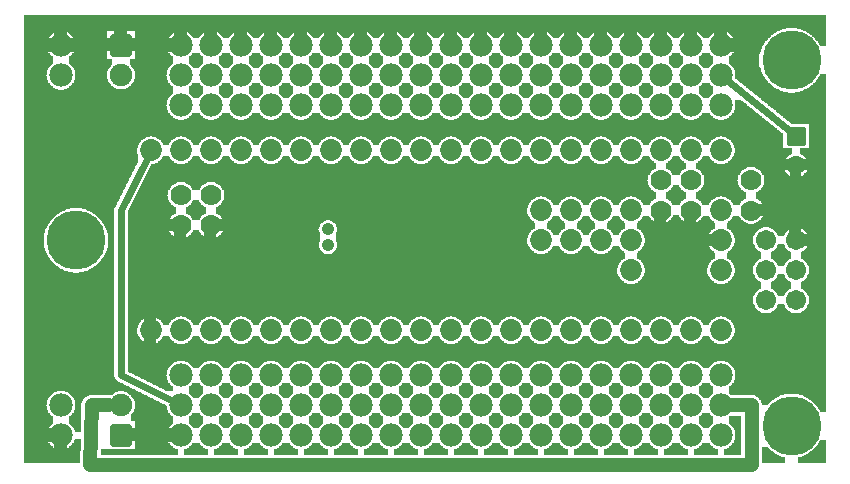
<source format=gtl>
G04 MADE WITH FRITZING*
G04 WWW.FRITZING.ORG*
G04 DOUBLE SIDED*
G04 HOLES PLATED*
G04 CONTOUR ON CENTER OF CONTOUR VECTOR*
%ASAXBY*%
%FSLAX23Y23*%
%MOIN*%
%OFA0B0*%
%SFA1.0B1.0*%
%ADD10C,0.075000*%
%ADD11C,0.072892*%
%ADD12C,0.042000*%
%ADD13C,0.067559*%
%ADD14C,0.062992*%
%ADD15C,0.078000*%
%ADD16C,0.070000*%
%ADD17C,0.196851*%
%ADD18C,0.024000*%
%ADD19C,0.048000*%
%ADD20C,0.015748*%
%ADD21C,0.020000*%
%LNCOPPER1*%
G90*
G70*
G54D10*
X258Y1414D03*
G54D11*
X464Y1084D03*
X2364Y684D03*
X1764Y784D03*
X1864Y784D03*
X1964Y784D03*
X2064Y784D03*
X1764Y884D03*
X1864Y884D03*
X1964Y884D03*
X2064Y884D03*
X1164Y1084D03*
X1064Y1084D03*
X964Y1084D03*
X864Y1084D03*
X764Y1084D03*
X664Y1084D03*
X564Y1084D03*
X564Y484D03*
X1664Y484D03*
X1764Y484D03*
X1864Y484D03*
X1964Y484D03*
X2064Y484D03*
X2164Y484D03*
X2264Y484D03*
X2364Y484D03*
X664Y484D03*
X764Y484D03*
X864Y484D03*
X964Y484D03*
X1064Y484D03*
X1164Y484D03*
X1264Y484D03*
X1364Y484D03*
X1464Y484D03*
X1564Y484D03*
G54D12*
X1054Y820D03*
X1054Y768D03*
G54D11*
X1364Y1084D03*
X1264Y1084D03*
X1664Y1084D03*
X1764Y1084D03*
X1864Y1084D03*
X1964Y1084D03*
X2064Y1084D03*
X2164Y1084D03*
X2264Y1084D03*
X2364Y1084D03*
X464Y484D03*
X2364Y784D03*
X1464Y1084D03*
X1564Y1084D03*
X2364Y884D03*
X2064Y684D03*
G54D13*
X2514Y784D03*
X2514Y684D03*
X2514Y584D03*
X2614Y784D03*
X2614Y684D03*
X2614Y584D03*
G54D14*
X2614Y1132D03*
X2614Y1034D03*
G54D10*
X364Y134D03*
X364Y234D03*
X364Y1434D03*
X364Y1334D03*
G54D15*
X564Y234D03*
X664Y234D03*
X764Y234D03*
X864Y234D03*
X964Y234D03*
X1064Y234D03*
X1164Y234D03*
X1264Y234D03*
X1364Y234D03*
X564Y1334D03*
X664Y1334D03*
X764Y1334D03*
X864Y1334D03*
X964Y1334D03*
X1064Y1334D03*
X1164Y1334D03*
X1264Y1334D03*
X1364Y1334D03*
X1464Y1334D03*
X1564Y1334D03*
X1664Y1334D03*
X1764Y1334D03*
X1864Y1334D03*
X1964Y1334D03*
X2064Y1334D03*
X2164Y1334D03*
X2264Y1334D03*
X2364Y1334D03*
X564Y1434D03*
X664Y1434D03*
X764Y1434D03*
X864Y1434D03*
X964Y1434D03*
X1064Y1434D03*
X1164Y1434D03*
X1264Y1434D03*
X1364Y1434D03*
X1464Y1434D03*
X1564Y1434D03*
X1664Y1434D03*
X1764Y1434D03*
X1864Y1434D03*
X1964Y1434D03*
X2064Y1434D03*
X2164Y1434D03*
X2264Y1434D03*
X2364Y1434D03*
X1464Y234D03*
X1564Y234D03*
X1664Y234D03*
X1764Y234D03*
X1864Y234D03*
X1964Y234D03*
X2064Y234D03*
X2164Y234D03*
X2264Y234D03*
X2364Y234D03*
X564Y134D03*
X664Y134D03*
X764Y134D03*
X864Y134D03*
X964Y134D03*
X1064Y134D03*
X1164Y134D03*
X1264Y134D03*
X1364Y134D03*
X1464Y134D03*
X1564Y134D03*
X1664Y134D03*
X1764Y134D03*
X1864Y134D03*
X1964Y134D03*
X2064Y134D03*
X2164Y134D03*
X2264Y134D03*
X2364Y134D03*
X564Y334D03*
X664Y334D03*
X764Y334D03*
X864Y334D03*
X964Y334D03*
X1064Y334D03*
X1164Y334D03*
X1264Y334D03*
X1364Y334D03*
X1464Y334D03*
X1564Y334D03*
X1664Y334D03*
X1764Y334D03*
X1864Y334D03*
X1964Y334D03*
X2064Y334D03*
X2164Y334D03*
X2264Y334D03*
X2364Y334D03*
X564Y1234D03*
X664Y1234D03*
X764Y1234D03*
X864Y1234D03*
X964Y1234D03*
X1064Y1234D03*
X1164Y1234D03*
X1264Y1234D03*
X1364Y1234D03*
X1464Y1234D03*
X1564Y1234D03*
X1664Y1234D03*
X1764Y1234D03*
X1864Y1234D03*
X1964Y1234D03*
X2064Y1234D03*
X2164Y1234D03*
X2264Y1234D03*
X2364Y1234D03*
G54D16*
X2164Y984D03*
X2164Y883D03*
X2264Y984D03*
X2264Y883D03*
X564Y834D03*
X564Y934D03*
X664Y834D03*
X664Y934D03*
X2464Y984D03*
X2464Y883D03*
G54D15*
X164Y134D03*
X164Y234D03*
X164Y1434D03*
X164Y1334D03*
G54D17*
X2599Y1384D03*
X2599Y165D03*
X214Y784D03*
G54D18*
X364Y334D02*
X364Y884D01*
D02*
X537Y247D02*
X364Y334D01*
D02*
X364Y884D02*
X450Y1056D01*
G54D19*
D02*
X266Y234D02*
X324Y234D01*
D02*
X262Y34D02*
X266Y234D01*
D02*
X2466Y34D02*
X262Y34D01*
D02*
X2466Y234D02*
X2405Y234D01*
D02*
X2466Y34D02*
X2466Y234D01*
G54D18*
D02*
X2387Y1315D02*
X2593Y1149D01*
G36*
X604Y1409D02*
X604Y1407D01*
X602Y1407D01*
X602Y1405D01*
X600Y1405D01*
X600Y1401D01*
X598Y1401D01*
X598Y1399D01*
X596Y1399D01*
X596Y1397D01*
X592Y1397D01*
X592Y1395D01*
X590Y1395D01*
X590Y1373D01*
X592Y1373D01*
X592Y1371D01*
X594Y1371D01*
X594Y1369D01*
X596Y1369D01*
X596Y1367D01*
X598Y1367D01*
X598Y1365D01*
X600Y1365D01*
X600Y1363D01*
X602Y1363D01*
X602Y1361D01*
X604Y1361D01*
X604Y1359D01*
X624Y1359D01*
X624Y1361D01*
X626Y1361D01*
X626Y1363D01*
X628Y1363D01*
X628Y1365D01*
X630Y1365D01*
X630Y1367D01*
X632Y1367D01*
X632Y1369D01*
X634Y1369D01*
X634Y1371D01*
X636Y1371D01*
X636Y1373D01*
X638Y1373D01*
X638Y1395D01*
X636Y1395D01*
X636Y1397D01*
X632Y1397D01*
X632Y1399D01*
X630Y1399D01*
X630Y1401D01*
X628Y1401D01*
X628Y1405D01*
X626Y1405D01*
X626Y1407D01*
X624Y1407D01*
X624Y1409D01*
X604Y1409D01*
G37*
D02*
G36*
X704Y1409D02*
X704Y1407D01*
X702Y1407D01*
X702Y1405D01*
X700Y1405D01*
X700Y1401D01*
X698Y1401D01*
X698Y1399D01*
X696Y1399D01*
X696Y1397D01*
X692Y1397D01*
X692Y1395D01*
X690Y1395D01*
X690Y1373D01*
X692Y1373D01*
X692Y1371D01*
X694Y1371D01*
X694Y1369D01*
X696Y1369D01*
X696Y1367D01*
X698Y1367D01*
X698Y1365D01*
X700Y1365D01*
X700Y1363D01*
X702Y1363D01*
X702Y1361D01*
X704Y1361D01*
X704Y1359D01*
X724Y1359D01*
X724Y1361D01*
X726Y1361D01*
X726Y1363D01*
X728Y1363D01*
X728Y1365D01*
X730Y1365D01*
X730Y1367D01*
X732Y1367D01*
X732Y1369D01*
X734Y1369D01*
X734Y1371D01*
X736Y1371D01*
X736Y1373D01*
X738Y1373D01*
X738Y1395D01*
X736Y1395D01*
X736Y1397D01*
X732Y1397D01*
X732Y1399D01*
X730Y1399D01*
X730Y1401D01*
X728Y1401D01*
X728Y1405D01*
X726Y1405D01*
X726Y1407D01*
X724Y1407D01*
X724Y1409D01*
X704Y1409D01*
G37*
D02*
G36*
X804Y1409D02*
X804Y1407D01*
X802Y1407D01*
X802Y1405D01*
X800Y1405D01*
X800Y1401D01*
X798Y1401D01*
X798Y1399D01*
X796Y1399D01*
X796Y1397D01*
X792Y1397D01*
X792Y1395D01*
X790Y1395D01*
X790Y1373D01*
X792Y1373D01*
X792Y1371D01*
X794Y1371D01*
X794Y1369D01*
X796Y1369D01*
X796Y1367D01*
X798Y1367D01*
X798Y1365D01*
X800Y1365D01*
X800Y1363D01*
X802Y1363D01*
X802Y1361D01*
X804Y1361D01*
X804Y1359D01*
X824Y1359D01*
X824Y1361D01*
X826Y1361D01*
X826Y1363D01*
X828Y1363D01*
X828Y1365D01*
X830Y1365D01*
X830Y1367D01*
X832Y1367D01*
X832Y1369D01*
X834Y1369D01*
X834Y1371D01*
X836Y1371D01*
X836Y1373D01*
X838Y1373D01*
X838Y1395D01*
X836Y1395D01*
X836Y1397D01*
X832Y1397D01*
X832Y1399D01*
X830Y1399D01*
X830Y1401D01*
X828Y1401D01*
X828Y1405D01*
X826Y1405D01*
X826Y1407D01*
X824Y1407D01*
X824Y1409D01*
X804Y1409D01*
G37*
D02*
G36*
X904Y1409D02*
X904Y1407D01*
X902Y1407D01*
X902Y1405D01*
X900Y1405D01*
X900Y1401D01*
X898Y1401D01*
X898Y1399D01*
X896Y1399D01*
X896Y1397D01*
X892Y1397D01*
X892Y1395D01*
X890Y1395D01*
X890Y1373D01*
X892Y1373D01*
X892Y1371D01*
X894Y1371D01*
X894Y1369D01*
X896Y1369D01*
X896Y1367D01*
X898Y1367D01*
X898Y1365D01*
X900Y1365D01*
X900Y1363D01*
X902Y1363D01*
X902Y1361D01*
X904Y1361D01*
X904Y1359D01*
X924Y1359D01*
X924Y1361D01*
X926Y1361D01*
X926Y1363D01*
X928Y1363D01*
X928Y1365D01*
X930Y1365D01*
X930Y1367D01*
X932Y1367D01*
X932Y1369D01*
X934Y1369D01*
X934Y1371D01*
X936Y1371D01*
X936Y1373D01*
X938Y1373D01*
X938Y1395D01*
X936Y1395D01*
X936Y1397D01*
X932Y1397D01*
X932Y1399D01*
X930Y1399D01*
X930Y1401D01*
X928Y1401D01*
X928Y1405D01*
X926Y1405D01*
X926Y1407D01*
X924Y1407D01*
X924Y1409D01*
X904Y1409D01*
G37*
D02*
G36*
X1004Y1409D02*
X1004Y1407D01*
X1002Y1407D01*
X1002Y1405D01*
X1000Y1405D01*
X1000Y1401D01*
X998Y1401D01*
X998Y1399D01*
X996Y1399D01*
X996Y1397D01*
X992Y1397D01*
X992Y1395D01*
X990Y1395D01*
X990Y1373D01*
X992Y1373D01*
X992Y1371D01*
X994Y1371D01*
X994Y1369D01*
X996Y1369D01*
X996Y1367D01*
X998Y1367D01*
X998Y1365D01*
X1000Y1365D01*
X1000Y1363D01*
X1002Y1363D01*
X1002Y1361D01*
X1004Y1361D01*
X1004Y1359D01*
X1024Y1359D01*
X1024Y1361D01*
X1026Y1361D01*
X1026Y1363D01*
X1028Y1363D01*
X1028Y1365D01*
X1030Y1365D01*
X1030Y1367D01*
X1032Y1367D01*
X1032Y1369D01*
X1034Y1369D01*
X1034Y1371D01*
X1036Y1371D01*
X1036Y1373D01*
X1038Y1373D01*
X1038Y1395D01*
X1036Y1395D01*
X1036Y1397D01*
X1032Y1397D01*
X1032Y1399D01*
X1030Y1399D01*
X1030Y1401D01*
X1028Y1401D01*
X1028Y1405D01*
X1026Y1405D01*
X1026Y1407D01*
X1024Y1407D01*
X1024Y1409D01*
X1004Y1409D01*
G37*
D02*
G36*
X1104Y1409D02*
X1104Y1407D01*
X1102Y1407D01*
X1102Y1405D01*
X1100Y1405D01*
X1100Y1401D01*
X1098Y1401D01*
X1098Y1399D01*
X1096Y1399D01*
X1096Y1397D01*
X1092Y1397D01*
X1092Y1395D01*
X1090Y1395D01*
X1090Y1373D01*
X1092Y1373D01*
X1092Y1371D01*
X1094Y1371D01*
X1094Y1369D01*
X1096Y1369D01*
X1096Y1367D01*
X1098Y1367D01*
X1098Y1365D01*
X1100Y1365D01*
X1100Y1363D01*
X1102Y1363D01*
X1102Y1361D01*
X1104Y1361D01*
X1104Y1359D01*
X1124Y1359D01*
X1124Y1361D01*
X1126Y1361D01*
X1126Y1363D01*
X1128Y1363D01*
X1128Y1365D01*
X1130Y1365D01*
X1130Y1367D01*
X1132Y1367D01*
X1132Y1369D01*
X1134Y1369D01*
X1134Y1371D01*
X1136Y1371D01*
X1136Y1373D01*
X1138Y1373D01*
X1138Y1395D01*
X1136Y1395D01*
X1136Y1397D01*
X1132Y1397D01*
X1132Y1399D01*
X1130Y1399D01*
X1130Y1401D01*
X1128Y1401D01*
X1128Y1405D01*
X1126Y1405D01*
X1126Y1407D01*
X1124Y1407D01*
X1124Y1409D01*
X1104Y1409D01*
G37*
D02*
G36*
X1204Y1409D02*
X1204Y1407D01*
X1202Y1407D01*
X1202Y1405D01*
X1200Y1405D01*
X1200Y1401D01*
X1198Y1401D01*
X1198Y1399D01*
X1196Y1399D01*
X1196Y1397D01*
X1192Y1397D01*
X1192Y1395D01*
X1190Y1395D01*
X1190Y1373D01*
X1192Y1373D01*
X1192Y1371D01*
X1194Y1371D01*
X1194Y1369D01*
X1196Y1369D01*
X1196Y1367D01*
X1198Y1367D01*
X1198Y1365D01*
X1200Y1365D01*
X1200Y1363D01*
X1202Y1363D01*
X1202Y1361D01*
X1204Y1361D01*
X1204Y1359D01*
X1224Y1359D01*
X1224Y1361D01*
X1226Y1361D01*
X1226Y1363D01*
X1228Y1363D01*
X1228Y1365D01*
X1230Y1365D01*
X1230Y1367D01*
X1232Y1367D01*
X1232Y1369D01*
X1234Y1369D01*
X1234Y1371D01*
X1236Y1371D01*
X1236Y1373D01*
X1238Y1373D01*
X1238Y1395D01*
X1236Y1395D01*
X1236Y1397D01*
X1232Y1397D01*
X1232Y1399D01*
X1230Y1399D01*
X1230Y1401D01*
X1228Y1401D01*
X1228Y1405D01*
X1226Y1405D01*
X1226Y1407D01*
X1224Y1407D01*
X1224Y1409D01*
X1204Y1409D01*
G37*
D02*
G36*
X1304Y1409D02*
X1304Y1407D01*
X1302Y1407D01*
X1302Y1405D01*
X1300Y1405D01*
X1300Y1401D01*
X1298Y1401D01*
X1298Y1399D01*
X1296Y1399D01*
X1296Y1397D01*
X1292Y1397D01*
X1292Y1395D01*
X1290Y1395D01*
X1290Y1373D01*
X1292Y1373D01*
X1292Y1371D01*
X1294Y1371D01*
X1294Y1369D01*
X1296Y1369D01*
X1296Y1367D01*
X1298Y1367D01*
X1298Y1365D01*
X1300Y1365D01*
X1300Y1363D01*
X1302Y1363D01*
X1302Y1361D01*
X1304Y1361D01*
X1304Y1359D01*
X1324Y1359D01*
X1324Y1361D01*
X1326Y1361D01*
X1326Y1363D01*
X1328Y1363D01*
X1328Y1365D01*
X1330Y1365D01*
X1330Y1367D01*
X1332Y1367D01*
X1332Y1369D01*
X1334Y1369D01*
X1334Y1371D01*
X1336Y1371D01*
X1336Y1373D01*
X1338Y1373D01*
X1338Y1395D01*
X1336Y1395D01*
X1336Y1397D01*
X1332Y1397D01*
X1332Y1399D01*
X1330Y1399D01*
X1330Y1401D01*
X1328Y1401D01*
X1328Y1405D01*
X1326Y1405D01*
X1326Y1407D01*
X1324Y1407D01*
X1324Y1409D01*
X1304Y1409D01*
G37*
D02*
G36*
X1404Y1409D02*
X1404Y1407D01*
X1402Y1407D01*
X1402Y1405D01*
X1400Y1405D01*
X1400Y1401D01*
X1398Y1401D01*
X1398Y1399D01*
X1396Y1399D01*
X1396Y1397D01*
X1392Y1397D01*
X1392Y1395D01*
X1390Y1395D01*
X1390Y1373D01*
X1392Y1373D01*
X1392Y1371D01*
X1394Y1371D01*
X1394Y1369D01*
X1396Y1369D01*
X1396Y1367D01*
X1398Y1367D01*
X1398Y1365D01*
X1400Y1365D01*
X1400Y1363D01*
X1402Y1363D01*
X1402Y1361D01*
X1404Y1361D01*
X1404Y1359D01*
X1424Y1359D01*
X1424Y1361D01*
X1426Y1361D01*
X1426Y1363D01*
X1428Y1363D01*
X1428Y1365D01*
X1430Y1365D01*
X1430Y1367D01*
X1432Y1367D01*
X1432Y1369D01*
X1434Y1369D01*
X1434Y1371D01*
X1436Y1371D01*
X1436Y1373D01*
X1438Y1373D01*
X1438Y1395D01*
X1436Y1395D01*
X1436Y1397D01*
X1432Y1397D01*
X1432Y1399D01*
X1430Y1399D01*
X1430Y1401D01*
X1428Y1401D01*
X1428Y1405D01*
X1426Y1405D01*
X1426Y1407D01*
X1424Y1407D01*
X1424Y1409D01*
X1404Y1409D01*
G37*
D02*
G36*
X1504Y1409D02*
X1504Y1407D01*
X1502Y1407D01*
X1502Y1405D01*
X1500Y1405D01*
X1500Y1401D01*
X1498Y1401D01*
X1498Y1399D01*
X1496Y1399D01*
X1496Y1397D01*
X1492Y1397D01*
X1492Y1395D01*
X1490Y1395D01*
X1490Y1373D01*
X1492Y1373D01*
X1492Y1371D01*
X1494Y1371D01*
X1494Y1369D01*
X1496Y1369D01*
X1496Y1367D01*
X1498Y1367D01*
X1498Y1365D01*
X1500Y1365D01*
X1500Y1363D01*
X1502Y1363D01*
X1502Y1361D01*
X1504Y1361D01*
X1504Y1359D01*
X1524Y1359D01*
X1524Y1361D01*
X1526Y1361D01*
X1526Y1363D01*
X1528Y1363D01*
X1528Y1365D01*
X1530Y1365D01*
X1530Y1367D01*
X1532Y1367D01*
X1532Y1369D01*
X1534Y1369D01*
X1534Y1371D01*
X1536Y1371D01*
X1536Y1373D01*
X1538Y1373D01*
X1538Y1395D01*
X1536Y1395D01*
X1536Y1397D01*
X1532Y1397D01*
X1532Y1399D01*
X1530Y1399D01*
X1530Y1401D01*
X1528Y1401D01*
X1528Y1405D01*
X1526Y1405D01*
X1526Y1407D01*
X1524Y1407D01*
X1524Y1409D01*
X1504Y1409D01*
G37*
D02*
G36*
X1604Y1409D02*
X1604Y1407D01*
X1602Y1407D01*
X1602Y1405D01*
X1600Y1405D01*
X1600Y1401D01*
X1598Y1401D01*
X1598Y1399D01*
X1596Y1399D01*
X1596Y1397D01*
X1592Y1397D01*
X1592Y1395D01*
X1590Y1395D01*
X1590Y1373D01*
X1592Y1373D01*
X1592Y1371D01*
X1594Y1371D01*
X1594Y1369D01*
X1596Y1369D01*
X1596Y1367D01*
X1598Y1367D01*
X1598Y1365D01*
X1600Y1365D01*
X1600Y1363D01*
X1602Y1363D01*
X1602Y1361D01*
X1604Y1361D01*
X1604Y1359D01*
X1624Y1359D01*
X1624Y1361D01*
X1626Y1361D01*
X1626Y1363D01*
X1628Y1363D01*
X1628Y1365D01*
X1630Y1365D01*
X1630Y1367D01*
X1632Y1367D01*
X1632Y1369D01*
X1634Y1369D01*
X1634Y1371D01*
X1636Y1371D01*
X1636Y1373D01*
X1638Y1373D01*
X1638Y1395D01*
X1636Y1395D01*
X1636Y1397D01*
X1632Y1397D01*
X1632Y1399D01*
X1630Y1399D01*
X1630Y1401D01*
X1628Y1401D01*
X1628Y1405D01*
X1626Y1405D01*
X1626Y1407D01*
X1624Y1407D01*
X1624Y1409D01*
X1604Y1409D01*
G37*
D02*
G36*
X1704Y1409D02*
X1704Y1407D01*
X1702Y1407D01*
X1702Y1405D01*
X1700Y1405D01*
X1700Y1401D01*
X1698Y1401D01*
X1698Y1399D01*
X1696Y1399D01*
X1696Y1397D01*
X1692Y1397D01*
X1692Y1395D01*
X1690Y1395D01*
X1690Y1373D01*
X1692Y1373D01*
X1692Y1371D01*
X1694Y1371D01*
X1694Y1369D01*
X1696Y1369D01*
X1696Y1367D01*
X1698Y1367D01*
X1698Y1365D01*
X1700Y1365D01*
X1700Y1363D01*
X1702Y1363D01*
X1702Y1361D01*
X1704Y1361D01*
X1704Y1359D01*
X1724Y1359D01*
X1724Y1361D01*
X1726Y1361D01*
X1726Y1363D01*
X1728Y1363D01*
X1728Y1365D01*
X1730Y1365D01*
X1730Y1367D01*
X1732Y1367D01*
X1732Y1369D01*
X1734Y1369D01*
X1734Y1371D01*
X1736Y1371D01*
X1736Y1373D01*
X1738Y1373D01*
X1738Y1395D01*
X1736Y1395D01*
X1736Y1397D01*
X1732Y1397D01*
X1732Y1399D01*
X1730Y1399D01*
X1730Y1401D01*
X1728Y1401D01*
X1728Y1405D01*
X1726Y1405D01*
X1726Y1407D01*
X1724Y1407D01*
X1724Y1409D01*
X1704Y1409D01*
G37*
D02*
G36*
X1804Y1409D02*
X1804Y1407D01*
X1802Y1407D01*
X1802Y1405D01*
X1800Y1405D01*
X1800Y1401D01*
X1798Y1401D01*
X1798Y1399D01*
X1796Y1399D01*
X1796Y1397D01*
X1792Y1397D01*
X1792Y1395D01*
X1790Y1395D01*
X1790Y1373D01*
X1792Y1373D01*
X1792Y1371D01*
X1794Y1371D01*
X1794Y1369D01*
X1796Y1369D01*
X1796Y1367D01*
X1798Y1367D01*
X1798Y1365D01*
X1800Y1365D01*
X1800Y1363D01*
X1802Y1363D01*
X1802Y1361D01*
X1804Y1361D01*
X1804Y1359D01*
X1824Y1359D01*
X1824Y1361D01*
X1826Y1361D01*
X1826Y1363D01*
X1828Y1363D01*
X1828Y1365D01*
X1830Y1365D01*
X1830Y1367D01*
X1832Y1367D01*
X1832Y1369D01*
X1834Y1369D01*
X1834Y1371D01*
X1836Y1371D01*
X1836Y1373D01*
X1838Y1373D01*
X1838Y1395D01*
X1836Y1395D01*
X1836Y1397D01*
X1832Y1397D01*
X1832Y1399D01*
X1830Y1399D01*
X1830Y1401D01*
X1828Y1401D01*
X1828Y1405D01*
X1826Y1405D01*
X1826Y1407D01*
X1824Y1407D01*
X1824Y1409D01*
X1804Y1409D01*
G37*
D02*
G36*
X1904Y1409D02*
X1904Y1407D01*
X1902Y1407D01*
X1902Y1405D01*
X1900Y1405D01*
X1900Y1401D01*
X1898Y1401D01*
X1898Y1399D01*
X1896Y1399D01*
X1896Y1397D01*
X1892Y1397D01*
X1892Y1395D01*
X1890Y1395D01*
X1890Y1373D01*
X1892Y1373D01*
X1892Y1371D01*
X1894Y1371D01*
X1894Y1369D01*
X1896Y1369D01*
X1896Y1367D01*
X1898Y1367D01*
X1898Y1365D01*
X1900Y1365D01*
X1900Y1363D01*
X1902Y1363D01*
X1902Y1361D01*
X1904Y1361D01*
X1904Y1359D01*
X1924Y1359D01*
X1924Y1361D01*
X1926Y1361D01*
X1926Y1363D01*
X1928Y1363D01*
X1928Y1365D01*
X1930Y1365D01*
X1930Y1367D01*
X1932Y1367D01*
X1932Y1369D01*
X1934Y1369D01*
X1934Y1371D01*
X1936Y1371D01*
X1936Y1373D01*
X1938Y1373D01*
X1938Y1395D01*
X1936Y1395D01*
X1936Y1397D01*
X1932Y1397D01*
X1932Y1399D01*
X1930Y1399D01*
X1930Y1401D01*
X1928Y1401D01*
X1928Y1405D01*
X1926Y1405D01*
X1926Y1407D01*
X1924Y1407D01*
X1924Y1409D01*
X1904Y1409D01*
G37*
D02*
G36*
X2004Y1409D02*
X2004Y1407D01*
X2002Y1407D01*
X2002Y1405D01*
X2000Y1405D01*
X2000Y1401D01*
X1998Y1401D01*
X1998Y1399D01*
X1996Y1399D01*
X1996Y1397D01*
X1992Y1397D01*
X1992Y1395D01*
X1990Y1395D01*
X1990Y1373D01*
X1992Y1373D01*
X1992Y1371D01*
X1994Y1371D01*
X1994Y1369D01*
X1996Y1369D01*
X1996Y1367D01*
X1998Y1367D01*
X1998Y1365D01*
X2000Y1365D01*
X2000Y1363D01*
X2002Y1363D01*
X2002Y1361D01*
X2004Y1361D01*
X2004Y1359D01*
X2024Y1359D01*
X2024Y1361D01*
X2026Y1361D01*
X2026Y1363D01*
X2028Y1363D01*
X2028Y1365D01*
X2030Y1365D01*
X2030Y1367D01*
X2032Y1367D01*
X2032Y1369D01*
X2034Y1369D01*
X2034Y1371D01*
X2036Y1371D01*
X2036Y1373D01*
X2038Y1373D01*
X2038Y1395D01*
X2036Y1395D01*
X2036Y1397D01*
X2032Y1397D01*
X2032Y1399D01*
X2030Y1399D01*
X2030Y1401D01*
X2028Y1401D01*
X2028Y1405D01*
X2026Y1405D01*
X2026Y1407D01*
X2024Y1407D01*
X2024Y1409D01*
X2004Y1409D01*
G37*
D02*
G36*
X2104Y1409D02*
X2104Y1407D01*
X2102Y1407D01*
X2102Y1405D01*
X2100Y1405D01*
X2100Y1401D01*
X2098Y1401D01*
X2098Y1399D01*
X2096Y1399D01*
X2096Y1397D01*
X2092Y1397D01*
X2092Y1395D01*
X2090Y1395D01*
X2090Y1373D01*
X2092Y1373D01*
X2092Y1371D01*
X2094Y1371D01*
X2094Y1369D01*
X2096Y1369D01*
X2096Y1367D01*
X2098Y1367D01*
X2098Y1365D01*
X2100Y1365D01*
X2100Y1363D01*
X2102Y1363D01*
X2102Y1361D01*
X2104Y1361D01*
X2104Y1359D01*
X2124Y1359D01*
X2124Y1361D01*
X2126Y1361D01*
X2126Y1363D01*
X2128Y1363D01*
X2128Y1365D01*
X2130Y1365D01*
X2130Y1367D01*
X2132Y1367D01*
X2132Y1369D01*
X2134Y1369D01*
X2134Y1371D01*
X2136Y1371D01*
X2136Y1373D01*
X2138Y1373D01*
X2138Y1395D01*
X2136Y1395D01*
X2136Y1397D01*
X2132Y1397D01*
X2132Y1399D01*
X2130Y1399D01*
X2130Y1401D01*
X2128Y1401D01*
X2128Y1405D01*
X2126Y1405D01*
X2126Y1407D01*
X2124Y1407D01*
X2124Y1409D01*
X2104Y1409D01*
G37*
D02*
G36*
X2204Y1409D02*
X2204Y1407D01*
X2202Y1407D01*
X2202Y1405D01*
X2200Y1405D01*
X2200Y1401D01*
X2198Y1401D01*
X2198Y1399D01*
X2196Y1399D01*
X2196Y1397D01*
X2192Y1397D01*
X2192Y1395D01*
X2190Y1395D01*
X2190Y1373D01*
X2192Y1373D01*
X2192Y1371D01*
X2194Y1371D01*
X2194Y1369D01*
X2196Y1369D01*
X2196Y1367D01*
X2198Y1367D01*
X2198Y1365D01*
X2200Y1365D01*
X2200Y1363D01*
X2202Y1363D01*
X2202Y1361D01*
X2204Y1361D01*
X2204Y1359D01*
X2224Y1359D01*
X2224Y1361D01*
X2226Y1361D01*
X2226Y1363D01*
X2228Y1363D01*
X2228Y1365D01*
X2230Y1365D01*
X2230Y1367D01*
X2232Y1367D01*
X2232Y1369D01*
X2234Y1369D01*
X2234Y1371D01*
X2236Y1371D01*
X2236Y1373D01*
X2238Y1373D01*
X2238Y1395D01*
X2236Y1395D01*
X2236Y1397D01*
X2232Y1397D01*
X2232Y1399D01*
X2230Y1399D01*
X2230Y1401D01*
X2228Y1401D01*
X2228Y1405D01*
X2226Y1405D01*
X2226Y1407D01*
X2224Y1407D01*
X2224Y1409D01*
X2204Y1409D01*
G37*
D02*
G36*
X2304Y1409D02*
X2304Y1407D01*
X2302Y1407D01*
X2302Y1405D01*
X2300Y1405D01*
X2300Y1401D01*
X2298Y1401D01*
X2298Y1399D01*
X2296Y1399D01*
X2296Y1397D01*
X2292Y1397D01*
X2292Y1395D01*
X2290Y1395D01*
X2290Y1373D01*
X2292Y1373D01*
X2292Y1371D01*
X2294Y1371D01*
X2294Y1369D01*
X2296Y1369D01*
X2296Y1367D01*
X2298Y1367D01*
X2298Y1365D01*
X2300Y1365D01*
X2300Y1363D01*
X2302Y1363D01*
X2302Y1361D01*
X2304Y1361D01*
X2304Y1359D01*
X2324Y1359D01*
X2324Y1361D01*
X2326Y1361D01*
X2326Y1363D01*
X2328Y1363D01*
X2328Y1365D01*
X2330Y1365D01*
X2330Y1367D01*
X2332Y1367D01*
X2332Y1369D01*
X2334Y1369D01*
X2334Y1371D01*
X2336Y1371D01*
X2336Y1373D01*
X2338Y1373D01*
X2338Y1395D01*
X2336Y1395D01*
X2336Y1397D01*
X2332Y1397D01*
X2332Y1399D01*
X2330Y1399D01*
X2330Y1401D01*
X2328Y1401D01*
X2328Y1405D01*
X2326Y1405D01*
X2326Y1407D01*
X2324Y1407D01*
X2324Y1409D01*
X2304Y1409D01*
G37*
D02*
G36*
X604Y1309D02*
X604Y1307D01*
X602Y1307D01*
X602Y1305D01*
X600Y1305D01*
X600Y1301D01*
X598Y1301D01*
X598Y1299D01*
X596Y1299D01*
X596Y1297D01*
X592Y1297D01*
X592Y1295D01*
X590Y1295D01*
X590Y1273D01*
X592Y1273D01*
X592Y1271D01*
X594Y1271D01*
X594Y1269D01*
X596Y1269D01*
X596Y1267D01*
X598Y1267D01*
X598Y1265D01*
X600Y1265D01*
X600Y1263D01*
X602Y1263D01*
X602Y1261D01*
X604Y1261D01*
X604Y1259D01*
X624Y1259D01*
X624Y1261D01*
X626Y1261D01*
X626Y1263D01*
X628Y1263D01*
X628Y1265D01*
X630Y1265D01*
X630Y1267D01*
X632Y1267D01*
X632Y1269D01*
X634Y1269D01*
X634Y1271D01*
X636Y1271D01*
X636Y1273D01*
X638Y1273D01*
X638Y1295D01*
X636Y1295D01*
X636Y1297D01*
X632Y1297D01*
X632Y1299D01*
X630Y1299D01*
X630Y1301D01*
X628Y1301D01*
X628Y1305D01*
X626Y1305D01*
X626Y1307D01*
X624Y1307D01*
X624Y1309D01*
X604Y1309D01*
G37*
D02*
G36*
X704Y1309D02*
X704Y1307D01*
X702Y1307D01*
X702Y1305D01*
X700Y1305D01*
X700Y1301D01*
X698Y1301D01*
X698Y1299D01*
X696Y1299D01*
X696Y1297D01*
X692Y1297D01*
X692Y1295D01*
X690Y1295D01*
X690Y1273D01*
X692Y1273D01*
X692Y1271D01*
X694Y1271D01*
X694Y1269D01*
X696Y1269D01*
X696Y1267D01*
X698Y1267D01*
X698Y1265D01*
X700Y1265D01*
X700Y1263D01*
X702Y1263D01*
X702Y1261D01*
X704Y1261D01*
X704Y1259D01*
X724Y1259D01*
X724Y1261D01*
X726Y1261D01*
X726Y1263D01*
X728Y1263D01*
X728Y1265D01*
X730Y1265D01*
X730Y1267D01*
X732Y1267D01*
X732Y1269D01*
X734Y1269D01*
X734Y1271D01*
X736Y1271D01*
X736Y1273D01*
X738Y1273D01*
X738Y1295D01*
X736Y1295D01*
X736Y1297D01*
X732Y1297D01*
X732Y1299D01*
X730Y1299D01*
X730Y1301D01*
X728Y1301D01*
X728Y1305D01*
X726Y1305D01*
X726Y1307D01*
X724Y1307D01*
X724Y1309D01*
X704Y1309D01*
G37*
D02*
G36*
X804Y1309D02*
X804Y1307D01*
X802Y1307D01*
X802Y1305D01*
X800Y1305D01*
X800Y1301D01*
X798Y1301D01*
X798Y1299D01*
X796Y1299D01*
X796Y1297D01*
X792Y1297D01*
X792Y1295D01*
X790Y1295D01*
X790Y1273D01*
X792Y1273D01*
X792Y1271D01*
X794Y1271D01*
X794Y1269D01*
X796Y1269D01*
X796Y1267D01*
X798Y1267D01*
X798Y1265D01*
X800Y1265D01*
X800Y1263D01*
X802Y1263D01*
X802Y1261D01*
X804Y1261D01*
X804Y1259D01*
X824Y1259D01*
X824Y1261D01*
X826Y1261D01*
X826Y1263D01*
X828Y1263D01*
X828Y1265D01*
X830Y1265D01*
X830Y1267D01*
X832Y1267D01*
X832Y1269D01*
X834Y1269D01*
X834Y1271D01*
X836Y1271D01*
X836Y1273D01*
X838Y1273D01*
X838Y1295D01*
X836Y1295D01*
X836Y1297D01*
X832Y1297D01*
X832Y1299D01*
X830Y1299D01*
X830Y1301D01*
X828Y1301D01*
X828Y1305D01*
X826Y1305D01*
X826Y1307D01*
X824Y1307D01*
X824Y1309D01*
X804Y1309D01*
G37*
D02*
G36*
X904Y1309D02*
X904Y1307D01*
X902Y1307D01*
X902Y1305D01*
X900Y1305D01*
X900Y1301D01*
X898Y1301D01*
X898Y1299D01*
X896Y1299D01*
X896Y1297D01*
X892Y1297D01*
X892Y1295D01*
X890Y1295D01*
X890Y1273D01*
X892Y1273D01*
X892Y1271D01*
X894Y1271D01*
X894Y1269D01*
X896Y1269D01*
X896Y1267D01*
X898Y1267D01*
X898Y1265D01*
X900Y1265D01*
X900Y1263D01*
X902Y1263D01*
X902Y1261D01*
X904Y1261D01*
X904Y1259D01*
X924Y1259D01*
X924Y1261D01*
X926Y1261D01*
X926Y1263D01*
X928Y1263D01*
X928Y1265D01*
X930Y1265D01*
X930Y1267D01*
X932Y1267D01*
X932Y1269D01*
X934Y1269D01*
X934Y1271D01*
X936Y1271D01*
X936Y1273D01*
X938Y1273D01*
X938Y1295D01*
X936Y1295D01*
X936Y1297D01*
X932Y1297D01*
X932Y1299D01*
X930Y1299D01*
X930Y1301D01*
X928Y1301D01*
X928Y1305D01*
X926Y1305D01*
X926Y1307D01*
X924Y1307D01*
X924Y1309D01*
X904Y1309D01*
G37*
D02*
G36*
X1004Y1309D02*
X1004Y1307D01*
X1002Y1307D01*
X1002Y1305D01*
X1000Y1305D01*
X1000Y1301D01*
X998Y1301D01*
X998Y1299D01*
X996Y1299D01*
X996Y1297D01*
X992Y1297D01*
X992Y1295D01*
X990Y1295D01*
X990Y1273D01*
X992Y1273D01*
X992Y1271D01*
X994Y1271D01*
X994Y1269D01*
X996Y1269D01*
X996Y1267D01*
X998Y1267D01*
X998Y1265D01*
X1000Y1265D01*
X1000Y1263D01*
X1002Y1263D01*
X1002Y1261D01*
X1004Y1261D01*
X1004Y1259D01*
X1024Y1259D01*
X1024Y1261D01*
X1026Y1261D01*
X1026Y1263D01*
X1028Y1263D01*
X1028Y1265D01*
X1030Y1265D01*
X1030Y1267D01*
X1032Y1267D01*
X1032Y1269D01*
X1034Y1269D01*
X1034Y1271D01*
X1036Y1271D01*
X1036Y1273D01*
X1038Y1273D01*
X1038Y1295D01*
X1036Y1295D01*
X1036Y1297D01*
X1032Y1297D01*
X1032Y1299D01*
X1030Y1299D01*
X1030Y1301D01*
X1028Y1301D01*
X1028Y1305D01*
X1026Y1305D01*
X1026Y1307D01*
X1024Y1307D01*
X1024Y1309D01*
X1004Y1309D01*
G37*
D02*
G36*
X1104Y1309D02*
X1104Y1307D01*
X1102Y1307D01*
X1102Y1305D01*
X1100Y1305D01*
X1100Y1301D01*
X1098Y1301D01*
X1098Y1299D01*
X1096Y1299D01*
X1096Y1297D01*
X1092Y1297D01*
X1092Y1295D01*
X1090Y1295D01*
X1090Y1273D01*
X1092Y1273D01*
X1092Y1271D01*
X1094Y1271D01*
X1094Y1269D01*
X1096Y1269D01*
X1096Y1267D01*
X1098Y1267D01*
X1098Y1265D01*
X1100Y1265D01*
X1100Y1263D01*
X1102Y1263D01*
X1102Y1261D01*
X1104Y1261D01*
X1104Y1259D01*
X1124Y1259D01*
X1124Y1261D01*
X1126Y1261D01*
X1126Y1263D01*
X1128Y1263D01*
X1128Y1265D01*
X1130Y1265D01*
X1130Y1267D01*
X1132Y1267D01*
X1132Y1269D01*
X1134Y1269D01*
X1134Y1271D01*
X1136Y1271D01*
X1136Y1273D01*
X1138Y1273D01*
X1138Y1295D01*
X1136Y1295D01*
X1136Y1297D01*
X1132Y1297D01*
X1132Y1299D01*
X1130Y1299D01*
X1130Y1301D01*
X1128Y1301D01*
X1128Y1305D01*
X1126Y1305D01*
X1126Y1307D01*
X1124Y1307D01*
X1124Y1309D01*
X1104Y1309D01*
G37*
D02*
G36*
X1204Y1309D02*
X1204Y1307D01*
X1202Y1307D01*
X1202Y1305D01*
X1200Y1305D01*
X1200Y1301D01*
X1198Y1301D01*
X1198Y1299D01*
X1196Y1299D01*
X1196Y1297D01*
X1192Y1297D01*
X1192Y1295D01*
X1190Y1295D01*
X1190Y1273D01*
X1192Y1273D01*
X1192Y1271D01*
X1194Y1271D01*
X1194Y1269D01*
X1196Y1269D01*
X1196Y1267D01*
X1198Y1267D01*
X1198Y1265D01*
X1200Y1265D01*
X1200Y1263D01*
X1202Y1263D01*
X1202Y1261D01*
X1204Y1261D01*
X1204Y1259D01*
X1224Y1259D01*
X1224Y1261D01*
X1226Y1261D01*
X1226Y1263D01*
X1228Y1263D01*
X1228Y1265D01*
X1230Y1265D01*
X1230Y1267D01*
X1232Y1267D01*
X1232Y1269D01*
X1234Y1269D01*
X1234Y1271D01*
X1236Y1271D01*
X1236Y1273D01*
X1238Y1273D01*
X1238Y1295D01*
X1236Y1295D01*
X1236Y1297D01*
X1232Y1297D01*
X1232Y1299D01*
X1230Y1299D01*
X1230Y1301D01*
X1228Y1301D01*
X1228Y1305D01*
X1226Y1305D01*
X1226Y1307D01*
X1224Y1307D01*
X1224Y1309D01*
X1204Y1309D01*
G37*
D02*
G36*
X1304Y1309D02*
X1304Y1307D01*
X1302Y1307D01*
X1302Y1305D01*
X1300Y1305D01*
X1300Y1301D01*
X1298Y1301D01*
X1298Y1299D01*
X1296Y1299D01*
X1296Y1297D01*
X1292Y1297D01*
X1292Y1295D01*
X1290Y1295D01*
X1290Y1273D01*
X1292Y1273D01*
X1292Y1271D01*
X1294Y1271D01*
X1294Y1269D01*
X1296Y1269D01*
X1296Y1267D01*
X1298Y1267D01*
X1298Y1265D01*
X1300Y1265D01*
X1300Y1263D01*
X1302Y1263D01*
X1302Y1261D01*
X1304Y1261D01*
X1304Y1259D01*
X1324Y1259D01*
X1324Y1261D01*
X1326Y1261D01*
X1326Y1263D01*
X1328Y1263D01*
X1328Y1265D01*
X1330Y1265D01*
X1330Y1267D01*
X1332Y1267D01*
X1332Y1269D01*
X1334Y1269D01*
X1334Y1271D01*
X1336Y1271D01*
X1336Y1273D01*
X1338Y1273D01*
X1338Y1295D01*
X1336Y1295D01*
X1336Y1297D01*
X1332Y1297D01*
X1332Y1299D01*
X1330Y1299D01*
X1330Y1301D01*
X1328Y1301D01*
X1328Y1305D01*
X1326Y1305D01*
X1326Y1307D01*
X1324Y1307D01*
X1324Y1309D01*
X1304Y1309D01*
G37*
D02*
G36*
X1404Y1309D02*
X1404Y1307D01*
X1402Y1307D01*
X1402Y1305D01*
X1400Y1305D01*
X1400Y1301D01*
X1398Y1301D01*
X1398Y1299D01*
X1396Y1299D01*
X1396Y1297D01*
X1392Y1297D01*
X1392Y1295D01*
X1390Y1295D01*
X1390Y1273D01*
X1392Y1273D01*
X1392Y1271D01*
X1394Y1271D01*
X1394Y1269D01*
X1396Y1269D01*
X1396Y1267D01*
X1398Y1267D01*
X1398Y1265D01*
X1400Y1265D01*
X1400Y1263D01*
X1402Y1263D01*
X1402Y1261D01*
X1404Y1261D01*
X1404Y1259D01*
X1424Y1259D01*
X1424Y1261D01*
X1426Y1261D01*
X1426Y1263D01*
X1428Y1263D01*
X1428Y1265D01*
X1430Y1265D01*
X1430Y1267D01*
X1432Y1267D01*
X1432Y1269D01*
X1434Y1269D01*
X1434Y1271D01*
X1436Y1271D01*
X1436Y1273D01*
X1438Y1273D01*
X1438Y1295D01*
X1436Y1295D01*
X1436Y1297D01*
X1432Y1297D01*
X1432Y1299D01*
X1430Y1299D01*
X1430Y1301D01*
X1428Y1301D01*
X1428Y1305D01*
X1426Y1305D01*
X1426Y1307D01*
X1424Y1307D01*
X1424Y1309D01*
X1404Y1309D01*
G37*
D02*
G36*
X1504Y1309D02*
X1504Y1307D01*
X1502Y1307D01*
X1502Y1305D01*
X1500Y1305D01*
X1500Y1301D01*
X1498Y1301D01*
X1498Y1299D01*
X1496Y1299D01*
X1496Y1297D01*
X1492Y1297D01*
X1492Y1295D01*
X1490Y1295D01*
X1490Y1273D01*
X1492Y1273D01*
X1492Y1271D01*
X1494Y1271D01*
X1494Y1269D01*
X1496Y1269D01*
X1496Y1267D01*
X1498Y1267D01*
X1498Y1265D01*
X1500Y1265D01*
X1500Y1263D01*
X1502Y1263D01*
X1502Y1261D01*
X1504Y1261D01*
X1504Y1259D01*
X1524Y1259D01*
X1524Y1261D01*
X1526Y1261D01*
X1526Y1263D01*
X1528Y1263D01*
X1528Y1265D01*
X1530Y1265D01*
X1530Y1267D01*
X1532Y1267D01*
X1532Y1269D01*
X1534Y1269D01*
X1534Y1271D01*
X1536Y1271D01*
X1536Y1273D01*
X1538Y1273D01*
X1538Y1295D01*
X1536Y1295D01*
X1536Y1297D01*
X1532Y1297D01*
X1532Y1299D01*
X1530Y1299D01*
X1530Y1301D01*
X1528Y1301D01*
X1528Y1305D01*
X1526Y1305D01*
X1526Y1307D01*
X1524Y1307D01*
X1524Y1309D01*
X1504Y1309D01*
G37*
D02*
G36*
X1604Y1309D02*
X1604Y1307D01*
X1602Y1307D01*
X1602Y1305D01*
X1600Y1305D01*
X1600Y1301D01*
X1598Y1301D01*
X1598Y1299D01*
X1596Y1299D01*
X1596Y1297D01*
X1592Y1297D01*
X1592Y1295D01*
X1590Y1295D01*
X1590Y1273D01*
X1592Y1273D01*
X1592Y1271D01*
X1594Y1271D01*
X1594Y1269D01*
X1596Y1269D01*
X1596Y1267D01*
X1598Y1267D01*
X1598Y1265D01*
X1600Y1265D01*
X1600Y1263D01*
X1602Y1263D01*
X1602Y1261D01*
X1604Y1261D01*
X1604Y1259D01*
X1624Y1259D01*
X1624Y1261D01*
X1626Y1261D01*
X1626Y1263D01*
X1628Y1263D01*
X1628Y1265D01*
X1630Y1265D01*
X1630Y1267D01*
X1632Y1267D01*
X1632Y1269D01*
X1634Y1269D01*
X1634Y1271D01*
X1636Y1271D01*
X1636Y1273D01*
X1638Y1273D01*
X1638Y1295D01*
X1636Y1295D01*
X1636Y1297D01*
X1632Y1297D01*
X1632Y1299D01*
X1630Y1299D01*
X1630Y1301D01*
X1628Y1301D01*
X1628Y1305D01*
X1626Y1305D01*
X1626Y1307D01*
X1624Y1307D01*
X1624Y1309D01*
X1604Y1309D01*
G37*
D02*
G36*
X1704Y1309D02*
X1704Y1307D01*
X1702Y1307D01*
X1702Y1305D01*
X1700Y1305D01*
X1700Y1301D01*
X1698Y1301D01*
X1698Y1299D01*
X1696Y1299D01*
X1696Y1297D01*
X1692Y1297D01*
X1692Y1295D01*
X1690Y1295D01*
X1690Y1273D01*
X1692Y1273D01*
X1692Y1271D01*
X1694Y1271D01*
X1694Y1269D01*
X1696Y1269D01*
X1696Y1267D01*
X1698Y1267D01*
X1698Y1265D01*
X1700Y1265D01*
X1700Y1263D01*
X1702Y1263D01*
X1702Y1261D01*
X1704Y1261D01*
X1704Y1259D01*
X1724Y1259D01*
X1724Y1261D01*
X1726Y1261D01*
X1726Y1263D01*
X1728Y1263D01*
X1728Y1265D01*
X1730Y1265D01*
X1730Y1267D01*
X1732Y1267D01*
X1732Y1269D01*
X1734Y1269D01*
X1734Y1271D01*
X1736Y1271D01*
X1736Y1273D01*
X1738Y1273D01*
X1738Y1295D01*
X1736Y1295D01*
X1736Y1297D01*
X1732Y1297D01*
X1732Y1299D01*
X1730Y1299D01*
X1730Y1301D01*
X1728Y1301D01*
X1728Y1305D01*
X1726Y1305D01*
X1726Y1307D01*
X1724Y1307D01*
X1724Y1309D01*
X1704Y1309D01*
G37*
D02*
G36*
X1804Y1309D02*
X1804Y1307D01*
X1802Y1307D01*
X1802Y1305D01*
X1800Y1305D01*
X1800Y1301D01*
X1798Y1301D01*
X1798Y1299D01*
X1796Y1299D01*
X1796Y1297D01*
X1792Y1297D01*
X1792Y1295D01*
X1790Y1295D01*
X1790Y1273D01*
X1792Y1273D01*
X1792Y1271D01*
X1794Y1271D01*
X1794Y1269D01*
X1796Y1269D01*
X1796Y1267D01*
X1798Y1267D01*
X1798Y1265D01*
X1800Y1265D01*
X1800Y1263D01*
X1802Y1263D01*
X1802Y1261D01*
X1804Y1261D01*
X1804Y1259D01*
X1824Y1259D01*
X1824Y1261D01*
X1826Y1261D01*
X1826Y1263D01*
X1828Y1263D01*
X1828Y1265D01*
X1830Y1265D01*
X1830Y1267D01*
X1832Y1267D01*
X1832Y1269D01*
X1834Y1269D01*
X1834Y1271D01*
X1836Y1271D01*
X1836Y1273D01*
X1838Y1273D01*
X1838Y1295D01*
X1836Y1295D01*
X1836Y1297D01*
X1832Y1297D01*
X1832Y1299D01*
X1830Y1299D01*
X1830Y1301D01*
X1828Y1301D01*
X1828Y1305D01*
X1826Y1305D01*
X1826Y1307D01*
X1824Y1307D01*
X1824Y1309D01*
X1804Y1309D01*
G37*
D02*
G36*
X1904Y1309D02*
X1904Y1307D01*
X1902Y1307D01*
X1902Y1305D01*
X1900Y1305D01*
X1900Y1301D01*
X1898Y1301D01*
X1898Y1299D01*
X1896Y1299D01*
X1896Y1297D01*
X1892Y1297D01*
X1892Y1295D01*
X1890Y1295D01*
X1890Y1273D01*
X1892Y1273D01*
X1892Y1271D01*
X1894Y1271D01*
X1894Y1269D01*
X1896Y1269D01*
X1896Y1267D01*
X1898Y1267D01*
X1898Y1265D01*
X1900Y1265D01*
X1900Y1263D01*
X1902Y1263D01*
X1902Y1261D01*
X1904Y1261D01*
X1904Y1259D01*
X1924Y1259D01*
X1924Y1261D01*
X1926Y1261D01*
X1926Y1263D01*
X1928Y1263D01*
X1928Y1265D01*
X1930Y1265D01*
X1930Y1267D01*
X1932Y1267D01*
X1932Y1269D01*
X1934Y1269D01*
X1934Y1271D01*
X1936Y1271D01*
X1936Y1273D01*
X1938Y1273D01*
X1938Y1295D01*
X1936Y1295D01*
X1936Y1297D01*
X1932Y1297D01*
X1932Y1299D01*
X1930Y1299D01*
X1930Y1301D01*
X1928Y1301D01*
X1928Y1305D01*
X1926Y1305D01*
X1926Y1307D01*
X1924Y1307D01*
X1924Y1309D01*
X1904Y1309D01*
G37*
D02*
G36*
X2004Y1309D02*
X2004Y1307D01*
X2002Y1307D01*
X2002Y1305D01*
X2000Y1305D01*
X2000Y1301D01*
X1998Y1301D01*
X1998Y1299D01*
X1996Y1299D01*
X1996Y1297D01*
X1992Y1297D01*
X1992Y1295D01*
X1990Y1295D01*
X1990Y1273D01*
X1992Y1273D01*
X1992Y1271D01*
X1994Y1271D01*
X1994Y1269D01*
X1996Y1269D01*
X1996Y1267D01*
X1998Y1267D01*
X1998Y1265D01*
X2000Y1265D01*
X2000Y1263D01*
X2002Y1263D01*
X2002Y1261D01*
X2004Y1261D01*
X2004Y1259D01*
X2024Y1259D01*
X2024Y1261D01*
X2026Y1261D01*
X2026Y1263D01*
X2028Y1263D01*
X2028Y1265D01*
X2030Y1265D01*
X2030Y1267D01*
X2032Y1267D01*
X2032Y1269D01*
X2034Y1269D01*
X2034Y1271D01*
X2036Y1271D01*
X2036Y1273D01*
X2038Y1273D01*
X2038Y1295D01*
X2036Y1295D01*
X2036Y1297D01*
X2032Y1297D01*
X2032Y1299D01*
X2030Y1299D01*
X2030Y1301D01*
X2028Y1301D01*
X2028Y1305D01*
X2026Y1305D01*
X2026Y1307D01*
X2024Y1307D01*
X2024Y1309D01*
X2004Y1309D01*
G37*
D02*
G36*
X2104Y1309D02*
X2104Y1307D01*
X2102Y1307D01*
X2102Y1305D01*
X2100Y1305D01*
X2100Y1301D01*
X2098Y1301D01*
X2098Y1299D01*
X2096Y1299D01*
X2096Y1297D01*
X2092Y1297D01*
X2092Y1295D01*
X2090Y1295D01*
X2090Y1273D01*
X2092Y1273D01*
X2092Y1271D01*
X2094Y1271D01*
X2094Y1269D01*
X2096Y1269D01*
X2096Y1267D01*
X2098Y1267D01*
X2098Y1265D01*
X2100Y1265D01*
X2100Y1263D01*
X2102Y1263D01*
X2102Y1261D01*
X2104Y1261D01*
X2104Y1259D01*
X2124Y1259D01*
X2124Y1261D01*
X2126Y1261D01*
X2126Y1263D01*
X2128Y1263D01*
X2128Y1265D01*
X2130Y1265D01*
X2130Y1267D01*
X2132Y1267D01*
X2132Y1269D01*
X2134Y1269D01*
X2134Y1271D01*
X2136Y1271D01*
X2136Y1273D01*
X2138Y1273D01*
X2138Y1295D01*
X2136Y1295D01*
X2136Y1297D01*
X2132Y1297D01*
X2132Y1299D01*
X2130Y1299D01*
X2130Y1301D01*
X2128Y1301D01*
X2128Y1305D01*
X2126Y1305D01*
X2126Y1307D01*
X2124Y1307D01*
X2124Y1309D01*
X2104Y1309D01*
G37*
D02*
G36*
X2204Y1309D02*
X2204Y1307D01*
X2202Y1307D01*
X2202Y1305D01*
X2200Y1305D01*
X2200Y1301D01*
X2198Y1301D01*
X2198Y1299D01*
X2196Y1299D01*
X2196Y1297D01*
X2192Y1297D01*
X2192Y1295D01*
X2190Y1295D01*
X2190Y1273D01*
X2192Y1273D01*
X2192Y1271D01*
X2194Y1271D01*
X2194Y1269D01*
X2196Y1269D01*
X2196Y1267D01*
X2198Y1267D01*
X2198Y1265D01*
X2200Y1265D01*
X2200Y1263D01*
X2202Y1263D01*
X2202Y1261D01*
X2204Y1261D01*
X2204Y1259D01*
X2224Y1259D01*
X2224Y1261D01*
X2226Y1261D01*
X2226Y1263D01*
X2228Y1263D01*
X2228Y1265D01*
X2230Y1265D01*
X2230Y1267D01*
X2232Y1267D01*
X2232Y1269D01*
X2234Y1269D01*
X2234Y1271D01*
X2236Y1271D01*
X2236Y1273D01*
X2238Y1273D01*
X2238Y1295D01*
X2236Y1295D01*
X2236Y1297D01*
X2232Y1297D01*
X2232Y1299D01*
X2230Y1299D01*
X2230Y1301D01*
X2228Y1301D01*
X2228Y1305D01*
X2226Y1305D01*
X2226Y1307D01*
X2224Y1307D01*
X2224Y1309D01*
X2204Y1309D01*
G37*
D02*
G36*
X2304Y1309D02*
X2304Y1307D01*
X2302Y1307D01*
X2302Y1305D01*
X2300Y1305D01*
X2300Y1301D01*
X2298Y1301D01*
X2298Y1299D01*
X2296Y1299D01*
X2296Y1297D01*
X2292Y1297D01*
X2292Y1295D01*
X2290Y1295D01*
X2290Y1273D01*
X2292Y1273D01*
X2292Y1271D01*
X2294Y1271D01*
X2294Y1269D01*
X2296Y1269D01*
X2296Y1267D01*
X2298Y1267D01*
X2298Y1265D01*
X2300Y1265D01*
X2300Y1263D01*
X2302Y1263D01*
X2302Y1261D01*
X2304Y1261D01*
X2304Y1259D01*
X2324Y1259D01*
X2324Y1261D01*
X2326Y1261D01*
X2326Y1263D01*
X2328Y1263D01*
X2328Y1265D01*
X2330Y1265D01*
X2330Y1267D01*
X2332Y1267D01*
X2332Y1269D01*
X2334Y1269D01*
X2334Y1271D01*
X2336Y1271D01*
X2336Y1273D01*
X2338Y1273D01*
X2338Y1295D01*
X2336Y1295D01*
X2336Y1297D01*
X2332Y1297D01*
X2332Y1299D01*
X2330Y1299D01*
X2330Y1301D01*
X2328Y1301D01*
X2328Y1305D01*
X2326Y1305D01*
X2326Y1307D01*
X2324Y1307D01*
X2324Y1309D01*
X2304Y1309D01*
G37*
D02*
G36*
X40Y1535D02*
X40Y1493D01*
X2602Y1493D01*
X2602Y1491D01*
X2618Y1491D01*
X2618Y1489D01*
X2626Y1489D01*
X2626Y1487D01*
X2632Y1487D01*
X2632Y1485D01*
X2638Y1485D01*
X2638Y1483D01*
X2642Y1483D01*
X2642Y1481D01*
X2646Y1481D01*
X2646Y1479D01*
X2650Y1479D01*
X2650Y1477D01*
X2652Y1477D01*
X2652Y1475D01*
X2656Y1475D01*
X2656Y1473D01*
X2658Y1473D01*
X2658Y1471D01*
X2662Y1471D01*
X2662Y1469D01*
X2664Y1469D01*
X2664Y1467D01*
X2666Y1467D01*
X2666Y1465D01*
X2668Y1465D01*
X2668Y1463D01*
X2670Y1463D01*
X2670Y1461D01*
X2674Y1461D01*
X2674Y1459D01*
X2676Y1459D01*
X2676Y1455D01*
X2678Y1455D01*
X2678Y1453D01*
X2680Y1453D01*
X2680Y1451D01*
X2682Y1451D01*
X2682Y1449D01*
X2684Y1449D01*
X2684Y1447D01*
X2686Y1447D01*
X2686Y1443D01*
X2688Y1443D01*
X2688Y1441D01*
X2690Y1441D01*
X2690Y1437D01*
X2692Y1437D01*
X2692Y1435D01*
X2694Y1435D01*
X2694Y1431D01*
X2714Y1431D01*
X2714Y1535D01*
X40Y1535D01*
G37*
D02*
G36*
X40Y1493D02*
X40Y1483D01*
X2372Y1483D01*
X2372Y1481D01*
X2378Y1481D01*
X2378Y1479D01*
X2382Y1479D01*
X2382Y1477D01*
X2386Y1477D01*
X2386Y1475D01*
X2390Y1475D01*
X2390Y1473D01*
X2392Y1473D01*
X2392Y1471D01*
X2394Y1471D01*
X2394Y1469D01*
X2396Y1469D01*
X2396Y1467D01*
X2398Y1467D01*
X2398Y1465D01*
X2400Y1465D01*
X2400Y1463D01*
X2402Y1463D01*
X2402Y1461D01*
X2404Y1461D01*
X2404Y1459D01*
X2406Y1459D01*
X2406Y1455D01*
X2408Y1455D01*
X2408Y1451D01*
X2410Y1451D01*
X2410Y1445D01*
X2412Y1445D01*
X2412Y1423D01*
X2410Y1423D01*
X2410Y1417D01*
X2408Y1417D01*
X2408Y1413D01*
X2406Y1413D01*
X2406Y1409D01*
X2404Y1409D01*
X2404Y1407D01*
X2402Y1407D01*
X2402Y1405D01*
X2400Y1405D01*
X2400Y1401D01*
X2398Y1401D01*
X2398Y1399D01*
X2396Y1399D01*
X2396Y1397D01*
X2392Y1397D01*
X2392Y1395D01*
X2390Y1395D01*
X2390Y1373D01*
X2392Y1373D01*
X2392Y1371D01*
X2394Y1371D01*
X2394Y1369D01*
X2396Y1369D01*
X2396Y1367D01*
X2398Y1367D01*
X2398Y1365D01*
X2400Y1365D01*
X2400Y1363D01*
X2402Y1363D01*
X2402Y1361D01*
X2404Y1361D01*
X2404Y1359D01*
X2406Y1359D01*
X2406Y1355D01*
X2408Y1355D01*
X2408Y1351D01*
X2410Y1351D01*
X2410Y1345D01*
X2412Y1345D01*
X2412Y1323D01*
X2414Y1323D01*
X2414Y1321D01*
X2416Y1321D01*
X2416Y1319D01*
X2418Y1319D01*
X2418Y1317D01*
X2422Y1317D01*
X2422Y1315D01*
X2424Y1315D01*
X2424Y1313D01*
X2426Y1313D01*
X2426Y1311D01*
X2428Y1311D01*
X2428Y1309D01*
X2430Y1309D01*
X2430Y1307D01*
X2434Y1307D01*
X2434Y1305D01*
X2436Y1305D01*
X2436Y1303D01*
X2438Y1303D01*
X2438Y1301D01*
X2440Y1301D01*
X2440Y1299D01*
X2444Y1299D01*
X2444Y1297D01*
X2446Y1297D01*
X2446Y1295D01*
X2448Y1295D01*
X2448Y1293D01*
X2450Y1293D01*
X2450Y1291D01*
X2454Y1291D01*
X2454Y1289D01*
X2456Y1289D01*
X2456Y1287D01*
X2458Y1287D01*
X2458Y1285D01*
X2460Y1285D01*
X2460Y1283D01*
X2464Y1283D01*
X2464Y1281D01*
X2466Y1281D01*
X2466Y1279D01*
X2468Y1279D01*
X2468Y1277D01*
X2470Y1277D01*
X2470Y1275D01*
X2588Y1275D01*
X2588Y1277D01*
X2578Y1277D01*
X2578Y1279D01*
X2570Y1279D01*
X2570Y1281D01*
X2564Y1281D01*
X2564Y1283D01*
X2560Y1283D01*
X2560Y1285D01*
X2556Y1285D01*
X2556Y1287D01*
X2552Y1287D01*
X2552Y1289D01*
X2548Y1289D01*
X2548Y1291D01*
X2544Y1291D01*
X2544Y1293D01*
X2542Y1293D01*
X2542Y1295D01*
X2538Y1295D01*
X2538Y1297D01*
X2536Y1297D01*
X2536Y1299D01*
X2534Y1299D01*
X2534Y1301D01*
X2532Y1301D01*
X2532Y1303D01*
X2530Y1303D01*
X2530Y1305D01*
X2526Y1305D01*
X2526Y1307D01*
X2524Y1307D01*
X2524Y1309D01*
X2522Y1309D01*
X2522Y1311D01*
X2520Y1311D01*
X2520Y1315D01*
X2518Y1315D01*
X2518Y1317D01*
X2516Y1317D01*
X2516Y1319D01*
X2514Y1319D01*
X2514Y1321D01*
X2512Y1321D01*
X2512Y1325D01*
X2510Y1325D01*
X2510Y1327D01*
X2508Y1327D01*
X2508Y1331D01*
X2506Y1331D01*
X2506Y1333D01*
X2504Y1333D01*
X2504Y1337D01*
X2502Y1337D01*
X2502Y1341D01*
X2500Y1341D01*
X2500Y1345D01*
X2498Y1345D01*
X2498Y1351D01*
X2496Y1351D01*
X2496Y1357D01*
X2494Y1357D01*
X2494Y1363D01*
X2492Y1363D01*
X2492Y1379D01*
X2490Y1379D01*
X2490Y1389D01*
X2492Y1389D01*
X2492Y1405D01*
X2494Y1405D01*
X2494Y1411D01*
X2496Y1411D01*
X2496Y1417D01*
X2498Y1417D01*
X2498Y1423D01*
X2500Y1423D01*
X2500Y1427D01*
X2502Y1427D01*
X2502Y1431D01*
X2504Y1431D01*
X2504Y1435D01*
X2506Y1435D01*
X2506Y1437D01*
X2508Y1437D01*
X2508Y1441D01*
X2510Y1441D01*
X2510Y1443D01*
X2512Y1443D01*
X2512Y1447D01*
X2514Y1447D01*
X2514Y1449D01*
X2516Y1449D01*
X2516Y1451D01*
X2518Y1451D01*
X2518Y1453D01*
X2520Y1453D01*
X2520Y1455D01*
X2522Y1455D01*
X2522Y1457D01*
X2524Y1457D01*
X2524Y1459D01*
X2526Y1459D01*
X2526Y1461D01*
X2528Y1461D01*
X2528Y1463D01*
X2530Y1463D01*
X2530Y1465D01*
X2532Y1465D01*
X2532Y1467D01*
X2534Y1467D01*
X2534Y1469D01*
X2536Y1469D01*
X2536Y1471D01*
X2540Y1471D01*
X2540Y1473D01*
X2542Y1473D01*
X2542Y1475D01*
X2546Y1475D01*
X2546Y1477D01*
X2548Y1477D01*
X2548Y1479D01*
X2552Y1479D01*
X2552Y1481D01*
X2556Y1481D01*
X2556Y1483D01*
X2560Y1483D01*
X2560Y1485D01*
X2566Y1485D01*
X2566Y1487D01*
X2572Y1487D01*
X2572Y1489D01*
X2580Y1489D01*
X2580Y1491D01*
X2596Y1491D01*
X2596Y1493D01*
X40Y1493D01*
G37*
D02*
G36*
X40Y1483D02*
X40Y1285D01*
X154Y1285D01*
X154Y1287D01*
X148Y1287D01*
X148Y1289D01*
X144Y1289D01*
X144Y1291D01*
X140Y1291D01*
X140Y1293D01*
X138Y1293D01*
X138Y1295D01*
X136Y1295D01*
X136Y1297D01*
X132Y1297D01*
X132Y1299D01*
X130Y1299D01*
X130Y1301D01*
X128Y1301D01*
X128Y1305D01*
X126Y1305D01*
X126Y1307D01*
X124Y1307D01*
X124Y1309D01*
X122Y1309D01*
X122Y1313D01*
X120Y1313D01*
X120Y1317D01*
X118Y1317D01*
X118Y1323D01*
X116Y1323D01*
X116Y1333D01*
X114Y1333D01*
X114Y1335D01*
X116Y1335D01*
X116Y1345D01*
X118Y1345D01*
X118Y1351D01*
X120Y1351D01*
X120Y1355D01*
X122Y1355D01*
X122Y1359D01*
X124Y1359D01*
X124Y1361D01*
X126Y1361D01*
X126Y1363D01*
X128Y1363D01*
X128Y1365D01*
X130Y1365D01*
X130Y1367D01*
X132Y1367D01*
X132Y1369D01*
X134Y1369D01*
X134Y1371D01*
X136Y1371D01*
X136Y1373D01*
X138Y1373D01*
X138Y1395D01*
X136Y1395D01*
X136Y1397D01*
X132Y1397D01*
X132Y1399D01*
X130Y1399D01*
X130Y1401D01*
X128Y1401D01*
X128Y1405D01*
X126Y1405D01*
X126Y1407D01*
X124Y1407D01*
X124Y1409D01*
X122Y1409D01*
X122Y1413D01*
X120Y1413D01*
X120Y1417D01*
X118Y1417D01*
X118Y1423D01*
X116Y1423D01*
X116Y1433D01*
X114Y1433D01*
X114Y1435D01*
X116Y1435D01*
X116Y1445D01*
X118Y1445D01*
X118Y1451D01*
X120Y1451D01*
X120Y1455D01*
X122Y1455D01*
X122Y1459D01*
X124Y1459D01*
X124Y1461D01*
X126Y1461D01*
X126Y1463D01*
X128Y1463D01*
X128Y1465D01*
X130Y1465D01*
X130Y1467D01*
X132Y1467D01*
X132Y1469D01*
X134Y1469D01*
X134Y1471D01*
X136Y1471D01*
X136Y1473D01*
X138Y1473D01*
X138Y1475D01*
X142Y1475D01*
X142Y1477D01*
X146Y1477D01*
X146Y1479D01*
X150Y1479D01*
X150Y1481D01*
X156Y1481D01*
X156Y1483D01*
X40Y1483D01*
G37*
D02*
G36*
X172Y1483D02*
X172Y1481D01*
X412Y1481D01*
X412Y1387D01*
X394Y1387D01*
X394Y1367D01*
X396Y1367D01*
X396Y1365D01*
X398Y1365D01*
X398Y1363D01*
X400Y1363D01*
X400Y1361D01*
X402Y1361D01*
X402Y1359D01*
X404Y1359D01*
X404Y1355D01*
X406Y1355D01*
X406Y1351D01*
X408Y1351D01*
X408Y1347D01*
X410Y1347D01*
X410Y1339D01*
X412Y1339D01*
X412Y1329D01*
X410Y1329D01*
X410Y1321D01*
X408Y1321D01*
X408Y1315D01*
X406Y1315D01*
X406Y1313D01*
X404Y1313D01*
X404Y1309D01*
X402Y1309D01*
X402Y1307D01*
X400Y1307D01*
X400Y1305D01*
X398Y1305D01*
X398Y1301D01*
X396Y1301D01*
X396Y1299D01*
X392Y1299D01*
X392Y1297D01*
X390Y1297D01*
X390Y1295D01*
X388Y1295D01*
X388Y1293D01*
X384Y1293D01*
X384Y1291D01*
X380Y1291D01*
X380Y1289D01*
X374Y1289D01*
X374Y1287D01*
X538Y1287D01*
X538Y1295D01*
X536Y1295D01*
X536Y1297D01*
X532Y1297D01*
X532Y1299D01*
X530Y1299D01*
X530Y1301D01*
X528Y1301D01*
X528Y1305D01*
X526Y1305D01*
X526Y1307D01*
X524Y1307D01*
X524Y1309D01*
X522Y1309D01*
X522Y1313D01*
X520Y1313D01*
X520Y1317D01*
X518Y1317D01*
X518Y1323D01*
X516Y1323D01*
X516Y1333D01*
X514Y1333D01*
X514Y1335D01*
X516Y1335D01*
X516Y1345D01*
X518Y1345D01*
X518Y1351D01*
X520Y1351D01*
X520Y1355D01*
X522Y1355D01*
X522Y1359D01*
X524Y1359D01*
X524Y1361D01*
X526Y1361D01*
X526Y1363D01*
X528Y1363D01*
X528Y1365D01*
X530Y1365D01*
X530Y1367D01*
X532Y1367D01*
X532Y1369D01*
X534Y1369D01*
X534Y1371D01*
X536Y1371D01*
X536Y1373D01*
X538Y1373D01*
X538Y1395D01*
X536Y1395D01*
X536Y1397D01*
X532Y1397D01*
X532Y1399D01*
X530Y1399D01*
X530Y1401D01*
X528Y1401D01*
X528Y1405D01*
X526Y1405D01*
X526Y1407D01*
X524Y1407D01*
X524Y1409D01*
X522Y1409D01*
X522Y1413D01*
X520Y1413D01*
X520Y1417D01*
X518Y1417D01*
X518Y1423D01*
X516Y1423D01*
X516Y1433D01*
X514Y1433D01*
X514Y1435D01*
X516Y1435D01*
X516Y1445D01*
X518Y1445D01*
X518Y1451D01*
X520Y1451D01*
X520Y1455D01*
X522Y1455D01*
X522Y1459D01*
X524Y1459D01*
X524Y1461D01*
X526Y1461D01*
X526Y1463D01*
X528Y1463D01*
X528Y1465D01*
X530Y1465D01*
X530Y1467D01*
X532Y1467D01*
X532Y1469D01*
X534Y1469D01*
X534Y1471D01*
X536Y1471D01*
X536Y1473D01*
X538Y1473D01*
X538Y1475D01*
X542Y1475D01*
X542Y1477D01*
X546Y1477D01*
X546Y1479D01*
X550Y1479D01*
X550Y1481D01*
X556Y1481D01*
X556Y1483D01*
X172Y1483D01*
G37*
D02*
G36*
X572Y1483D02*
X572Y1481D01*
X578Y1481D01*
X578Y1479D01*
X582Y1479D01*
X582Y1477D01*
X586Y1477D01*
X586Y1475D01*
X590Y1475D01*
X590Y1473D01*
X592Y1473D01*
X592Y1471D01*
X594Y1471D01*
X594Y1469D01*
X596Y1469D01*
X596Y1467D01*
X598Y1467D01*
X598Y1465D01*
X600Y1465D01*
X600Y1463D01*
X602Y1463D01*
X602Y1461D01*
X604Y1461D01*
X604Y1459D01*
X624Y1459D01*
X624Y1461D01*
X626Y1461D01*
X626Y1463D01*
X628Y1463D01*
X628Y1465D01*
X630Y1465D01*
X630Y1467D01*
X632Y1467D01*
X632Y1469D01*
X634Y1469D01*
X634Y1471D01*
X636Y1471D01*
X636Y1473D01*
X638Y1473D01*
X638Y1475D01*
X642Y1475D01*
X642Y1477D01*
X646Y1477D01*
X646Y1479D01*
X650Y1479D01*
X650Y1481D01*
X656Y1481D01*
X656Y1483D01*
X572Y1483D01*
G37*
D02*
G36*
X672Y1483D02*
X672Y1481D01*
X678Y1481D01*
X678Y1479D01*
X682Y1479D01*
X682Y1477D01*
X686Y1477D01*
X686Y1475D01*
X690Y1475D01*
X690Y1473D01*
X692Y1473D01*
X692Y1471D01*
X694Y1471D01*
X694Y1469D01*
X696Y1469D01*
X696Y1467D01*
X698Y1467D01*
X698Y1465D01*
X700Y1465D01*
X700Y1463D01*
X702Y1463D01*
X702Y1461D01*
X704Y1461D01*
X704Y1459D01*
X724Y1459D01*
X724Y1461D01*
X726Y1461D01*
X726Y1463D01*
X728Y1463D01*
X728Y1465D01*
X730Y1465D01*
X730Y1467D01*
X732Y1467D01*
X732Y1469D01*
X734Y1469D01*
X734Y1471D01*
X736Y1471D01*
X736Y1473D01*
X738Y1473D01*
X738Y1475D01*
X742Y1475D01*
X742Y1477D01*
X746Y1477D01*
X746Y1479D01*
X750Y1479D01*
X750Y1481D01*
X756Y1481D01*
X756Y1483D01*
X672Y1483D01*
G37*
D02*
G36*
X772Y1483D02*
X772Y1481D01*
X778Y1481D01*
X778Y1479D01*
X782Y1479D01*
X782Y1477D01*
X786Y1477D01*
X786Y1475D01*
X790Y1475D01*
X790Y1473D01*
X792Y1473D01*
X792Y1471D01*
X794Y1471D01*
X794Y1469D01*
X796Y1469D01*
X796Y1467D01*
X798Y1467D01*
X798Y1465D01*
X800Y1465D01*
X800Y1463D01*
X802Y1463D01*
X802Y1461D01*
X804Y1461D01*
X804Y1459D01*
X824Y1459D01*
X824Y1461D01*
X826Y1461D01*
X826Y1463D01*
X828Y1463D01*
X828Y1465D01*
X830Y1465D01*
X830Y1467D01*
X832Y1467D01*
X832Y1469D01*
X834Y1469D01*
X834Y1471D01*
X836Y1471D01*
X836Y1473D01*
X838Y1473D01*
X838Y1475D01*
X842Y1475D01*
X842Y1477D01*
X846Y1477D01*
X846Y1479D01*
X850Y1479D01*
X850Y1481D01*
X856Y1481D01*
X856Y1483D01*
X772Y1483D01*
G37*
D02*
G36*
X872Y1483D02*
X872Y1481D01*
X878Y1481D01*
X878Y1479D01*
X882Y1479D01*
X882Y1477D01*
X886Y1477D01*
X886Y1475D01*
X890Y1475D01*
X890Y1473D01*
X892Y1473D01*
X892Y1471D01*
X894Y1471D01*
X894Y1469D01*
X896Y1469D01*
X896Y1467D01*
X898Y1467D01*
X898Y1465D01*
X900Y1465D01*
X900Y1463D01*
X902Y1463D01*
X902Y1461D01*
X904Y1461D01*
X904Y1459D01*
X924Y1459D01*
X924Y1461D01*
X926Y1461D01*
X926Y1463D01*
X928Y1463D01*
X928Y1465D01*
X930Y1465D01*
X930Y1467D01*
X932Y1467D01*
X932Y1469D01*
X934Y1469D01*
X934Y1471D01*
X936Y1471D01*
X936Y1473D01*
X938Y1473D01*
X938Y1475D01*
X942Y1475D01*
X942Y1477D01*
X946Y1477D01*
X946Y1479D01*
X950Y1479D01*
X950Y1481D01*
X956Y1481D01*
X956Y1483D01*
X872Y1483D01*
G37*
D02*
G36*
X972Y1483D02*
X972Y1481D01*
X978Y1481D01*
X978Y1479D01*
X982Y1479D01*
X982Y1477D01*
X986Y1477D01*
X986Y1475D01*
X990Y1475D01*
X990Y1473D01*
X992Y1473D01*
X992Y1471D01*
X994Y1471D01*
X994Y1469D01*
X996Y1469D01*
X996Y1467D01*
X998Y1467D01*
X998Y1465D01*
X1000Y1465D01*
X1000Y1463D01*
X1002Y1463D01*
X1002Y1461D01*
X1004Y1461D01*
X1004Y1459D01*
X1024Y1459D01*
X1024Y1461D01*
X1026Y1461D01*
X1026Y1463D01*
X1028Y1463D01*
X1028Y1465D01*
X1030Y1465D01*
X1030Y1467D01*
X1032Y1467D01*
X1032Y1469D01*
X1034Y1469D01*
X1034Y1471D01*
X1036Y1471D01*
X1036Y1473D01*
X1038Y1473D01*
X1038Y1475D01*
X1042Y1475D01*
X1042Y1477D01*
X1046Y1477D01*
X1046Y1479D01*
X1050Y1479D01*
X1050Y1481D01*
X1056Y1481D01*
X1056Y1483D01*
X972Y1483D01*
G37*
D02*
G36*
X1072Y1483D02*
X1072Y1481D01*
X1078Y1481D01*
X1078Y1479D01*
X1082Y1479D01*
X1082Y1477D01*
X1086Y1477D01*
X1086Y1475D01*
X1090Y1475D01*
X1090Y1473D01*
X1092Y1473D01*
X1092Y1471D01*
X1094Y1471D01*
X1094Y1469D01*
X1096Y1469D01*
X1096Y1467D01*
X1098Y1467D01*
X1098Y1465D01*
X1100Y1465D01*
X1100Y1463D01*
X1102Y1463D01*
X1102Y1461D01*
X1104Y1461D01*
X1104Y1459D01*
X1124Y1459D01*
X1124Y1461D01*
X1126Y1461D01*
X1126Y1463D01*
X1128Y1463D01*
X1128Y1465D01*
X1130Y1465D01*
X1130Y1467D01*
X1132Y1467D01*
X1132Y1469D01*
X1134Y1469D01*
X1134Y1471D01*
X1136Y1471D01*
X1136Y1473D01*
X1138Y1473D01*
X1138Y1475D01*
X1142Y1475D01*
X1142Y1477D01*
X1146Y1477D01*
X1146Y1479D01*
X1150Y1479D01*
X1150Y1481D01*
X1156Y1481D01*
X1156Y1483D01*
X1072Y1483D01*
G37*
D02*
G36*
X1172Y1483D02*
X1172Y1481D01*
X1178Y1481D01*
X1178Y1479D01*
X1182Y1479D01*
X1182Y1477D01*
X1186Y1477D01*
X1186Y1475D01*
X1190Y1475D01*
X1190Y1473D01*
X1192Y1473D01*
X1192Y1471D01*
X1194Y1471D01*
X1194Y1469D01*
X1196Y1469D01*
X1196Y1467D01*
X1198Y1467D01*
X1198Y1465D01*
X1200Y1465D01*
X1200Y1463D01*
X1202Y1463D01*
X1202Y1461D01*
X1204Y1461D01*
X1204Y1459D01*
X1224Y1459D01*
X1224Y1461D01*
X1226Y1461D01*
X1226Y1463D01*
X1228Y1463D01*
X1228Y1465D01*
X1230Y1465D01*
X1230Y1467D01*
X1232Y1467D01*
X1232Y1469D01*
X1234Y1469D01*
X1234Y1471D01*
X1236Y1471D01*
X1236Y1473D01*
X1238Y1473D01*
X1238Y1475D01*
X1242Y1475D01*
X1242Y1477D01*
X1246Y1477D01*
X1246Y1479D01*
X1250Y1479D01*
X1250Y1481D01*
X1256Y1481D01*
X1256Y1483D01*
X1172Y1483D01*
G37*
D02*
G36*
X1272Y1483D02*
X1272Y1481D01*
X1278Y1481D01*
X1278Y1479D01*
X1282Y1479D01*
X1282Y1477D01*
X1286Y1477D01*
X1286Y1475D01*
X1290Y1475D01*
X1290Y1473D01*
X1292Y1473D01*
X1292Y1471D01*
X1294Y1471D01*
X1294Y1469D01*
X1296Y1469D01*
X1296Y1467D01*
X1298Y1467D01*
X1298Y1465D01*
X1300Y1465D01*
X1300Y1463D01*
X1302Y1463D01*
X1302Y1461D01*
X1304Y1461D01*
X1304Y1459D01*
X1324Y1459D01*
X1324Y1461D01*
X1326Y1461D01*
X1326Y1463D01*
X1328Y1463D01*
X1328Y1465D01*
X1330Y1465D01*
X1330Y1467D01*
X1332Y1467D01*
X1332Y1469D01*
X1334Y1469D01*
X1334Y1471D01*
X1336Y1471D01*
X1336Y1473D01*
X1338Y1473D01*
X1338Y1475D01*
X1342Y1475D01*
X1342Y1477D01*
X1346Y1477D01*
X1346Y1479D01*
X1350Y1479D01*
X1350Y1481D01*
X1356Y1481D01*
X1356Y1483D01*
X1272Y1483D01*
G37*
D02*
G36*
X1372Y1483D02*
X1372Y1481D01*
X1378Y1481D01*
X1378Y1479D01*
X1382Y1479D01*
X1382Y1477D01*
X1386Y1477D01*
X1386Y1475D01*
X1390Y1475D01*
X1390Y1473D01*
X1392Y1473D01*
X1392Y1471D01*
X1394Y1471D01*
X1394Y1469D01*
X1396Y1469D01*
X1396Y1467D01*
X1398Y1467D01*
X1398Y1465D01*
X1400Y1465D01*
X1400Y1463D01*
X1402Y1463D01*
X1402Y1461D01*
X1404Y1461D01*
X1404Y1459D01*
X1424Y1459D01*
X1424Y1461D01*
X1426Y1461D01*
X1426Y1463D01*
X1428Y1463D01*
X1428Y1465D01*
X1430Y1465D01*
X1430Y1467D01*
X1432Y1467D01*
X1432Y1469D01*
X1434Y1469D01*
X1434Y1471D01*
X1436Y1471D01*
X1436Y1473D01*
X1438Y1473D01*
X1438Y1475D01*
X1442Y1475D01*
X1442Y1477D01*
X1446Y1477D01*
X1446Y1479D01*
X1450Y1479D01*
X1450Y1481D01*
X1456Y1481D01*
X1456Y1483D01*
X1372Y1483D01*
G37*
D02*
G36*
X1472Y1483D02*
X1472Y1481D01*
X1478Y1481D01*
X1478Y1479D01*
X1482Y1479D01*
X1482Y1477D01*
X1486Y1477D01*
X1486Y1475D01*
X1490Y1475D01*
X1490Y1473D01*
X1492Y1473D01*
X1492Y1471D01*
X1494Y1471D01*
X1494Y1469D01*
X1496Y1469D01*
X1496Y1467D01*
X1498Y1467D01*
X1498Y1465D01*
X1500Y1465D01*
X1500Y1463D01*
X1502Y1463D01*
X1502Y1461D01*
X1504Y1461D01*
X1504Y1459D01*
X1524Y1459D01*
X1524Y1461D01*
X1526Y1461D01*
X1526Y1463D01*
X1528Y1463D01*
X1528Y1465D01*
X1530Y1465D01*
X1530Y1467D01*
X1532Y1467D01*
X1532Y1469D01*
X1534Y1469D01*
X1534Y1471D01*
X1536Y1471D01*
X1536Y1473D01*
X1538Y1473D01*
X1538Y1475D01*
X1542Y1475D01*
X1542Y1477D01*
X1546Y1477D01*
X1546Y1479D01*
X1550Y1479D01*
X1550Y1481D01*
X1556Y1481D01*
X1556Y1483D01*
X1472Y1483D01*
G37*
D02*
G36*
X1572Y1483D02*
X1572Y1481D01*
X1578Y1481D01*
X1578Y1479D01*
X1582Y1479D01*
X1582Y1477D01*
X1586Y1477D01*
X1586Y1475D01*
X1590Y1475D01*
X1590Y1473D01*
X1592Y1473D01*
X1592Y1471D01*
X1594Y1471D01*
X1594Y1469D01*
X1596Y1469D01*
X1596Y1467D01*
X1598Y1467D01*
X1598Y1465D01*
X1600Y1465D01*
X1600Y1463D01*
X1602Y1463D01*
X1602Y1461D01*
X1604Y1461D01*
X1604Y1459D01*
X1624Y1459D01*
X1624Y1461D01*
X1626Y1461D01*
X1626Y1463D01*
X1628Y1463D01*
X1628Y1465D01*
X1630Y1465D01*
X1630Y1467D01*
X1632Y1467D01*
X1632Y1469D01*
X1634Y1469D01*
X1634Y1471D01*
X1636Y1471D01*
X1636Y1473D01*
X1638Y1473D01*
X1638Y1475D01*
X1642Y1475D01*
X1642Y1477D01*
X1646Y1477D01*
X1646Y1479D01*
X1650Y1479D01*
X1650Y1481D01*
X1656Y1481D01*
X1656Y1483D01*
X1572Y1483D01*
G37*
D02*
G36*
X1672Y1483D02*
X1672Y1481D01*
X1678Y1481D01*
X1678Y1479D01*
X1682Y1479D01*
X1682Y1477D01*
X1686Y1477D01*
X1686Y1475D01*
X1690Y1475D01*
X1690Y1473D01*
X1692Y1473D01*
X1692Y1471D01*
X1694Y1471D01*
X1694Y1469D01*
X1696Y1469D01*
X1696Y1467D01*
X1698Y1467D01*
X1698Y1465D01*
X1700Y1465D01*
X1700Y1463D01*
X1702Y1463D01*
X1702Y1461D01*
X1704Y1461D01*
X1704Y1459D01*
X1724Y1459D01*
X1724Y1461D01*
X1726Y1461D01*
X1726Y1463D01*
X1728Y1463D01*
X1728Y1465D01*
X1730Y1465D01*
X1730Y1467D01*
X1732Y1467D01*
X1732Y1469D01*
X1734Y1469D01*
X1734Y1471D01*
X1736Y1471D01*
X1736Y1473D01*
X1738Y1473D01*
X1738Y1475D01*
X1742Y1475D01*
X1742Y1477D01*
X1746Y1477D01*
X1746Y1479D01*
X1750Y1479D01*
X1750Y1481D01*
X1756Y1481D01*
X1756Y1483D01*
X1672Y1483D01*
G37*
D02*
G36*
X1772Y1483D02*
X1772Y1481D01*
X1778Y1481D01*
X1778Y1479D01*
X1782Y1479D01*
X1782Y1477D01*
X1786Y1477D01*
X1786Y1475D01*
X1790Y1475D01*
X1790Y1473D01*
X1792Y1473D01*
X1792Y1471D01*
X1794Y1471D01*
X1794Y1469D01*
X1796Y1469D01*
X1796Y1467D01*
X1798Y1467D01*
X1798Y1465D01*
X1800Y1465D01*
X1800Y1463D01*
X1802Y1463D01*
X1802Y1461D01*
X1804Y1461D01*
X1804Y1459D01*
X1824Y1459D01*
X1824Y1461D01*
X1826Y1461D01*
X1826Y1463D01*
X1828Y1463D01*
X1828Y1465D01*
X1830Y1465D01*
X1830Y1467D01*
X1832Y1467D01*
X1832Y1469D01*
X1834Y1469D01*
X1834Y1471D01*
X1836Y1471D01*
X1836Y1473D01*
X1838Y1473D01*
X1838Y1475D01*
X1842Y1475D01*
X1842Y1477D01*
X1846Y1477D01*
X1846Y1479D01*
X1850Y1479D01*
X1850Y1481D01*
X1856Y1481D01*
X1856Y1483D01*
X1772Y1483D01*
G37*
D02*
G36*
X1872Y1483D02*
X1872Y1481D01*
X1878Y1481D01*
X1878Y1479D01*
X1882Y1479D01*
X1882Y1477D01*
X1886Y1477D01*
X1886Y1475D01*
X1890Y1475D01*
X1890Y1473D01*
X1892Y1473D01*
X1892Y1471D01*
X1894Y1471D01*
X1894Y1469D01*
X1896Y1469D01*
X1896Y1467D01*
X1898Y1467D01*
X1898Y1465D01*
X1900Y1465D01*
X1900Y1463D01*
X1902Y1463D01*
X1902Y1461D01*
X1904Y1461D01*
X1904Y1459D01*
X1924Y1459D01*
X1924Y1461D01*
X1926Y1461D01*
X1926Y1463D01*
X1928Y1463D01*
X1928Y1465D01*
X1930Y1465D01*
X1930Y1467D01*
X1932Y1467D01*
X1932Y1469D01*
X1934Y1469D01*
X1934Y1471D01*
X1936Y1471D01*
X1936Y1473D01*
X1938Y1473D01*
X1938Y1475D01*
X1942Y1475D01*
X1942Y1477D01*
X1946Y1477D01*
X1946Y1479D01*
X1950Y1479D01*
X1950Y1481D01*
X1956Y1481D01*
X1956Y1483D01*
X1872Y1483D01*
G37*
D02*
G36*
X1972Y1483D02*
X1972Y1481D01*
X1978Y1481D01*
X1978Y1479D01*
X1982Y1479D01*
X1982Y1477D01*
X1986Y1477D01*
X1986Y1475D01*
X1990Y1475D01*
X1990Y1473D01*
X1992Y1473D01*
X1992Y1471D01*
X1994Y1471D01*
X1994Y1469D01*
X1996Y1469D01*
X1996Y1467D01*
X1998Y1467D01*
X1998Y1465D01*
X2000Y1465D01*
X2000Y1463D01*
X2002Y1463D01*
X2002Y1461D01*
X2004Y1461D01*
X2004Y1459D01*
X2024Y1459D01*
X2024Y1461D01*
X2026Y1461D01*
X2026Y1463D01*
X2028Y1463D01*
X2028Y1465D01*
X2030Y1465D01*
X2030Y1467D01*
X2032Y1467D01*
X2032Y1469D01*
X2034Y1469D01*
X2034Y1471D01*
X2036Y1471D01*
X2036Y1473D01*
X2038Y1473D01*
X2038Y1475D01*
X2042Y1475D01*
X2042Y1477D01*
X2046Y1477D01*
X2046Y1479D01*
X2050Y1479D01*
X2050Y1481D01*
X2056Y1481D01*
X2056Y1483D01*
X1972Y1483D01*
G37*
D02*
G36*
X2072Y1483D02*
X2072Y1481D01*
X2078Y1481D01*
X2078Y1479D01*
X2082Y1479D01*
X2082Y1477D01*
X2086Y1477D01*
X2086Y1475D01*
X2090Y1475D01*
X2090Y1473D01*
X2092Y1473D01*
X2092Y1471D01*
X2094Y1471D01*
X2094Y1469D01*
X2096Y1469D01*
X2096Y1467D01*
X2098Y1467D01*
X2098Y1465D01*
X2100Y1465D01*
X2100Y1463D01*
X2102Y1463D01*
X2102Y1461D01*
X2104Y1461D01*
X2104Y1459D01*
X2124Y1459D01*
X2124Y1461D01*
X2126Y1461D01*
X2126Y1463D01*
X2128Y1463D01*
X2128Y1465D01*
X2130Y1465D01*
X2130Y1467D01*
X2132Y1467D01*
X2132Y1469D01*
X2134Y1469D01*
X2134Y1471D01*
X2136Y1471D01*
X2136Y1473D01*
X2138Y1473D01*
X2138Y1475D01*
X2142Y1475D01*
X2142Y1477D01*
X2146Y1477D01*
X2146Y1479D01*
X2150Y1479D01*
X2150Y1481D01*
X2156Y1481D01*
X2156Y1483D01*
X2072Y1483D01*
G37*
D02*
G36*
X2172Y1483D02*
X2172Y1481D01*
X2178Y1481D01*
X2178Y1479D01*
X2182Y1479D01*
X2182Y1477D01*
X2186Y1477D01*
X2186Y1475D01*
X2190Y1475D01*
X2190Y1473D01*
X2192Y1473D01*
X2192Y1471D01*
X2194Y1471D01*
X2194Y1469D01*
X2196Y1469D01*
X2196Y1467D01*
X2198Y1467D01*
X2198Y1465D01*
X2200Y1465D01*
X2200Y1463D01*
X2202Y1463D01*
X2202Y1461D01*
X2204Y1461D01*
X2204Y1459D01*
X2224Y1459D01*
X2224Y1461D01*
X2226Y1461D01*
X2226Y1463D01*
X2228Y1463D01*
X2228Y1465D01*
X2230Y1465D01*
X2230Y1467D01*
X2232Y1467D01*
X2232Y1469D01*
X2234Y1469D01*
X2234Y1471D01*
X2236Y1471D01*
X2236Y1473D01*
X2238Y1473D01*
X2238Y1475D01*
X2242Y1475D01*
X2242Y1477D01*
X2246Y1477D01*
X2246Y1479D01*
X2250Y1479D01*
X2250Y1481D01*
X2256Y1481D01*
X2256Y1483D01*
X2172Y1483D01*
G37*
D02*
G36*
X2272Y1483D02*
X2272Y1481D01*
X2278Y1481D01*
X2278Y1479D01*
X2282Y1479D01*
X2282Y1477D01*
X2286Y1477D01*
X2286Y1475D01*
X2290Y1475D01*
X2290Y1473D01*
X2292Y1473D01*
X2292Y1471D01*
X2294Y1471D01*
X2294Y1469D01*
X2296Y1469D01*
X2296Y1467D01*
X2298Y1467D01*
X2298Y1465D01*
X2300Y1465D01*
X2300Y1463D01*
X2302Y1463D01*
X2302Y1461D01*
X2304Y1461D01*
X2304Y1459D01*
X2324Y1459D01*
X2324Y1461D01*
X2326Y1461D01*
X2326Y1463D01*
X2328Y1463D01*
X2328Y1465D01*
X2330Y1465D01*
X2330Y1467D01*
X2332Y1467D01*
X2332Y1469D01*
X2334Y1469D01*
X2334Y1471D01*
X2336Y1471D01*
X2336Y1473D01*
X2338Y1473D01*
X2338Y1475D01*
X2342Y1475D01*
X2342Y1477D01*
X2346Y1477D01*
X2346Y1479D01*
X2350Y1479D01*
X2350Y1481D01*
X2356Y1481D01*
X2356Y1483D01*
X2272Y1483D01*
G37*
D02*
G36*
X178Y1481D02*
X178Y1479D01*
X182Y1479D01*
X182Y1477D01*
X186Y1477D01*
X186Y1475D01*
X190Y1475D01*
X190Y1473D01*
X192Y1473D01*
X192Y1471D01*
X194Y1471D01*
X194Y1469D01*
X196Y1469D01*
X196Y1467D01*
X198Y1467D01*
X198Y1465D01*
X200Y1465D01*
X200Y1463D01*
X202Y1463D01*
X202Y1461D01*
X204Y1461D01*
X204Y1459D01*
X206Y1459D01*
X206Y1455D01*
X208Y1455D01*
X208Y1451D01*
X210Y1451D01*
X210Y1445D01*
X212Y1445D01*
X212Y1423D01*
X210Y1423D01*
X210Y1417D01*
X208Y1417D01*
X208Y1413D01*
X206Y1413D01*
X206Y1409D01*
X204Y1409D01*
X204Y1407D01*
X202Y1407D01*
X202Y1405D01*
X200Y1405D01*
X200Y1401D01*
X198Y1401D01*
X198Y1399D01*
X196Y1399D01*
X196Y1397D01*
X192Y1397D01*
X192Y1395D01*
X190Y1395D01*
X190Y1373D01*
X192Y1373D01*
X192Y1371D01*
X194Y1371D01*
X194Y1369D01*
X196Y1369D01*
X196Y1367D01*
X198Y1367D01*
X198Y1365D01*
X200Y1365D01*
X200Y1363D01*
X202Y1363D01*
X202Y1361D01*
X204Y1361D01*
X204Y1359D01*
X206Y1359D01*
X206Y1355D01*
X208Y1355D01*
X208Y1351D01*
X210Y1351D01*
X210Y1345D01*
X212Y1345D01*
X212Y1323D01*
X210Y1323D01*
X210Y1317D01*
X208Y1317D01*
X208Y1313D01*
X206Y1313D01*
X206Y1309D01*
X204Y1309D01*
X204Y1307D01*
X202Y1307D01*
X202Y1305D01*
X200Y1305D01*
X200Y1301D01*
X198Y1301D01*
X198Y1299D01*
X196Y1299D01*
X196Y1297D01*
X192Y1297D01*
X192Y1295D01*
X190Y1295D01*
X190Y1293D01*
X186Y1293D01*
X186Y1291D01*
X184Y1291D01*
X184Y1289D01*
X180Y1289D01*
X180Y1287D01*
X354Y1287D01*
X354Y1289D01*
X348Y1289D01*
X348Y1291D01*
X344Y1291D01*
X344Y1293D01*
X340Y1293D01*
X340Y1295D01*
X338Y1295D01*
X338Y1297D01*
X336Y1297D01*
X336Y1299D01*
X332Y1299D01*
X332Y1301D01*
X330Y1301D01*
X330Y1305D01*
X328Y1305D01*
X328Y1307D01*
X326Y1307D01*
X326Y1309D01*
X324Y1309D01*
X324Y1313D01*
X322Y1313D01*
X322Y1315D01*
X320Y1315D01*
X320Y1321D01*
X318Y1321D01*
X318Y1327D01*
X316Y1327D01*
X316Y1339D01*
X318Y1339D01*
X318Y1347D01*
X320Y1347D01*
X320Y1351D01*
X322Y1351D01*
X322Y1355D01*
X324Y1355D01*
X324Y1359D01*
X326Y1359D01*
X326Y1361D01*
X328Y1361D01*
X328Y1363D01*
X330Y1363D01*
X330Y1365D01*
X332Y1365D01*
X332Y1367D01*
X334Y1367D01*
X334Y1387D01*
X316Y1387D01*
X316Y1481D01*
X178Y1481D01*
G37*
D02*
G36*
X2694Y1337D02*
X2694Y1333D01*
X2692Y1333D01*
X2692Y1329D01*
X2690Y1329D01*
X2690Y1327D01*
X2688Y1327D01*
X2688Y1323D01*
X2686Y1323D01*
X2686Y1321D01*
X2684Y1321D01*
X2684Y1319D01*
X2682Y1319D01*
X2682Y1315D01*
X2680Y1315D01*
X2680Y1313D01*
X2678Y1313D01*
X2678Y1311D01*
X2676Y1311D01*
X2676Y1309D01*
X2674Y1309D01*
X2674Y1307D01*
X2672Y1307D01*
X2672Y1305D01*
X2670Y1305D01*
X2670Y1303D01*
X2668Y1303D01*
X2668Y1301D01*
X2664Y1301D01*
X2664Y1299D01*
X2662Y1299D01*
X2662Y1297D01*
X2660Y1297D01*
X2660Y1295D01*
X2656Y1295D01*
X2656Y1293D01*
X2654Y1293D01*
X2654Y1291D01*
X2650Y1291D01*
X2650Y1289D01*
X2646Y1289D01*
X2646Y1287D01*
X2642Y1287D01*
X2642Y1285D01*
X2638Y1285D01*
X2638Y1283D01*
X2634Y1283D01*
X2634Y1281D01*
X2628Y1281D01*
X2628Y1279D01*
X2620Y1279D01*
X2620Y1277D01*
X2610Y1277D01*
X2610Y1275D01*
X2714Y1275D01*
X2714Y1337D01*
X2694Y1337D01*
G37*
D02*
G36*
X174Y1287D02*
X174Y1285D01*
X538Y1285D01*
X538Y1287D01*
X174Y1287D01*
G37*
D02*
G36*
X174Y1287D02*
X174Y1285D01*
X538Y1285D01*
X538Y1287D01*
X174Y1287D01*
G37*
D02*
G36*
X40Y1285D02*
X40Y1283D01*
X538Y1283D01*
X538Y1285D01*
X40Y1285D01*
G37*
D02*
G36*
X40Y1285D02*
X40Y1283D01*
X538Y1283D01*
X538Y1285D01*
X40Y1285D01*
G37*
D02*
G36*
X40Y1283D02*
X40Y1185D01*
X554Y1185D01*
X554Y1187D01*
X548Y1187D01*
X548Y1189D01*
X544Y1189D01*
X544Y1191D01*
X540Y1191D01*
X540Y1193D01*
X538Y1193D01*
X538Y1195D01*
X536Y1195D01*
X536Y1197D01*
X532Y1197D01*
X532Y1199D01*
X530Y1199D01*
X530Y1201D01*
X528Y1201D01*
X528Y1205D01*
X526Y1205D01*
X526Y1207D01*
X524Y1207D01*
X524Y1209D01*
X522Y1209D01*
X522Y1213D01*
X520Y1213D01*
X520Y1217D01*
X518Y1217D01*
X518Y1223D01*
X516Y1223D01*
X516Y1233D01*
X514Y1233D01*
X514Y1235D01*
X516Y1235D01*
X516Y1245D01*
X518Y1245D01*
X518Y1251D01*
X520Y1251D01*
X520Y1255D01*
X522Y1255D01*
X522Y1259D01*
X524Y1259D01*
X524Y1261D01*
X526Y1261D01*
X526Y1263D01*
X528Y1263D01*
X528Y1265D01*
X530Y1265D01*
X530Y1267D01*
X532Y1267D01*
X532Y1269D01*
X534Y1269D01*
X534Y1271D01*
X536Y1271D01*
X536Y1273D01*
X538Y1273D01*
X538Y1283D01*
X40Y1283D01*
G37*
D02*
G36*
X2474Y1275D02*
X2474Y1273D01*
X2714Y1273D01*
X2714Y1275D01*
X2474Y1275D01*
G37*
D02*
G36*
X2474Y1275D02*
X2474Y1273D01*
X2714Y1273D01*
X2714Y1275D01*
X2474Y1275D01*
G37*
D02*
G36*
X2476Y1273D02*
X2476Y1271D01*
X2478Y1271D01*
X2478Y1269D01*
X2480Y1269D01*
X2480Y1267D01*
X2484Y1267D01*
X2484Y1265D01*
X2486Y1265D01*
X2486Y1263D01*
X2488Y1263D01*
X2488Y1261D01*
X2490Y1261D01*
X2490Y1259D01*
X2492Y1259D01*
X2492Y1257D01*
X2496Y1257D01*
X2496Y1255D01*
X2498Y1255D01*
X2498Y1253D01*
X2500Y1253D01*
X2500Y1251D01*
X2502Y1251D01*
X2502Y1249D01*
X2506Y1249D01*
X2506Y1247D01*
X2508Y1247D01*
X2508Y1245D01*
X2510Y1245D01*
X2510Y1243D01*
X2512Y1243D01*
X2512Y1241D01*
X2516Y1241D01*
X2516Y1239D01*
X2518Y1239D01*
X2518Y1237D01*
X2520Y1237D01*
X2520Y1235D01*
X2522Y1235D01*
X2522Y1233D01*
X2526Y1233D01*
X2526Y1231D01*
X2528Y1231D01*
X2528Y1229D01*
X2530Y1229D01*
X2530Y1227D01*
X2532Y1227D01*
X2532Y1225D01*
X2536Y1225D01*
X2536Y1223D01*
X2538Y1223D01*
X2538Y1221D01*
X2540Y1221D01*
X2540Y1219D01*
X2542Y1219D01*
X2542Y1217D01*
X2546Y1217D01*
X2546Y1215D01*
X2548Y1215D01*
X2548Y1213D01*
X2550Y1213D01*
X2550Y1211D01*
X2552Y1211D01*
X2552Y1209D01*
X2554Y1209D01*
X2554Y1207D01*
X2558Y1207D01*
X2558Y1205D01*
X2560Y1205D01*
X2560Y1203D01*
X2562Y1203D01*
X2562Y1201D01*
X2564Y1201D01*
X2564Y1199D01*
X2568Y1199D01*
X2568Y1197D01*
X2570Y1197D01*
X2570Y1195D01*
X2572Y1195D01*
X2572Y1193D01*
X2574Y1193D01*
X2574Y1191D01*
X2578Y1191D01*
X2578Y1189D01*
X2580Y1189D01*
X2580Y1187D01*
X2582Y1187D01*
X2582Y1185D01*
X2584Y1185D01*
X2584Y1183D01*
X2588Y1183D01*
X2588Y1181D01*
X2590Y1181D01*
X2590Y1179D01*
X2592Y1179D01*
X2592Y1177D01*
X2594Y1177D01*
X2594Y1175D01*
X2598Y1175D01*
X2598Y1173D01*
X2656Y1173D01*
X2656Y1091D01*
X2628Y1091D01*
X2628Y1071D01*
X2632Y1071D01*
X2632Y1069D01*
X2636Y1069D01*
X2636Y1067D01*
X2638Y1067D01*
X2638Y1065D01*
X2640Y1065D01*
X2640Y1063D01*
X2642Y1063D01*
X2642Y1061D01*
X2644Y1061D01*
X2644Y1059D01*
X2646Y1059D01*
X2646Y1057D01*
X2648Y1057D01*
X2648Y1053D01*
X2650Y1053D01*
X2650Y1051D01*
X2652Y1051D01*
X2652Y1045D01*
X2654Y1045D01*
X2654Y1039D01*
X2656Y1039D01*
X2656Y1029D01*
X2654Y1029D01*
X2654Y1021D01*
X2652Y1021D01*
X2652Y1017D01*
X2650Y1017D01*
X2650Y1013D01*
X2648Y1013D01*
X2648Y1011D01*
X2646Y1011D01*
X2646Y1009D01*
X2644Y1009D01*
X2644Y1007D01*
X2642Y1007D01*
X2642Y1005D01*
X2640Y1005D01*
X2640Y1003D01*
X2638Y1003D01*
X2638Y1001D01*
X2636Y1001D01*
X2636Y999D01*
X2632Y999D01*
X2632Y997D01*
X2630Y997D01*
X2630Y995D01*
X2624Y995D01*
X2624Y993D01*
X2714Y993D01*
X2714Y1273D01*
X2476Y1273D01*
G37*
D02*
G36*
X2410Y1253D02*
X2410Y1245D01*
X2412Y1245D01*
X2412Y1223D01*
X2410Y1223D01*
X2410Y1217D01*
X2408Y1217D01*
X2408Y1213D01*
X2406Y1213D01*
X2406Y1209D01*
X2404Y1209D01*
X2404Y1207D01*
X2402Y1207D01*
X2402Y1205D01*
X2400Y1205D01*
X2400Y1201D01*
X2398Y1201D01*
X2398Y1199D01*
X2396Y1199D01*
X2396Y1197D01*
X2392Y1197D01*
X2392Y1195D01*
X2390Y1195D01*
X2390Y1193D01*
X2386Y1193D01*
X2386Y1191D01*
X2384Y1191D01*
X2384Y1189D01*
X2380Y1189D01*
X2380Y1187D01*
X2374Y1187D01*
X2374Y1185D01*
X2512Y1185D01*
X2512Y1187D01*
X2510Y1187D01*
X2510Y1189D01*
X2508Y1189D01*
X2508Y1191D01*
X2504Y1191D01*
X2504Y1193D01*
X2502Y1193D01*
X2502Y1195D01*
X2500Y1195D01*
X2500Y1197D01*
X2498Y1197D01*
X2498Y1199D01*
X2494Y1199D01*
X2494Y1201D01*
X2492Y1201D01*
X2492Y1203D01*
X2490Y1203D01*
X2490Y1205D01*
X2488Y1205D01*
X2488Y1207D01*
X2484Y1207D01*
X2484Y1209D01*
X2482Y1209D01*
X2482Y1211D01*
X2480Y1211D01*
X2480Y1213D01*
X2478Y1213D01*
X2478Y1215D01*
X2474Y1215D01*
X2474Y1217D01*
X2472Y1217D01*
X2472Y1219D01*
X2470Y1219D01*
X2470Y1221D01*
X2468Y1221D01*
X2468Y1223D01*
X2466Y1223D01*
X2466Y1225D01*
X2462Y1225D01*
X2462Y1227D01*
X2460Y1227D01*
X2460Y1229D01*
X2458Y1229D01*
X2458Y1231D01*
X2456Y1231D01*
X2456Y1233D01*
X2452Y1233D01*
X2452Y1235D01*
X2450Y1235D01*
X2450Y1237D01*
X2448Y1237D01*
X2448Y1239D01*
X2446Y1239D01*
X2446Y1241D01*
X2442Y1241D01*
X2442Y1243D01*
X2440Y1243D01*
X2440Y1245D01*
X2438Y1245D01*
X2438Y1247D01*
X2436Y1247D01*
X2436Y1249D01*
X2432Y1249D01*
X2432Y1251D01*
X2430Y1251D01*
X2430Y1253D01*
X2410Y1253D01*
G37*
D02*
G36*
X604Y1209D02*
X604Y1207D01*
X602Y1207D01*
X602Y1205D01*
X600Y1205D01*
X600Y1201D01*
X598Y1201D01*
X598Y1199D01*
X596Y1199D01*
X596Y1197D01*
X592Y1197D01*
X592Y1195D01*
X590Y1195D01*
X590Y1193D01*
X586Y1193D01*
X586Y1191D01*
X584Y1191D01*
X584Y1189D01*
X580Y1189D01*
X580Y1187D01*
X574Y1187D01*
X574Y1185D01*
X654Y1185D01*
X654Y1187D01*
X648Y1187D01*
X648Y1189D01*
X644Y1189D01*
X644Y1191D01*
X640Y1191D01*
X640Y1193D01*
X638Y1193D01*
X638Y1195D01*
X636Y1195D01*
X636Y1197D01*
X632Y1197D01*
X632Y1199D01*
X630Y1199D01*
X630Y1201D01*
X628Y1201D01*
X628Y1205D01*
X626Y1205D01*
X626Y1207D01*
X624Y1207D01*
X624Y1209D01*
X604Y1209D01*
G37*
D02*
G36*
X704Y1209D02*
X704Y1207D01*
X702Y1207D01*
X702Y1205D01*
X700Y1205D01*
X700Y1201D01*
X698Y1201D01*
X698Y1199D01*
X696Y1199D01*
X696Y1197D01*
X692Y1197D01*
X692Y1195D01*
X690Y1195D01*
X690Y1193D01*
X686Y1193D01*
X686Y1191D01*
X684Y1191D01*
X684Y1189D01*
X680Y1189D01*
X680Y1187D01*
X674Y1187D01*
X674Y1185D01*
X754Y1185D01*
X754Y1187D01*
X748Y1187D01*
X748Y1189D01*
X744Y1189D01*
X744Y1191D01*
X740Y1191D01*
X740Y1193D01*
X738Y1193D01*
X738Y1195D01*
X736Y1195D01*
X736Y1197D01*
X732Y1197D01*
X732Y1199D01*
X730Y1199D01*
X730Y1201D01*
X728Y1201D01*
X728Y1205D01*
X726Y1205D01*
X726Y1207D01*
X724Y1207D01*
X724Y1209D01*
X704Y1209D01*
G37*
D02*
G36*
X804Y1209D02*
X804Y1207D01*
X802Y1207D01*
X802Y1205D01*
X800Y1205D01*
X800Y1201D01*
X798Y1201D01*
X798Y1199D01*
X796Y1199D01*
X796Y1197D01*
X792Y1197D01*
X792Y1195D01*
X790Y1195D01*
X790Y1193D01*
X786Y1193D01*
X786Y1191D01*
X784Y1191D01*
X784Y1189D01*
X780Y1189D01*
X780Y1187D01*
X774Y1187D01*
X774Y1185D01*
X854Y1185D01*
X854Y1187D01*
X848Y1187D01*
X848Y1189D01*
X844Y1189D01*
X844Y1191D01*
X840Y1191D01*
X840Y1193D01*
X838Y1193D01*
X838Y1195D01*
X836Y1195D01*
X836Y1197D01*
X832Y1197D01*
X832Y1199D01*
X830Y1199D01*
X830Y1201D01*
X828Y1201D01*
X828Y1205D01*
X826Y1205D01*
X826Y1207D01*
X824Y1207D01*
X824Y1209D01*
X804Y1209D01*
G37*
D02*
G36*
X904Y1209D02*
X904Y1207D01*
X902Y1207D01*
X902Y1205D01*
X900Y1205D01*
X900Y1201D01*
X898Y1201D01*
X898Y1199D01*
X896Y1199D01*
X896Y1197D01*
X892Y1197D01*
X892Y1195D01*
X890Y1195D01*
X890Y1193D01*
X886Y1193D01*
X886Y1191D01*
X884Y1191D01*
X884Y1189D01*
X880Y1189D01*
X880Y1187D01*
X874Y1187D01*
X874Y1185D01*
X954Y1185D01*
X954Y1187D01*
X948Y1187D01*
X948Y1189D01*
X944Y1189D01*
X944Y1191D01*
X940Y1191D01*
X940Y1193D01*
X938Y1193D01*
X938Y1195D01*
X936Y1195D01*
X936Y1197D01*
X932Y1197D01*
X932Y1199D01*
X930Y1199D01*
X930Y1201D01*
X928Y1201D01*
X928Y1205D01*
X926Y1205D01*
X926Y1207D01*
X924Y1207D01*
X924Y1209D01*
X904Y1209D01*
G37*
D02*
G36*
X1004Y1209D02*
X1004Y1207D01*
X1002Y1207D01*
X1002Y1205D01*
X1000Y1205D01*
X1000Y1201D01*
X998Y1201D01*
X998Y1199D01*
X996Y1199D01*
X996Y1197D01*
X992Y1197D01*
X992Y1195D01*
X990Y1195D01*
X990Y1193D01*
X986Y1193D01*
X986Y1191D01*
X984Y1191D01*
X984Y1189D01*
X980Y1189D01*
X980Y1187D01*
X974Y1187D01*
X974Y1185D01*
X1054Y1185D01*
X1054Y1187D01*
X1048Y1187D01*
X1048Y1189D01*
X1044Y1189D01*
X1044Y1191D01*
X1040Y1191D01*
X1040Y1193D01*
X1038Y1193D01*
X1038Y1195D01*
X1036Y1195D01*
X1036Y1197D01*
X1032Y1197D01*
X1032Y1199D01*
X1030Y1199D01*
X1030Y1201D01*
X1028Y1201D01*
X1028Y1205D01*
X1026Y1205D01*
X1026Y1207D01*
X1024Y1207D01*
X1024Y1209D01*
X1004Y1209D01*
G37*
D02*
G36*
X1104Y1209D02*
X1104Y1207D01*
X1102Y1207D01*
X1102Y1205D01*
X1100Y1205D01*
X1100Y1201D01*
X1098Y1201D01*
X1098Y1199D01*
X1096Y1199D01*
X1096Y1197D01*
X1092Y1197D01*
X1092Y1195D01*
X1090Y1195D01*
X1090Y1193D01*
X1086Y1193D01*
X1086Y1191D01*
X1084Y1191D01*
X1084Y1189D01*
X1080Y1189D01*
X1080Y1187D01*
X1074Y1187D01*
X1074Y1185D01*
X1154Y1185D01*
X1154Y1187D01*
X1148Y1187D01*
X1148Y1189D01*
X1144Y1189D01*
X1144Y1191D01*
X1140Y1191D01*
X1140Y1193D01*
X1138Y1193D01*
X1138Y1195D01*
X1136Y1195D01*
X1136Y1197D01*
X1132Y1197D01*
X1132Y1199D01*
X1130Y1199D01*
X1130Y1201D01*
X1128Y1201D01*
X1128Y1205D01*
X1126Y1205D01*
X1126Y1207D01*
X1124Y1207D01*
X1124Y1209D01*
X1104Y1209D01*
G37*
D02*
G36*
X1204Y1209D02*
X1204Y1207D01*
X1202Y1207D01*
X1202Y1205D01*
X1200Y1205D01*
X1200Y1201D01*
X1198Y1201D01*
X1198Y1199D01*
X1196Y1199D01*
X1196Y1197D01*
X1192Y1197D01*
X1192Y1195D01*
X1190Y1195D01*
X1190Y1193D01*
X1186Y1193D01*
X1186Y1191D01*
X1184Y1191D01*
X1184Y1189D01*
X1180Y1189D01*
X1180Y1187D01*
X1174Y1187D01*
X1174Y1185D01*
X1254Y1185D01*
X1254Y1187D01*
X1248Y1187D01*
X1248Y1189D01*
X1244Y1189D01*
X1244Y1191D01*
X1240Y1191D01*
X1240Y1193D01*
X1238Y1193D01*
X1238Y1195D01*
X1236Y1195D01*
X1236Y1197D01*
X1232Y1197D01*
X1232Y1199D01*
X1230Y1199D01*
X1230Y1201D01*
X1228Y1201D01*
X1228Y1205D01*
X1226Y1205D01*
X1226Y1207D01*
X1224Y1207D01*
X1224Y1209D01*
X1204Y1209D01*
G37*
D02*
G36*
X1304Y1209D02*
X1304Y1207D01*
X1302Y1207D01*
X1302Y1205D01*
X1300Y1205D01*
X1300Y1201D01*
X1298Y1201D01*
X1298Y1199D01*
X1296Y1199D01*
X1296Y1197D01*
X1292Y1197D01*
X1292Y1195D01*
X1290Y1195D01*
X1290Y1193D01*
X1286Y1193D01*
X1286Y1191D01*
X1284Y1191D01*
X1284Y1189D01*
X1280Y1189D01*
X1280Y1187D01*
X1274Y1187D01*
X1274Y1185D01*
X1354Y1185D01*
X1354Y1187D01*
X1348Y1187D01*
X1348Y1189D01*
X1344Y1189D01*
X1344Y1191D01*
X1340Y1191D01*
X1340Y1193D01*
X1338Y1193D01*
X1338Y1195D01*
X1336Y1195D01*
X1336Y1197D01*
X1332Y1197D01*
X1332Y1199D01*
X1330Y1199D01*
X1330Y1201D01*
X1328Y1201D01*
X1328Y1205D01*
X1326Y1205D01*
X1326Y1207D01*
X1324Y1207D01*
X1324Y1209D01*
X1304Y1209D01*
G37*
D02*
G36*
X1404Y1209D02*
X1404Y1207D01*
X1402Y1207D01*
X1402Y1205D01*
X1400Y1205D01*
X1400Y1201D01*
X1398Y1201D01*
X1398Y1199D01*
X1396Y1199D01*
X1396Y1197D01*
X1392Y1197D01*
X1392Y1195D01*
X1390Y1195D01*
X1390Y1193D01*
X1386Y1193D01*
X1386Y1191D01*
X1384Y1191D01*
X1384Y1189D01*
X1380Y1189D01*
X1380Y1187D01*
X1374Y1187D01*
X1374Y1185D01*
X1454Y1185D01*
X1454Y1187D01*
X1448Y1187D01*
X1448Y1189D01*
X1444Y1189D01*
X1444Y1191D01*
X1440Y1191D01*
X1440Y1193D01*
X1438Y1193D01*
X1438Y1195D01*
X1436Y1195D01*
X1436Y1197D01*
X1432Y1197D01*
X1432Y1199D01*
X1430Y1199D01*
X1430Y1201D01*
X1428Y1201D01*
X1428Y1205D01*
X1426Y1205D01*
X1426Y1207D01*
X1424Y1207D01*
X1424Y1209D01*
X1404Y1209D01*
G37*
D02*
G36*
X1504Y1209D02*
X1504Y1207D01*
X1502Y1207D01*
X1502Y1205D01*
X1500Y1205D01*
X1500Y1201D01*
X1498Y1201D01*
X1498Y1199D01*
X1496Y1199D01*
X1496Y1197D01*
X1492Y1197D01*
X1492Y1195D01*
X1490Y1195D01*
X1490Y1193D01*
X1486Y1193D01*
X1486Y1191D01*
X1484Y1191D01*
X1484Y1189D01*
X1480Y1189D01*
X1480Y1187D01*
X1474Y1187D01*
X1474Y1185D01*
X1554Y1185D01*
X1554Y1187D01*
X1548Y1187D01*
X1548Y1189D01*
X1544Y1189D01*
X1544Y1191D01*
X1540Y1191D01*
X1540Y1193D01*
X1538Y1193D01*
X1538Y1195D01*
X1536Y1195D01*
X1536Y1197D01*
X1532Y1197D01*
X1532Y1199D01*
X1530Y1199D01*
X1530Y1201D01*
X1528Y1201D01*
X1528Y1205D01*
X1526Y1205D01*
X1526Y1207D01*
X1524Y1207D01*
X1524Y1209D01*
X1504Y1209D01*
G37*
D02*
G36*
X1604Y1209D02*
X1604Y1207D01*
X1602Y1207D01*
X1602Y1205D01*
X1600Y1205D01*
X1600Y1201D01*
X1598Y1201D01*
X1598Y1199D01*
X1596Y1199D01*
X1596Y1197D01*
X1592Y1197D01*
X1592Y1195D01*
X1590Y1195D01*
X1590Y1193D01*
X1586Y1193D01*
X1586Y1191D01*
X1584Y1191D01*
X1584Y1189D01*
X1580Y1189D01*
X1580Y1187D01*
X1574Y1187D01*
X1574Y1185D01*
X1654Y1185D01*
X1654Y1187D01*
X1648Y1187D01*
X1648Y1189D01*
X1644Y1189D01*
X1644Y1191D01*
X1640Y1191D01*
X1640Y1193D01*
X1638Y1193D01*
X1638Y1195D01*
X1636Y1195D01*
X1636Y1197D01*
X1632Y1197D01*
X1632Y1199D01*
X1630Y1199D01*
X1630Y1201D01*
X1628Y1201D01*
X1628Y1205D01*
X1626Y1205D01*
X1626Y1207D01*
X1624Y1207D01*
X1624Y1209D01*
X1604Y1209D01*
G37*
D02*
G36*
X1704Y1209D02*
X1704Y1207D01*
X1702Y1207D01*
X1702Y1205D01*
X1700Y1205D01*
X1700Y1201D01*
X1698Y1201D01*
X1698Y1199D01*
X1696Y1199D01*
X1696Y1197D01*
X1692Y1197D01*
X1692Y1195D01*
X1690Y1195D01*
X1690Y1193D01*
X1686Y1193D01*
X1686Y1191D01*
X1684Y1191D01*
X1684Y1189D01*
X1680Y1189D01*
X1680Y1187D01*
X1674Y1187D01*
X1674Y1185D01*
X1754Y1185D01*
X1754Y1187D01*
X1748Y1187D01*
X1748Y1189D01*
X1744Y1189D01*
X1744Y1191D01*
X1740Y1191D01*
X1740Y1193D01*
X1738Y1193D01*
X1738Y1195D01*
X1736Y1195D01*
X1736Y1197D01*
X1732Y1197D01*
X1732Y1199D01*
X1730Y1199D01*
X1730Y1201D01*
X1728Y1201D01*
X1728Y1205D01*
X1726Y1205D01*
X1726Y1207D01*
X1724Y1207D01*
X1724Y1209D01*
X1704Y1209D01*
G37*
D02*
G36*
X1804Y1209D02*
X1804Y1207D01*
X1802Y1207D01*
X1802Y1205D01*
X1800Y1205D01*
X1800Y1201D01*
X1798Y1201D01*
X1798Y1199D01*
X1796Y1199D01*
X1796Y1197D01*
X1792Y1197D01*
X1792Y1195D01*
X1790Y1195D01*
X1790Y1193D01*
X1786Y1193D01*
X1786Y1191D01*
X1784Y1191D01*
X1784Y1189D01*
X1780Y1189D01*
X1780Y1187D01*
X1774Y1187D01*
X1774Y1185D01*
X1854Y1185D01*
X1854Y1187D01*
X1848Y1187D01*
X1848Y1189D01*
X1844Y1189D01*
X1844Y1191D01*
X1840Y1191D01*
X1840Y1193D01*
X1838Y1193D01*
X1838Y1195D01*
X1836Y1195D01*
X1836Y1197D01*
X1832Y1197D01*
X1832Y1199D01*
X1830Y1199D01*
X1830Y1201D01*
X1828Y1201D01*
X1828Y1205D01*
X1826Y1205D01*
X1826Y1207D01*
X1824Y1207D01*
X1824Y1209D01*
X1804Y1209D01*
G37*
D02*
G36*
X1904Y1209D02*
X1904Y1207D01*
X1902Y1207D01*
X1902Y1205D01*
X1900Y1205D01*
X1900Y1201D01*
X1898Y1201D01*
X1898Y1199D01*
X1896Y1199D01*
X1896Y1197D01*
X1892Y1197D01*
X1892Y1195D01*
X1890Y1195D01*
X1890Y1193D01*
X1886Y1193D01*
X1886Y1191D01*
X1884Y1191D01*
X1884Y1189D01*
X1880Y1189D01*
X1880Y1187D01*
X1874Y1187D01*
X1874Y1185D01*
X1954Y1185D01*
X1954Y1187D01*
X1948Y1187D01*
X1948Y1189D01*
X1944Y1189D01*
X1944Y1191D01*
X1940Y1191D01*
X1940Y1193D01*
X1938Y1193D01*
X1938Y1195D01*
X1936Y1195D01*
X1936Y1197D01*
X1932Y1197D01*
X1932Y1199D01*
X1930Y1199D01*
X1930Y1201D01*
X1928Y1201D01*
X1928Y1205D01*
X1926Y1205D01*
X1926Y1207D01*
X1924Y1207D01*
X1924Y1209D01*
X1904Y1209D01*
G37*
D02*
G36*
X2004Y1209D02*
X2004Y1207D01*
X2002Y1207D01*
X2002Y1205D01*
X2000Y1205D01*
X2000Y1201D01*
X1998Y1201D01*
X1998Y1199D01*
X1996Y1199D01*
X1996Y1197D01*
X1992Y1197D01*
X1992Y1195D01*
X1990Y1195D01*
X1990Y1193D01*
X1986Y1193D01*
X1986Y1191D01*
X1984Y1191D01*
X1984Y1189D01*
X1980Y1189D01*
X1980Y1187D01*
X1974Y1187D01*
X1974Y1185D01*
X2054Y1185D01*
X2054Y1187D01*
X2048Y1187D01*
X2048Y1189D01*
X2044Y1189D01*
X2044Y1191D01*
X2040Y1191D01*
X2040Y1193D01*
X2038Y1193D01*
X2038Y1195D01*
X2036Y1195D01*
X2036Y1197D01*
X2032Y1197D01*
X2032Y1199D01*
X2030Y1199D01*
X2030Y1201D01*
X2028Y1201D01*
X2028Y1205D01*
X2026Y1205D01*
X2026Y1207D01*
X2024Y1207D01*
X2024Y1209D01*
X2004Y1209D01*
G37*
D02*
G36*
X2104Y1209D02*
X2104Y1207D01*
X2102Y1207D01*
X2102Y1205D01*
X2100Y1205D01*
X2100Y1201D01*
X2098Y1201D01*
X2098Y1199D01*
X2096Y1199D01*
X2096Y1197D01*
X2092Y1197D01*
X2092Y1195D01*
X2090Y1195D01*
X2090Y1193D01*
X2086Y1193D01*
X2086Y1191D01*
X2084Y1191D01*
X2084Y1189D01*
X2080Y1189D01*
X2080Y1187D01*
X2074Y1187D01*
X2074Y1185D01*
X2154Y1185D01*
X2154Y1187D01*
X2148Y1187D01*
X2148Y1189D01*
X2144Y1189D01*
X2144Y1191D01*
X2140Y1191D01*
X2140Y1193D01*
X2138Y1193D01*
X2138Y1195D01*
X2136Y1195D01*
X2136Y1197D01*
X2132Y1197D01*
X2132Y1199D01*
X2130Y1199D01*
X2130Y1201D01*
X2128Y1201D01*
X2128Y1205D01*
X2126Y1205D01*
X2126Y1207D01*
X2124Y1207D01*
X2124Y1209D01*
X2104Y1209D01*
G37*
D02*
G36*
X2204Y1209D02*
X2204Y1207D01*
X2202Y1207D01*
X2202Y1205D01*
X2200Y1205D01*
X2200Y1201D01*
X2198Y1201D01*
X2198Y1199D01*
X2196Y1199D01*
X2196Y1197D01*
X2192Y1197D01*
X2192Y1195D01*
X2190Y1195D01*
X2190Y1193D01*
X2186Y1193D01*
X2186Y1191D01*
X2184Y1191D01*
X2184Y1189D01*
X2180Y1189D01*
X2180Y1187D01*
X2174Y1187D01*
X2174Y1185D01*
X2254Y1185D01*
X2254Y1187D01*
X2248Y1187D01*
X2248Y1189D01*
X2244Y1189D01*
X2244Y1191D01*
X2240Y1191D01*
X2240Y1193D01*
X2238Y1193D01*
X2238Y1195D01*
X2236Y1195D01*
X2236Y1197D01*
X2232Y1197D01*
X2232Y1199D01*
X2230Y1199D01*
X2230Y1201D01*
X2228Y1201D01*
X2228Y1205D01*
X2226Y1205D01*
X2226Y1207D01*
X2224Y1207D01*
X2224Y1209D01*
X2204Y1209D01*
G37*
D02*
G36*
X2304Y1209D02*
X2304Y1207D01*
X2302Y1207D01*
X2302Y1205D01*
X2300Y1205D01*
X2300Y1201D01*
X2298Y1201D01*
X2298Y1199D01*
X2296Y1199D01*
X2296Y1197D01*
X2292Y1197D01*
X2292Y1195D01*
X2290Y1195D01*
X2290Y1193D01*
X2286Y1193D01*
X2286Y1191D01*
X2284Y1191D01*
X2284Y1189D01*
X2280Y1189D01*
X2280Y1187D01*
X2274Y1187D01*
X2274Y1185D01*
X2354Y1185D01*
X2354Y1187D01*
X2348Y1187D01*
X2348Y1189D01*
X2344Y1189D01*
X2344Y1191D01*
X2340Y1191D01*
X2340Y1193D01*
X2338Y1193D01*
X2338Y1195D01*
X2336Y1195D01*
X2336Y1197D01*
X2332Y1197D01*
X2332Y1199D01*
X2330Y1199D01*
X2330Y1201D01*
X2328Y1201D01*
X2328Y1205D01*
X2326Y1205D01*
X2326Y1207D01*
X2324Y1207D01*
X2324Y1209D01*
X2304Y1209D01*
G37*
D02*
G36*
X40Y1185D02*
X40Y1183D01*
X2514Y1183D01*
X2514Y1185D01*
X40Y1185D01*
G37*
D02*
G36*
X40Y1185D02*
X40Y1183D01*
X2514Y1183D01*
X2514Y1185D01*
X40Y1185D01*
G37*
D02*
G36*
X40Y1185D02*
X40Y1183D01*
X2514Y1183D01*
X2514Y1185D01*
X40Y1185D01*
G37*
D02*
G36*
X40Y1185D02*
X40Y1183D01*
X2514Y1183D01*
X2514Y1185D01*
X40Y1185D01*
G37*
D02*
G36*
X40Y1185D02*
X40Y1183D01*
X2514Y1183D01*
X2514Y1185D01*
X40Y1185D01*
G37*
D02*
G36*
X40Y1185D02*
X40Y1183D01*
X2514Y1183D01*
X2514Y1185D01*
X40Y1185D01*
G37*
D02*
G36*
X40Y1185D02*
X40Y1183D01*
X2514Y1183D01*
X2514Y1185D01*
X40Y1185D01*
G37*
D02*
G36*
X40Y1185D02*
X40Y1183D01*
X2514Y1183D01*
X2514Y1185D01*
X40Y1185D01*
G37*
D02*
G36*
X40Y1185D02*
X40Y1183D01*
X2514Y1183D01*
X2514Y1185D01*
X40Y1185D01*
G37*
D02*
G36*
X40Y1185D02*
X40Y1183D01*
X2514Y1183D01*
X2514Y1185D01*
X40Y1185D01*
G37*
D02*
G36*
X40Y1185D02*
X40Y1183D01*
X2514Y1183D01*
X2514Y1185D01*
X40Y1185D01*
G37*
D02*
G36*
X40Y1185D02*
X40Y1183D01*
X2514Y1183D01*
X2514Y1185D01*
X40Y1185D01*
G37*
D02*
G36*
X40Y1185D02*
X40Y1183D01*
X2514Y1183D01*
X2514Y1185D01*
X40Y1185D01*
G37*
D02*
G36*
X40Y1185D02*
X40Y1183D01*
X2514Y1183D01*
X2514Y1185D01*
X40Y1185D01*
G37*
D02*
G36*
X40Y1185D02*
X40Y1183D01*
X2514Y1183D01*
X2514Y1185D01*
X40Y1185D01*
G37*
D02*
G36*
X40Y1185D02*
X40Y1183D01*
X2514Y1183D01*
X2514Y1185D01*
X40Y1185D01*
G37*
D02*
G36*
X40Y1185D02*
X40Y1183D01*
X2514Y1183D01*
X2514Y1185D01*
X40Y1185D01*
G37*
D02*
G36*
X40Y1185D02*
X40Y1183D01*
X2514Y1183D01*
X2514Y1185D01*
X40Y1185D01*
G37*
D02*
G36*
X40Y1185D02*
X40Y1183D01*
X2514Y1183D01*
X2514Y1185D01*
X40Y1185D01*
G37*
D02*
G36*
X40Y1185D02*
X40Y1183D01*
X2514Y1183D01*
X2514Y1185D01*
X40Y1185D01*
G37*
D02*
G36*
X40Y1183D02*
X40Y1131D01*
X2368Y1131D01*
X2368Y1129D01*
X2376Y1129D01*
X2376Y1127D01*
X2382Y1127D01*
X2382Y1125D01*
X2384Y1125D01*
X2384Y1123D01*
X2388Y1123D01*
X2388Y1121D01*
X2390Y1121D01*
X2390Y1119D01*
X2394Y1119D01*
X2394Y1117D01*
X2396Y1117D01*
X2396Y1115D01*
X2398Y1115D01*
X2398Y1111D01*
X2400Y1111D01*
X2400Y1109D01*
X2402Y1109D01*
X2402Y1107D01*
X2404Y1107D01*
X2404Y1103D01*
X2406Y1103D01*
X2406Y1099D01*
X2408Y1099D01*
X2408Y1093D01*
X2410Y1093D01*
X2410Y1075D01*
X2408Y1075D01*
X2408Y1069D01*
X2406Y1069D01*
X2406Y1065D01*
X2404Y1065D01*
X2404Y1061D01*
X2402Y1061D01*
X2402Y1059D01*
X2400Y1059D01*
X2400Y1055D01*
X2398Y1055D01*
X2398Y1053D01*
X2396Y1053D01*
X2396Y1051D01*
X2394Y1051D01*
X2394Y1049D01*
X2392Y1049D01*
X2392Y1047D01*
X2388Y1047D01*
X2388Y1045D01*
X2386Y1045D01*
X2386Y1043D01*
X2382Y1043D01*
X2382Y1041D01*
X2378Y1041D01*
X2378Y1039D01*
X2370Y1039D01*
X2370Y1037D01*
X2572Y1037D01*
X2572Y1039D01*
X2574Y1039D01*
X2574Y1045D01*
X2576Y1045D01*
X2576Y1051D01*
X2578Y1051D01*
X2578Y1053D01*
X2580Y1053D01*
X2580Y1057D01*
X2582Y1057D01*
X2582Y1059D01*
X2584Y1059D01*
X2584Y1061D01*
X2586Y1061D01*
X2586Y1063D01*
X2588Y1063D01*
X2588Y1065D01*
X2590Y1065D01*
X2590Y1067D01*
X2592Y1067D01*
X2592Y1069D01*
X2596Y1069D01*
X2596Y1071D01*
X2600Y1071D01*
X2600Y1091D01*
X2572Y1091D01*
X2572Y1139D01*
X2570Y1139D01*
X2570Y1141D01*
X2566Y1141D01*
X2566Y1143D01*
X2564Y1143D01*
X2564Y1145D01*
X2562Y1145D01*
X2562Y1147D01*
X2560Y1147D01*
X2560Y1149D01*
X2556Y1149D01*
X2556Y1151D01*
X2554Y1151D01*
X2554Y1153D01*
X2552Y1153D01*
X2552Y1155D01*
X2550Y1155D01*
X2550Y1157D01*
X2546Y1157D01*
X2546Y1159D01*
X2544Y1159D01*
X2544Y1161D01*
X2542Y1161D01*
X2542Y1163D01*
X2540Y1163D01*
X2540Y1165D01*
X2536Y1165D01*
X2536Y1167D01*
X2534Y1167D01*
X2534Y1169D01*
X2532Y1169D01*
X2532Y1171D01*
X2530Y1171D01*
X2530Y1173D01*
X2528Y1173D01*
X2528Y1175D01*
X2524Y1175D01*
X2524Y1177D01*
X2522Y1177D01*
X2522Y1179D01*
X2520Y1179D01*
X2520Y1181D01*
X2518Y1181D01*
X2518Y1183D01*
X40Y1183D01*
G37*
D02*
G36*
X40Y1131D02*
X40Y893D01*
X218Y893D01*
X218Y891D01*
X234Y891D01*
X234Y889D01*
X242Y889D01*
X242Y887D01*
X248Y887D01*
X248Y885D01*
X252Y885D01*
X252Y883D01*
X256Y883D01*
X256Y881D01*
X260Y881D01*
X260Y879D01*
X264Y879D01*
X264Y877D01*
X268Y877D01*
X268Y875D01*
X270Y875D01*
X270Y873D01*
X274Y873D01*
X274Y871D01*
X276Y871D01*
X276Y869D01*
X278Y869D01*
X278Y867D01*
X282Y867D01*
X282Y865D01*
X284Y865D01*
X284Y863D01*
X286Y863D01*
X286Y861D01*
X288Y861D01*
X288Y859D01*
X290Y859D01*
X290Y857D01*
X292Y857D01*
X292Y855D01*
X294Y855D01*
X294Y853D01*
X296Y853D01*
X296Y851D01*
X298Y851D01*
X298Y847D01*
X300Y847D01*
X300Y845D01*
X302Y845D01*
X302Y843D01*
X304Y843D01*
X304Y839D01*
X306Y839D01*
X306Y835D01*
X308Y835D01*
X308Y833D01*
X310Y833D01*
X310Y829D01*
X312Y829D01*
X312Y825D01*
X314Y825D01*
X314Y819D01*
X316Y819D01*
X316Y815D01*
X318Y815D01*
X318Y807D01*
X320Y807D01*
X320Y799D01*
X322Y799D01*
X322Y769D01*
X320Y769D01*
X320Y759D01*
X318Y759D01*
X318Y753D01*
X316Y753D01*
X316Y747D01*
X314Y747D01*
X314Y743D01*
X312Y743D01*
X312Y739D01*
X310Y739D01*
X310Y735D01*
X308Y735D01*
X308Y731D01*
X306Y731D01*
X306Y729D01*
X304Y729D01*
X304Y725D01*
X302Y725D01*
X302Y723D01*
X300Y723D01*
X300Y721D01*
X298Y721D01*
X298Y717D01*
X296Y717D01*
X296Y715D01*
X294Y715D01*
X294Y713D01*
X292Y713D01*
X292Y711D01*
X290Y711D01*
X290Y709D01*
X288Y709D01*
X288Y707D01*
X286Y707D01*
X286Y705D01*
X284Y705D01*
X284Y703D01*
X282Y703D01*
X282Y701D01*
X280Y701D01*
X280Y699D01*
X276Y699D01*
X276Y697D01*
X274Y697D01*
X274Y695D01*
X272Y695D01*
X272Y693D01*
X268Y693D01*
X268Y691D01*
X264Y691D01*
X264Y689D01*
X262Y689D01*
X262Y687D01*
X258Y687D01*
X258Y685D01*
X254Y685D01*
X254Y683D01*
X248Y683D01*
X248Y681D01*
X242Y681D01*
X242Y679D01*
X236Y679D01*
X236Y677D01*
X224Y677D01*
X224Y675D01*
X342Y675D01*
X342Y891D01*
X344Y891D01*
X344Y895D01*
X346Y895D01*
X346Y899D01*
X348Y899D01*
X348Y903D01*
X350Y903D01*
X350Y907D01*
X352Y907D01*
X352Y911D01*
X354Y911D01*
X354Y915D01*
X356Y915D01*
X356Y919D01*
X358Y919D01*
X358Y923D01*
X360Y923D01*
X360Y927D01*
X362Y927D01*
X362Y931D01*
X364Y931D01*
X364Y935D01*
X366Y935D01*
X366Y939D01*
X368Y939D01*
X368Y943D01*
X370Y943D01*
X370Y947D01*
X372Y947D01*
X372Y951D01*
X374Y951D01*
X374Y955D01*
X376Y955D01*
X376Y959D01*
X378Y959D01*
X378Y963D01*
X380Y963D01*
X380Y967D01*
X382Y967D01*
X382Y971D01*
X384Y971D01*
X384Y975D01*
X386Y975D01*
X386Y979D01*
X388Y979D01*
X388Y983D01*
X390Y983D01*
X390Y987D01*
X392Y987D01*
X392Y991D01*
X394Y991D01*
X394Y995D01*
X396Y995D01*
X396Y999D01*
X398Y999D01*
X398Y1003D01*
X400Y1003D01*
X400Y1007D01*
X402Y1007D01*
X402Y1011D01*
X404Y1011D01*
X404Y1015D01*
X406Y1015D01*
X406Y1019D01*
X408Y1019D01*
X408Y1023D01*
X410Y1023D01*
X410Y1027D01*
X412Y1027D01*
X412Y1031D01*
X414Y1031D01*
X414Y1035D01*
X416Y1035D01*
X416Y1039D01*
X418Y1039D01*
X418Y1043D01*
X420Y1043D01*
X420Y1047D01*
X422Y1047D01*
X422Y1069D01*
X420Y1069D01*
X420Y1073D01*
X418Y1073D01*
X418Y1093D01*
X420Y1093D01*
X420Y1099D01*
X422Y1099D01*
X422Y1103D01*
X424Y1103D01*
X424Y1107D01*
X426Y1107D01*
X426Y1109D01*
X428Y1109D01*
X428Y1113D01*
X430Y1113D01*
X430Y1115D01*
X432Y1115D01*
X432Y1117D01*
X434Y1117D01*
X434Y1119D01*
X438Y1119D01*
X438Y1121D01*
X440Y1121D01*
X440Y1123D01*
X444Y1123D01*
X444Y1125D01*
X446Y1125D01*
X446Y1127D01*
X452Y1127D01*
X452Y1129D01*
X460Y1129D01*
X460Y1131D01*
X40Y1131D01*
G37*
D02*
G36*
X468Y1131D02*
X468Y1129D01*
X476Y1129D01*
X476Y1127D01*
X482Y1127D01*
X482Y1125D01*
X484Y1125D01*
X484Y1123D01*
X488Y1123D01*
X488Y1121D01*
X490Y1121D01*
X490Y1119D01*
X494Y1119D01*
X494Y1117D01*
X496Y1117D01*
X496Y1115D01*
X498Y1115D01*
X498Y1111D01*
X500Y1111D01*
X500Y1109D01*
X502Y1109D01*
X502Y1107D01*
X504Y1107D01*
X504Y1103D01*
X524Y1103D01*
X524Y1107D01*
X526Y1107D01*
X526Y1109D01*
X528Y1109D01*
X528Y1113D01*
X530Y1113D01*
X530Y1115D01*
X532Y1115D01*
X532Y1117D01*
X534Y1117D01*
X534Y1119D01*
X538Y1119D01*
X538Y1121D01*
X540Y1121D01*
X540Y1123D01*
X544Y1123D01*
X544Y1125D01*
X546Y1125D01*
X546Y1127D01*
X552Y1127D01*
X552Y1129D01*
X560Y1129D01*
X560Y1131D01*
X468Y1131D01*
G37*
D02*
G36*
X568Y1131D02*
X568Y1129D01*
X576Y1129D01*
X576Y1127D01*
X582Y1127D01*
X582Y1125D01*
X584Y1125D01*
X584Y1123D01*
X588Y1123D01*
X588Y1121D01*
X590Y1121D01*
X590Y1119D01*
X594Y1119D01*
X594Y1117D01*
X596Y1117D01*
X596Y1115D01*
X598Y1115D01*
X598Y1111D01*
X600Y1111D01*
X600Y1109D01*
X602Y1109D01*
X602Y1107D01*
X604Y1107D01*
X604Y1103D01*
X624Y1103D01*
X624Y1107D01*
X626Y1107D01*
X626Y1109D01*
X628Y1109D01*
X628Y1113D01*
X630Y1113D01*
X630Y1115D01*
X632Y1115D01*
X632Y1117D01*
X634Y1117D01*
X634Y1119D01*
X638Y1119D01*
X638Y1121D01*
X640Y1121D01*
X640Y1123D01*
X644Y1123D01*
X644Y1125D01*
X646Y1125D01*
X646Y1127D01*
X652Y1127D01*
X652Y1129D01*
X660Y1129D01*
X660Y1131D01*
X568Y1131D01*
G37*
D02*
G36*
X668Y1131D02*
X668Y1129D01*
X676Y1129D01*
X676Y1127D01*
X682Y1127D01*
X682Y1125D01*
X684Y1125D01*
X684Y1123D01*
X688Y1123D01*
X688Y1121D01*
X690Y1121D01*
X690Y1119D01*
X694Y1119D01*
X694Y1117D01*
X696Y1117D01*
X696Y1115D01*
X698Y1115D01*
X698Y1111D01*
X700Y1111D01*
X700Y1109D01*
X702Y1109D01*
X702Y1107D01*
X704Y1107D01*
X704Y1103D01*
X724Y1103D01*
X724Y1107D01*
X726Y1107D01*
X726Y1109D01*
X728Y1109D01*
X728Y1113D01*
X730Y1113D01*
X730Y1115D01*
X732Y1115D01*
X732Y1117D01*
X734Y1117D01*
X734Y1119D01*
X738Y1119D01*
X738Y1121D01*
X740Y1121D01*
X740Y1123D01*
X744Y1123D01*
X744Y1125D01*
X746Y1125D01*
X746Y1127D01*
X752Y1127D01*
X752Y1129D01*
X760Y1129D01*
X760Y1131D01*
X668Y1131D01*
G37*
D02*
G36*
X768Y1131D02*
X768Y1129D01*
X776Y1129D01*
X776Y1127D01*
X782Y1127D01*
X782Y1125D01*
X784Y1125D01*
X784Y1123D01*
X788Y1123D01*
X788Y1121D01*
X790Y1121D01*
X790Y1119D01*
X794Y1119D01*
X794Y1117D01*
X796Y1117D01*
X796Y1115D01*
X798Y1115D01*
X798Y1111D01*
X800Y1111D01*
X800Y1109D01*
X802Y1109D01*
X802Y1107D01*
X804Y1107D01*
X804Y1103D01*
X824Y1103D01*
X824Y1107D01*
X826Y1107D01*
X826Y1109D01*
X828Y1109D01*
X828Y1113D01*
X830Y1113D01*
X830Y1115D01*
X832Y1115D01*
X832Y1117D01*
X834Y1117D01*
X834Y1119D01*
X838Y1119D01*
X838Y1121D01*
X840Y1121D01*
X840Y1123D01*
X844Y1123D01*
X844Y1125D01*
X846Y1125D01*
X846Y1127D01*
X852Y1127D01*
X852Y1129D01*
X860Y1129D01*
X860Y1131D01*
X768Y1131D01*
G37*
D02*
G36*
X868Y1131D02*
X868Y1129D01*
X876Y1129D01*
X876Y1127D01*
X882Y1127D01*
X882Y1125D01*
X884Y1125D01*
X884Y1123D01*
X888Y1123D01*
X888Y1121D01*
X890Y1121D01*
X890Y1119D01*
X894Y1119D01*
X894Y1117D01*
X896Y1117D01*
X896Y1115D01*
X898Y1115D01*
X898Y1111D01*
X900Y1111D01*
X900Y1109D01*
X902Y1109D01*
X902Y1107D01*
X904Y1107D01*
X904Y1103D01*
X924Y1103D01*
X924Y1107D01*
X926Y1107D01*
X926Y1109D01*
X928Y1109D01*
X928Y1113D01*
X930Y1113D01*
X930Y1115D01*
X932Y1115D01*
X932Y1117D01*
X934Y1117D01*
X934Y1119D01*
X938Y1119D01*
X938Y1121D01*
X940Y1121D01*
X940Y1123D01*
X944Y1123D01*
X944Y1125D01*
X946Y1125D01*
X946Y1127D01*
X952Y1127D01*
X952Y1129D01*
X960Y1129D01*
X960Y1131D01*
X868Y1131D01*
G37*
D02*
G36*
X968Y1131D02*
X968Y1129D01*
X976Y1129D01*
X976Y1127D01*
X982Y1127D01*
X982Y1125D01*
X984Y1125D01*
X984Y1123D01*
X988Y1123D01*
X988Y1121D01*
X990Y1121D01*
X990Y1119D01*
X994Y1119D01*
X994Y1117D01*
X996Y1117D01*
X996Y1115D01*
X998Y1115D01*
X998Y1111D01*
X1000Y1111D01*
X1000Y1109D01*
X1002Y1109D01*
X1002Y1107D01*
X1004Y1107D01*
X1004Y1103D01*
X1024Y1103D01*
X1024Y1107D01*
X1026Y1107D01*
X1026Y1109D01*
X1028Y1109D01*
X1028Y1113D01*
X1030Y1113D01*
X1030Y1115D01*
X1032Y1115D01*
X1032Y1117D01*
X1034Y1117D01*
X1034Y1119D01*
X1038Y1119D01*
X1038Y1121D01*
X1040Y1121D01*
X1040Y1123D01*
X1044Y1123D01*
X1044Y1125D01*
X1046Y1125D01*
X1046Y1127D01*
X1052Y1127D01*
X1052Y1129D01*
X1060Y1129D01*
X1060Y1131D01*
X968Y1131D01*
G37*
D02*
G36*
X1068Y1131D02*
X1068Y1129D01*
X1076Y1129D01*
X1076Y1127D01*
X1082Y1127D01*
X1082Y1125D01*
X1084Y1125D01*
X1084Y1123D01*
X1088Y1123D01*
X1088Y1121D01*
X1090Y1121D01*
X1090Y1119D01*
X1094Y1119D01*
X1094Y1117D01*
X1096Y1117D01*
X1096Y1115D01*
X1098Y1115D01*
X1098Y1111D01*
X1100Y1111D01*
X1100Y1109D01*
X1102Y1109D01*
X1102Y1107D01*
X1104Y1107D01*
X1104Y1103D01*
X1124Y1103D01*
X1124Y1107D01*
X1126Y1107D01*
X1126Y1109D01*
X1128Y1109D01*
X1128Y1113D01*
X1130Y1113D01*
X1130Y1115D01*
X1132Y1115D01*
X1132Y1117D01*
X1134Y1117D01*
X1134Y1119D01*
X1138Y1119D01*
X1138Y1121D01*
X1140Y1121D01*
X1140Y1123D01*
X1144Y1123D01*
X1144Y1125D01*
X1146Y1125D01*
X1146Y1127D01*
X1152Y1127D01*
X1152Y1129D01*
X1160Y1129D01*
X1160Y1131D01*
X1068Y1131D01*
G37*
D02*
G36*
X1168Y1131D02*
X1168Y1129D01*
X1176Y1129D01*
X1176Y1127D01*
X1182Y1127D01*
X1182Y1125D01*
X1184Y1125D01*
X1184Y1123D01*
X1188Y1123D01*
X1188Y1121D01*
X1190Y1121D01*
X1190Y1119D01*
X1194Y1119D01*
X1194Y1117D01*
X1196Y1117D01*
X1196Y1115D01*
X1198Y1115D01*
X1198Y1111D01*
X1200Y1111D01*
X1200Y1109D01*
X1202Y1109D01*
X1202Y1107D01*
X1204Y1107D01*
X1204Y1103D01*
X1224Y1103D01*
X1224Y1107D01*
X1226Y1107D01*
X1226Y1109D01*
X1228Y1109D01*
X1228Y1113D01*
X1230Y1113D01*
X1230Y1115D01*
X1232Y1115D01*
X1232Y1117D01*
X1234Y1117D01*
X1234Y1119D01*
X1238Y1119D01*
X1238Y1121D01*
X1240Y1121D01*
X1240Y1123D01*
X1244Y1123D01*
X1244Y1125D01*
X1246Y1125D01*
X1246Y1127D01*
X1252Y1127D01*
X1252Y1129D01*
X1260Y1129D01*
X1260Y1131D01*
X1168Y1131D01*
G37*
D02*
G36*
X1268Y1131D02*
X1268Y1129D01*
X1276Y1129D01*
X1276Y1127D01*
X1282Y1127D01*
X1282Y1125D01*
X1284Y1125D01*
X1284Y1123D01*
X1288Y1123D01*
X1288Y1121D01*
X1290Y1121D01*
X1290Y1119D01*
X1294Y1119D01*
X1294Y1117D01*
X1296Y1117D01*
X1296Y1115D01*
X1298Y1115D01*
X1298Y1111D01*
X1300Y1111D01*
X1300Y1109D01*
X1302Y1109D01*
X1302Y1107D01*
X1304Y1107D01*
X1304Y1103D01*
X1324Y1103D01*
X1324Y1107D01*
X1326Y1107D01*
X1326Y1109D01*
X1328Y1109D01*
X1328Y1113D01*
X1330Y1113D01*
X1330Y1115D01*
X1332Y1115D01*
X1332Y1117D01*
X1334Y1117D01*
X1334Y1119D01*
X1338Y1119D01*
X1338Y1121D01*
X1340Y1121D01*
X1340Y1123D01*
X1344Y1123D01*
X1344Y1125D01*
X1346Y1125D01*
X1346Y1127D01*
X1352Y1127D01*
X1352Y1129D01*
X1360Y1129D01*
X1360Y1131D01*
X1268Y1131D01*
G37*
D02*
G36*
X1368Y1131D02*
X1368Y1129D01*
X1376Y1129D01*
X1376Y1127D01*
X1382Y1127D01*
X1382Y1125D01*
X1384Y1125D01*
X1384Y1123D01*
X1388Y1123D01*
X1388Y1121D01*
X1390Y1121D01*
X1390Y1119D01*
X1394Y1119D01*
X1394Y1117D01*
X1396Y1117D01*
X1396Y1115D01*
X1398Y1115D01*
X1398Y1111D01*
X1400Y1111D01*
X1400Y1109D01*
X1402Y1109D01*
X1402Y1107D01*
X1404Y1107D01*
X1404Y1103D01*
X1424Y1103D01*
X1424Y1107D01*
X1426Y1107D01*
X1426Y1109D01*
X1428Y1109D01*
X1428Y1113D01*
X1430Y1113D01*
X1430Y1115D01*
X1432Y1115D01*
X1432Y1117D01*
X1434Y1117D01*
X1434Y1119D01*
X1438Y1119D01*
X1438Y1121D01*
X1440Y1121D01*
X1440Y1123D01*
X1444Y1123D01*
X1444Y1125D01*
X1446Y1125D01*
X1446Y1127D01*
X1452Y1127D01*
X1452Y1129D01*
X1460Y1129D01*
X1460Y1131D01*
X1368Y1131D01*
G37*
D02*
G36*
X1468Y1131D02*
X1468Y1129D01*
X1476Y1129D01*
X1476Y1127D01*
X1482Y1127D01*
X1482Y1125D01*
X1484Y1125D01*
X1484Y1123D01*
X1488Y1123D01*
X1488Y1121D01*
X1490Y1121D01*
X1490Y1119D01*
X1494Y1119D01*
X1494Y1117D01*
X1496Y1117D01*
X1496Y1115D01*
X1498Y1115D01*
X1498Y1111D01*
X1500Y1111D01*
X1500Y1109D01*
X1502Y1109D01*
X1502Y1107D01*
X1504Y1107D01*
X1504Y1103D01*
X1524Y1103D01*
X1524Y1107D01*
X1526Y1107D01*
X1526Y1109D01*
X1528Y1109D01*
X1528Y1113D01*
X1530Y1113D01*
X1530Y1115D01*
X1532Y1115D01*
X1532Y1117D01*
X1534Y1117D01*
X1534Y1119D01*
X1538Y1119D01*
X1538Y1121D01*
X1540Y1121D01*
X1540Y1123D01*
X1544Y1123D01*
X1544Y1125D01*
X1546Y1125D01*
X1546Y1127D01*
X1552Y1127D01*
X1552Y1129D01*
X1560Y1129D01*
X1560Y1131D01*
X1468Y1131D01*
G37*
D02*
G36*
X1568Y1131D02*
X1568Y1129D01*
X1576Y1129D01*
X1576Y1127D01*
X1582Y1127D01*
X1582Y1125D01*
X1584Y1125D01*
X1584Y1123D01*
X1588Y1123D01*
X1588Y1121D01*
X1590Y1121D01*
X1590Y1119D01*
X1594Y1119D01*
X1594Y1117D01*
X1596Y1117D01*
X1596Y1115D01*
X1598Y1115D01*
X1598Y1111D01*
X1600Y1111D01*
X1600Y1109D01*
X1602Y1109D01*
X1602Y1107D01*
X1604Y1107D01*
X1604Y1103D01*
X1624Y1103D01*
X1624Y1107D01*
X1626Y1107D01*
X1626Y1109D01*
X1628Y1109D01*
X1628Y1113D01*
X1630Y1113D01*
X1630Y1115D01*
X1632Y1115D01*
X1632Y1117D01*
X1634Y1117D01*
X1634Y1119D01*
X1638Y1119D01*
X1638Y1121D01*
X1640Y1121D01*
X1640Y1123D01*
X1644Y1123D01*
X1644Y1125D01*
X1646Y1125D01*
X1646Y1127D01*
X1652Y1127D01*
X1652Y1129D01*
X1660Y1129D01*
X1660Y1131D01*
X1568Y1131D01*
G37*
D02*
G36*
X1668Y1131D02*
X1668Y1129D01*
X1676Y1129D01*
X1676Y1127D01*
X1682Y1127D01*
X1682Y1125D01*
X1684Y1125D01*
X1684Y1123D01*
X1688Y1123D01*
X1688Y1121D01*
X1690Y1121D01*
X1690Y1119D01*
X1694Y1119D01*
X1694Y1117D01*
X1696Y1117D01*
X1696Y1115D01*
X1698Y1115D01*
X1698Y1111D01*
X1700Y1111D01*
X1700Y1109D01*
X1702Y1109D01*
X1702Y1107D01*
X1704Y1107D01*
X1704Y1103D01*
X1724Y1103D01*
X1724Y1107D01*
X1726Y1107D01*
X1726Y1109D01*
X1728Y1109D01*
X1728Y1113D01*
X1730Y1113D01*
X1730Y1115D01*
X1732Y1115D01*
X1732Y1117D01*
X1734Y1117D01*
X1734Y1119D01*
X1738Y1119D01*
X1738Y1121D01*
X1740Y1121D01*
X1740Y1123D01*
X1744Y1123D01*
X1744Y1125D01*
X1746Y1125D01*
X1746Y1127D01*
X1752Y1127D01*
X1752Y1129D01*
X1760Y1129D01*
X1760Y1131D01*
X1668Y1131D01*
G37*
D02*
G36*
X1768Y1131D02*
X1768Y1129D01*
X1776Y1129D01*
X1776Y1127D01*
X1782Y1127D01*
X1782Y1125D01*
X1784Y1125D01*
X1784Y1123D01*
X1788Y1123D01*
X1788Y1121D01*
X1790Y1121D01*
X1790Y1119D01*
X1794Y1119D01*
X1794Y1117D01*
X1796Y1117D01*
X1796Y1115D01*
X1798Y1115D01*
X1798Y1111D01*
X1800Y1111D01*
X1800Y1109D01*
X1802Y1109D01*
X1802Y1107D01*
X1804Y1107D01*
X1804Y1103D01*
X1824Y1103D01*
X1824Y1107D01*
X1826Y1107D01*
X1826Y1109D01*
X1828Y1109D01*
X1828Y1113D01*
X1830Y1113D01*
X1830Y1115D01*
X1832Y1115D01*
X1832Y1117D01*
X1834Y1117D01*
X1834Y1119D01*
X1838Y1119D01*
X1838Y1121D01*
X1840Y1121D01*
X1840Y1123D01*
X1844Y1123D01*
X1844Y1125D01*
X1846Y1125D01*
X1846Y1127D01*
X1852Y1127D01*
X1852Y1129D01*
X1860Y1129D01*
X1860Y1131D01*
X1768Y1131D01*
G37*
D02*
G36*
X1868Y1131D02*
X1868Y1129D01*
X1876Y1129D01*
X1876Y1127D01*
X1882Y1127D01*
X1882Y1125D01*
X1884Y1125D01*
X1884Y1123D01*
X1888Y1123D01*
X1888Y1121D01*
X1890Y1121D01*
X1890Y1119D01*
X1894Y1119D01*
X1894Y1117D01*
X1896Y1117D01*
X1896Y1115D01*
X1898Y1115D01*
X1898Y1111D01*
X1900Y1111D01*
X1900Y1109D01*
X1902Y1109D01*
X1902Y1107D01*
X1904Y1107D01*
X1904Y1103D01*
X1924Y1103D01*
X1924Y1107D01*
X1926Y1107D01*
X1926Y1109D01*
X1928Y1109D01*
X1928Y1113D01*
X1930Y1113D01*
X1930Y1115D01*
X1932Y1115D01*
X1932Y1117D01*
X1934Y1117D01*
X1934Y1119D01*
X1938Y1119D01*
X1938Y1121D01*
X1940Y1121D01*
X1940Y1123D01*
X1944Y1123D01*
X1944Y1125D01*
X1946Y1125D01*
X1946Y1127D01*
X1952Y1127D01*
X1952Y1129D01*
X1960Y1129D01*
X1960Y1131D01*
X1868Y1131D01*
G37*
D02*
G36*
X1968Y1131D02*
X1968Y1129D01*
X1976Y1129D01*
X1976Y1127D01*
X1982Y1127D01*
X1982Y1125D01*
X1984Y1125D01*
X1984Y1123D01*
X1988Y1123D01*
X1988Y1121D01*
X1990Y1121D01*
X1990Y1119D01*
X1994Y1119D01*
X1994Y1117D01*
X1996Y1117D01*
X1996Y1115D01*
X1998Y1115D01*
X1998Y1111D01*
X2000Y1111D01*
X2000Y1109D01*
X2002Y1109D01*
X2002Y1107D01*
X2004Y1107D01*
X2004Y1103D01*
X2024Y1103D01*
X2024Y1107D01*
X2026Y1107D01*
X2026Y1109D01*
X2028Y1109D01*
X2028Y1113D01*
X2030Y1113D01*
X2030Y1115D01*
X2032Y1115D01*
X2032Y1117D01*
X2034Y1117D01*
X2034Y1119D01*
X2038Y1119D01*
X2038Y1121D01*
X2040Y1121D01*
X2040Y1123D01*
X2044Y1123D01*
X2044Y1125D01*
X2046Y1125D01*
X2046Y1127D01*
X2052Y1127D01*
X2052Y1129D01*
X2060Y1129D01*
X2060Y1131D01*
X1968Y1131D01*
G37*
D02*
G36*
X2068Y1131D02*
X2068Y1129D01*
X2076Y1129D01*
X2076Y1127D01*
X2082Y1127D01*
X2082Y1125D01*
X2084Y1125D01*
X2084Y1123D01*
X2088Y1123D01*
X2088Y1121D01*
X2090Y1121D01*
X2090Y1119D01*
X2094Y1119D01*
X2094Y1117D01*
X2096Y1117D01*
X2096Y1115D01*
X2098Y1115D01*
X2098Y1111D01*
X2100Y1111D01*
X2100Y1109D01*
X2102Y1109D01*
X2102Y1107D01*
X2104Y1107D01*
X2104Y1103D01*
X2124Y1103D01*
X2124Y1107D01*
X2126Y1107D01*
X2126Y1109D01*
X2128Y1109D01*
X2128Y1113D01*
X2130Y1113D01*
X2130Y1115D01*
X2132Y1115D01*
X2132Y1117D01*
X2134Y1117D01*
X2134Y1119D01*
X2138Y1119D01*
X2138Y1121D01*
X2140Y1121D01*
X2140Y1123D01*
X2144Y1123D01*
X2144Y1125D01*
X2146Y1125D01*
X2146Y1127D01*
X2152Y1127D01*
X2152Y1129D01*
X2160Y1129D01*
X2160Y1131D01*
X2068Y1131D01*
G37*
D02*
G36*
X2168Y1131D02*
X2168Y1129D01*
X2176Y1129D01*
X2176Y1127D01*
X2182Y1127D01*
X2182Y1125D01*
X2184Y1125D01*
X2184Y1123D01*
X2188Y1123D01*
X2188Y1121D01*
X2190Y1121D01*
X2190Y1119D01*
X2194Y1119D01*
X2194Y1117D01*
X2196Y1117D01*
X2196Y1115D01*
X2198Y1115D01*
X2198Y1111D01*
X2200Y1111D01*
X2200Y1109D01*
X2202Y1109D01*
X2202Y1107D01*
X2204Y1107D01*
X2204Y1103D01*
X2224Y1103D01*
X2224Y1107D01*
X2226Y1107D01*
X2226Y1109D01*
X2228Y1109D01*
X2228Y1113D01*
X2230Y1113D01*
X2230Y1115D01*
X2232Y1115D01*
X2232Y1117D01*
X2234Y1117D01*
X2234Y1119D01*
X2238Y1119D01*
X2238Y1121D01*
X2240Y1121D01*
X2240Y1123D01*
X2244Y1123D01*
X2244Y1125D01*
X2246Y1125D01*
X2246Y1127D01*
X2252Y1127D01*
X2252Y1129D01*
X2260Y1129D01*
X2260Y1131D01*
X2168Y1131D01*
G37*
D02*
G36*
X2268Y1131D02*
X2268Y1129D01*
X2276Y1129D01*
X2276Y1127D01*
X2282Y1127D01*
X2282Y1125D01*
X2284Y1125D01*
X2284Y1123D01*
X2288Y1123D01*
X2288Y1121D01*
X2290Y1121D01*
X2290Y1119D01*
X2294Y1119D01*
X2294Y1117D01*
X2296Y1117D01*
X2296Y1115D01*
X2298Y1115D01*
X2298Y1111D01*
X2300Y1111D01*
X2300Y1109D01*
X2302Y1109D01*
X2302Y1107D01*
X2304Y1107D01*
X2304Y1103D01*
X2324Y1103D01*
X2324Y1107D01*
X2326Y1107D01*
X2326Y1109D01*
X2328Y1109D01*
X2328Y1113D01*
X2330Y1113D01*
X2330Y1115D01*
X2332Y1115D01*
X2332Y1117D01*
X2334Y1117D01*
X2334Y1119D01*
X2338Y1119D01*
X2338Y1121D01*
X2340Y1121D01*
X2340Y1123D01*
X2344Y1123D01*
X2344Y1125D01*
X2346Y1125D01*
X2346Y1127D01*
X2352Y1127D01*
X2352Y1129D01*
X2360Y1129D01*
X2360Y1131D01*
X2268Y1131D01*
G37*
D02*
G36*
X504Y1065D02*
X504Y1061D01*
X502Y1061D01*
X502Y1059D01*
X500Y1059D01*
X500Y1055D01*
X498Y1055D01*
X498Y1053D01*
X496Y1053D01*
X496Y1051D01*
X494Y1051D01*
X494Y1049D01*
X492Y1049D01*
X492Y1047D01*
X488Y1047D01*
X488Y1045D01*
X486Y1045D01*
X486Y1043D01*
X482Y1043D01*
X482Y1041D01*
X478Y1041D01*
X478Y1039D01*
X470Y1039D01*
X470Y1037D01*
X558Y1037D01*
X558Y1039D01*
X550Y1039D01*
X550Y1041D01*
X546Y1041D01*
X546Y1043D01*
X542Y1043D01*
X542Y1045D01*
X540Y1045D01*
X540Y1047D01*
X536Y1047D01*
X536Y1049D01*
X534Y1049D01*
X534Y1051D01*
X532Y1051D01*
X532Y1053D01*
X530Y1053D01*
X530Y1055D01*
X528Y1055D01*
X528Y1057D01*
X526Y1057D01*
X526Y1061D01*
X524Y1061D01*
X524Y1065D01*
X504Y1065D01*
G37*
D02*
G36*
X604Y1065D02*
X604Y1061D01*
X602Y1061D01*
X602Y1059D01*
X600Y1059D01*
X600Y1055D01*
X598Y1055D01*
X598Y1053D01*
X596Y1053D01*
X596Y1051D01*
X594Y1051D01*
X594Y1049D01*
X592Y1049D01*
X592Y1047D01*
X588Y1047D01*
X588Y1045D01*
X586Y1045D01*
X586Y1043D01*
X582Y1043D01*
X582Y1041D01*
X578Y1041D01*
X578Y1039D01*
X570Y1039D01*
X570Y1037D01*
X658Y1037D01*
X658Y1039D01*
X650Y1039D01*
X650Y1041D01*
X646Y1041D01*
X646Y1043D01*
X642Y1043D01*
X642Y1045D01*
X640Y1045D01*
X640Y1047D01*
X636Y1047D01*
X636Y1049D01*
X634Y1049D01*
X634Y1051D01*
X632Y1051D01*
X632Y1053D01*
X630Y1053D01*
X630Y1055D01*
X628Y1055D01*
X628Y1057D01*
X626Y1057D01*
X626Y1061D01*
X624Y1061D01*
X624Y1065D01*
X604Y1065D01*
G37*
D02*
G36*
X704Y1065D02*
X704Y1061D01*
X702Y1061D01*
X702Y1059D01*
X700Y1059D01*
X700Y1055D01*
X698Y1055D01*
X698Y1053D01*
X696Y1053D01*
X696Y1051D01*
X694Y1051D01*
X694Y1049D01*
X692Y1049D01*
X692Y1047D01*
X688Y1047D01*
X688Y1045D01*
X686Y1045D01*
X686Y1043D01*
X682Y1043D01*
X682Y1041D01*
X678Y1041D01*
X678Y1039D01*
X670Y1039D01*
X670Y1037D01*
X758Y1037D01*
X758Y1039D01*
X750Y1039D01*
X750Y1041D01*
X746Y1041D01*
X746Y1043D01*
X742Y1043D01*
X742Y1045D01*
X740Y1045D01*
X740Y1047D01*
X736Y1047D01*
X736Y1049D01*
X734Y1049D01*
X734Y1051D01*
X732Y1051D01*
X732Y1053D01*
X730Y1053D01*
X730Y1055D01*
X728Y1055D01*
X728Y1057D01*
X726Y1057D01*
X726Y1061D01*
X724Y1061D01*
X724Y1065D01*
X704Y1065D01*
G37*
D02*
G36*
X804Y1065D02*
X804Y1061D01*
X802Y1061D01*
X802Y1059D01*
X800Y1059D01*
X800Y1055D01*
X798Y1055D01*
X798Y1053D01*
X796Y1053D01*
X796Y1051D01*
X794Y1051D01*
X794Y1049D01*
X792Y1049D01*
X792Y1047D01*
X788Y1047D01*
X788Y1045D01*
X786Y1045D01*
X786Y1043D01*
X782Y1043D01*
X782Y1041D01*
X778Y1041D01*
X778Y1039D01*
X770Y1039D01*
X770Y1037D01*
X858Y1037D01*
X858Y1039D01*
X850Y1039D01*
X850Y1041D01*
X846Y1041D01*
X846Y1043D01*
X842Y1043D01*
X842Y1045D01*
X840Y1045D01*
X840Y1047D01*
X836Y1047D01*
X836Y1049D01*
X834Y1049D01*
X834Y1051D01*
X832Y1051D01*
X832Y1053D01*
X830Y1053D01*
X830Y1055D01*
X828Y1055D01*
X828Y1057D01*
X826Y1057D01*
X826Y1061D01*
X824Y1061D01*
X824Y1065D01*
X804Y1065D01*
G37*
D02*
G36*
X904Y1065D02*
X904Y1061D01*
X902Y1061D01*
X902Y1059D01*
X900Y1059D01*
X900Y1055D01*
X898Y1055D01*
X898Y1053D01*
X896Y1053D01*
X896Y1051D01*
X894Y1051D01*
X894Y1049D01*
X892Y1049D01*
X892Y1047D01*
X888Y1047D01*
X888Y1045D01*
X886Y1045D01*
X886Y1043D01*
X882Y1043D01*
X882Y1041D01*
X878Y1041D01*
X878Y1039D01*
X870Y1039D01*
X870Y1037D01*
X958Y1037D01*
X958Y1039D01*
X950Y1039D01*
X950Y1041D01*
X946Y1041D01*
X946Y1043D01*
X942Y1043D01*
X942Y1045D01*
X940Y1045D01*
X940Y1047D01*
X936Y1047D01*
X936Y1049D01*
X934Y1049D01*
X934Y1051D01*
X932Y1051D01*
X932Y1053D01*
X930Y1053D01*
X930Y1055D01*
X928Y1055D01*
X928Y1057D01*
X926Y1057D01*
X926Y1061D01*
X924Y1061D01*
X924Y1065D01*
X904Y1065D01*
G37*
D02*
G36*
X1004Y1065D02*
X1004Y1061D01*
X1002Y1061D01*
X1002Y1059D01*
X1000Y1059D01*
X1000Y1055D01*
X998Y1055D01*
X998Y1053D01*
X996Y1053D01*
X996Y1051D01*
X994Y1051D01*
X994Y1049D01*
X992Y1049D01*
X992Y1047D01*
X988Y1047D01*
X988Y1045D01*
X986Y1045D01*
X986Y1043D01*
X982Y1043D01*
X982Y1041D01*
X978Y1041D01*
X978Y1039D01*
X970Y1039D01*
X970Y1037D01*
X1058Y1037D01*
X1058Y1039D01*
X1050Y1039D01*
X1050Y1041D01*
X1046Y1041D01*
X1046Y1043D01*
X1042Y1043D01*
X1042Y1045D01*
X1040Y1045D01*
X1040Y1047D01*
X1036Y1047D01*
X1036Y1049D01*
X1034Y1049D01*
X1034Y1051D01*
X1032Y1051D01*
X1032Y1053D01*
X1030Y1053D01*
X1030Y1055D01*
X1028Y1055D01*
X1028Y1057D01*
X1026Y1057D01*
X1026Y1061D01*
X1024Y1061D01*
X1024Y1065D01*
X1004Y1065D01*
G37*
D02*
G36*
X1104Y1065D02*
X1104Y1061D01*
X1102Y1061D01*
X1102Y1059D01*
X1100Y1059D01*
X1100Y1055D01*
X1098Y1055D01*
X1098Y1053D01*
X1096Y1053D01*
X1096Y1051D01*
X1094Y1051D01*
X1094Y1049D01*
X1092Y1049D01*
X1092Y1047D01*
X1088Y1047D01*
X1088Y1045D01*
X1086Y1045D01*
X1086Y1043D01*
X1082Y1043D01*
X1082Y1041D01*
X1078Y1041D01*
X1078Y1039D01*
X1070Y1039D01*
X1070Y1037D01*
X1158Y1037D01*
X1158Y1039D01*
X1150Y1039D01*
X1150Y1041D01*
X1146Y1041D01*
X1146Y1043D01*
X1142Y1043D01*
X1142Y1045D01*
X1140Y1045D01*
X1140Y1047D01*
X1136Y1047D01*
X1136Y1049D01*
X1134Y1049D01*
X1134Y1051D01*
X1132Y1051D01*
X1132Y1053D01*
X1130Y1053D01*
X1130Y1055D01*
X1128Y1055D01*
X1128Y1057D01*
X1126Y1057D01*
X1126Y1061D01*
X1124Y1061D01*
X1124Y1065D01*
X1104Y1065D01*
G37*
D02*
G36*
X1204Y1065D02*
X1204Y1061D01*
X1202Y1061D01*
X1202Y1059D01*
X1200Y1059D01*
X1200Y1055D01*
X1198Y1055D01*
X1198Y1053D01*
X1196Y1053D01*
X1196Y1051D01*
X1194Y1051D01*
X1194Y1049D01*
X1192Y1049D01*
X1192Y1047D01*
X1188Y1047D01*
X1188Y1045D01*
X1186Y1045D01*
X1186Y1043D01*
X1182Y1043D01*
X1182Y1041D01*
X1178Y1041D01*
X1178Y1039D01*
X1170Y1039D01*
X1170Y1037D01*
X1258Y1037D01*
X1258Y1039D01*
X1250Y1039D01*
X1250Y1041D01*
X1246Y1041D01*
X1246Y1043D01*
X1242Y1043D01*
X1242Y1045D01*
X1240Y1045D01*
X1240Y1047D01*
X1236Y1047D01*
X1236Y1049D01*
X1234Y1049D01*
X1234Y1051D01*
X1232Y1051D01*
X1232Y1053D01*
X1230Y1053D01*
X1230Y1055D01*
X1228Y1055D01*
X1228Y1057D01*
X1226Y1057D01*
X1226Y1061D01*
X1224Y1061D01*
X1224Y1065D01*
X1204Y1065D01*
G37*
D02*
G36*
X1304Y1065D02*
X1304Y1061D01*
X1302Y1061D01*
X1302Y1059D01*
X1300Y1059D01*
X1300Y1055D01*
X1298Y1055D01*
X1298Y1053D01*
X1296Y1053D01*
X1296Y1051D01*
X1294Y1051D01*
X1294Y1049D01*
X1292Y1049D01*
X1292Y1047D01*
X1288Y1047D01*
X1288Y1045D01*
X1286Y1045D01*
X1286Y1043D01*
X1282Y1043D01*
X1282Y1041D01*
X1278Y1041D01*
X1278Y1039D01*
X1270Y1039D01*
X1270Y1037D01*
X1358Y1037D01*
X1358Y1039D01*
X1350Y1039D01*
X1350Y1041D01*
X1346Y1041D01*
X1346Y1043D01*
X1342Y1043D01*
X1342Y1045D01*
X1340Y1045D01*
X1340Y1047D01*
X1336Y1047D01*
X1336Y1049D01*
X1334Y1049D01*
X1334Y1051D01*
X1332Y1051D01*
X1332Y1053D01*
X1330Y1053D01*
X1330Y1055D01*
X1328Y1055D01*
X1328Y1057D01*
X1326Y1057D01*
X1326Y1061D01*
X1324Y1061D01*
X1324Y1065D01*
X1304Y1065D01*
G37*
D02*
G36*
X1404Y1065D02*
X1404Y1061D01*
X1402Y1061D01*
X1402Y1059D01*
X1400Y1059D01*
X1400Y1055D01*
X1398Y1055D01*
X1398Y1053D01*
X1396Y1053D01*
X1396Y1051D01*
X1394Y1051D01*
X1394Y1049D01*
X1392Y1049D01*
X1392Y1047D01*
X1388Y1047D01*
X1388Y1045D01*
X1386Y1045D01*
X1386Y1043D01*
X1382Y1043D01*
X1382Y1041D01*
X1378Y1041D01*
X1378Y1039D01*
X1370Y1039D01*
X1370Y1037D01*
X1458Y1037D01*
X1458Y1039D01*
X1450Y1039D01*
X1450Y1041D01*
X1446Y1041D01*
X1446Y1043D01*
X1442Y1043D01*
X1442Y1045D01*
X1440Y1045D01*
X1440Y1047D01*
X1436Y1047D01*
X1436Y1049D01*
X1434Y1049D01*
X1434Y1051D01*
X1432Y1051D01*
X1432Y1053D01*
X1430Y1053D01*
X1430Y1055D01*
X1428Y1055D01*
X1428Y1057D01*
X1426Y1057D01*
X1426Y1061D01*
X1424Y1061D01*
X1424Y1065D01*
X1404Y1065D01*
G37*
D02*
G36*
X1504Y1065D02*
X1504Y1061D01*
X1502Y1061D01*
X1502Y1059D01*
X1500Y1059D01*
X1500Y1055D01*
X1498Y1055D01*
X1498Y1053D01*
X1496Y1053D01*
X1496Y1051D01*
X1494Y1051D01*
X1494Y1049D01*
X1492Y1049D01*
X1492Y1047D01*
X1488Y1047D01*
X1488Y1045D01*
X1486Y1045D01*
X1486Y1043D01*
X1482Y1043D01*
X1482Y1041D01*
X1478Y1041D01*
X1478Y1039D01*
X1470Y1039D01*
X1470Y1037D01*
X1558Y1037D01*
X1558Y1039D01*
X1550Y1039D01*
X1550Y1041D01*
X1546Y1041D01*
X1546Y1043D01*
X1542Y1043D01*
X1542Y1045D01*
X1540Y1045D01*
X1540Y1047D01*
X1536Y1047D01*
X1536Y1049D01*
X1534Y1049D01*
X1534Y1051D01*
X1532Y1051D01*
X1532Y1053D01*
X1530Y1053D01*
X1530Y1055D01*
X1528Y1055D01*
X1528Y1057D01*
X1526Y1057D01*
X1526Y1061D01*
X1524Y1061D01*
X1524Y1065D01*
X1504Y1065D01*
G37*
D02*
G36*
X1604Y1065D02*
X1604Y1061D01*
X1602Y1061D01*
X1602Y1059D01*
X1600Y1059D01*
X1600Y1055D01*
X1598Y1055D01*
X1598Y1053D01*
X1596Y1053D01*
X1596Y1051D01*
X1594Y1051D01*
X1594Y1049D01*
X1592Y1049D01*
X1592Y1047D01*
X1588Y1047D01*
X1588Y1045D01*
X1586Y1045D01*
X1586Y1043D01*
X1582Y1043D01*
X1582Y1041D01*
X1578Y1041D01*
X1578Y1039D01*
X1570Y1039D01*
X1570Y1037D01*
X1658Y1037D01*
X1658Y1039D01*
X1650Y1039D01*
X1650Y1041D01*
X1646Y1041D01*
X1646Y1043D01*
X1642Y1043D01*
X1642Y1045D01*
X1640Y1045D01*
X1640Y1047D01*
X1636Y1047D01*
X1636Y1049D01*
X1634Y1049D01*
X1634Y1051D01*
X1632Y1051D01*
X1632Y1053D01*
X1630Y1053D01*
X1630Y1055D01*
X1628Y1055D01*
X1628Y1057D01*
X1626Y1057D01*
X1626Y1061D01*
X1624Y1061D01*
X1624Y1065D01*
X1604Y1065D01*
G37*
D02*
G36*
X1704Y1065D02*
X1704Y1061D01*
X1702Y1061D01*
X1702Y1059D01*
X1700Y1059D01*
X1700Y1055D01*
X1698Y1055D01*
X1698Y1053D01*
X1696Y1053D01*
X1696Y1051D01*
X1694Y1051D01*
X1694Y1049D01*
X1692Y1049D01*
X1692Y1047D01*
X1688Y1047D01*
X1688Y1045D01*
X1686Y1045D01*
X1686Y1043D01*
X1682Y1043D01*
X1682Y1041D01*
X1678Y1041D01*
X1678Y1039D01*
X1670Y1039D01*
X1670Y1037D01*
X1758Y1037D01*
X1758Y1039D01*
X1750Y1039D01*
X1750Y1041D01*
X1746Y1041D01*
X1746Y1043D01*
X1742Y1043D01*
X1742Y1045D01*
X1740Y1045D01*
X1740Y1047D01*
X1736Y1047D01*
X1736Y1049D01*
X1734Y1049D01*
X1734Y1051D01*
X1732Y1051D01*
X1732Y1053D01*
X1730Y1053D01*
X1730Y1055D01*
X1728Y1055D01*
X1728Y1057D01*
X1726Y1057D01*
X1726Y1061D01*
X1724Y1061D01*
X1724Y1065D01*
X1704Y1065D01*
G37*
D02*
G36*
X1804Y1065D02*
X1804Y1061D01*
X1802Y1061D01*
X1802Y1059D01*
X1800Y1059D01*
X1800Y1055D01*
X1798Y1055D01*
X1798Y1053D01*
X1796Y1053D01*
X1796Y1051D01*
X1794Y1051D01*
X1794Y1049D01*
X1792Y1049D01*
X1792Y1047D01*
X1788Y1047D01*
X1788Y1045D01*
X1786Y1045D01*
X1786Y1043D01*
X1782Y1043D01*
X1782Y1041D01*
X1778Y1041D01*
X1778Y1039D01*
X1770Y1039D01*
X1770Y1037D01*
X1858Y1037D01*
X1858Y1039D01*
X1850Y1039D01*
X1850Y1041D01*
X1846Y1041D01*
X1846Y1043D01*
X1842Y1043D01*
X1842Y1045D01*
X1840Y1045D01*
X1840Y1047D01*
X1836Y1047D01*
X1836Y1049D01*
X1834Y1049D01*
X1834Y1051D01*
X1832Y1051D01*
X1832Y1053D01*
X1830Y1053D01*
X1830Y1055D01*
X1828Y1055D01*
X1828Y1057D01*
X1826Y1057D01*
X1826Y1061D01*
X1824Y1061D01*
X1824Y1065D01*
X1804Y1065D01*
G37*
D02*
G36*
X1904Y1065D02*
X1904Y1061D01*
X1902Y1061D01*
X1902Y1059D01*
X1900Y1059D01*
X1900Y1055D01*
X1898Y1055D01*
X1898Y1053D01*
X1896Y1053D01*
X1896Y1051D01*
X1894Y1051D01*
X1894Y1049D01*
X1892Y1049D01*
X1892Y1047D01*
X1888Y1047D01*
X1888Y1045D01*
X1886Y1045D01*
X1886Y1043D01*
X1882Y1043D01*
X1882Y1041D01*
X1878Y1041D01*
X1878Y1039D01*
X1870Y1039D01*
X1870Y1037D01*
X1958Y1037D01*
X1958Y1039D01*
X1950Y1039D01*
X1950Y1041D01*
X1946Y1041D01*
X1946Y1043D01*
X1942Y1043D01*
X1942Y1045D01*
X1940Y1045D01*
X1940Y1047D01*
X1936Y1047D01*
X1936Y1049D01*
X1934Y1049D01*
X1934Y1051D01*
X1932Y1051D01*
X1932Y1053D01*
X1930Y1053D01*
X1930Y1055D01*
X1928Y1055D01*
X1928Y1057D01*
X1926Y1057D01*
X1926Y1061D01*
X1924Y1061D01*
X1924Y1065D01*
X1904Y1065D01*
G37*
D02*
G36*
X2004Y1065D02*
X2004Y1061D01*
X2002Y1061D01*
X2002Y1059D01*
X2000Y1059D01*
X2000Y1055D01*
X1998Y1055D01*
X1998Y1053D01*
X1996Y1053D01*
X1996Y1051D01*
X1994Y1051D01*
X1994Y1049D01*
X1992Y1049D01*
X1992Y1047D01*
X1988Y1047D01*
X1988Y1045D01*
X1986Y1045D01*
X1986Y1043D01*
X1982Y1043D01*
X1982Y1041D01*
X1978Y1041D01*
X1978Y1039D01*
X1970Y1039D01*
X1970Y1037D01*
X2058Y1037D01*
X2058Y1039D01*
X2050Y1039D01*
X2050Y1041D01*
X2046Y1041D01*
X2046Y1043D01*
X2042Y1043D01*
X2042Y1045D01*
X2040Y1045D01*
X2040Y1047D01*
X2036Y1047D01*
X2036Y1049D01*
X2034Y1049D01*
X2034Y1051D01*
X2032Y1051D01*
X2032Y1053D01*
X2030Y1053D01*
X2030Y1055D01*
X2028Y1055D01*
X2028Y1057D01*
X2026Y1057D01*
X2026Y1061D01*
X2024Y1061D01*
X2024Y1065D01*
X2004Y1065D01*
G37*
D02*
G36*
X2104Y1065D02*
X2104Y1061D01*
X2102Y1061D01*
X2102Y1059D01*
X2100Y1059D01*
X2100Y1055D01*
X2098Y1055D01*
X2098Y1053D01*
X2096Y1053D01*
X2096Y1051D01*
X2094Y1051D01*
X2094Y1049D01*
X2092Y1049D01*
X2092Y1047D01*
X2088Y1047D01*
X2088Y1045D01*
X2086Y1045D01*
X2086Y1043D01*
X2082Y1043D01*
X2082Y1041D01*
X2078Y1041D01*
X2078Y1039D01*
X2070Y1039D01*
X2070Y1037D01*
X2146Y1037D01*
X2146Y1043D01*
X2142Y1043D01*
X2142Y1045D01*
X2140Y1045D01*
X2140Y1047D01*
X2136Y1047D01*
X2136Y1049D01*
X2134Y1049D01*
X2134Y1051D01*
X2132Y1051D01*
X2132Y1053D01*
X2130Y1053D01*
X2130Y1055D01*
X2128Y1055D01*
X2128Y1057D01*
X2126Y1057D01*
X2126Y1061D01*
X2124Y1061D01*
X2124Y1065D01*
X2104Y1065D01*
G37*
D02*
G36*
X2304Y1065D02*
X2304Y1061D01*
X2302Y1061D01*
X2302Y1059D01*
X2300Y1059D01*
X2300Y1055D01*
X2298Y1055D01*
X2298Y1053D01*
X2296Y1053D01*
X2296Y1051D01*
X2294Y1051D01*
X2294Y1049D01*
X2292Y1049D01*
X2292Y1047D01*
X2288Y1047D01*
X2288Y1045D01*
X2286Y1045D01*
X2286Y1043D01*
X2282Y1043D01*
X2282Y1037D01*
X2358Y1037D01*
X2358Y1039D01*
X2350Y1039D01*
X2350Y1041D01*
X2346Y1041D01*
X2346Y1043D01*
X2342Y1043D01*
X2342Y1045D01*
X2340Y1045D01*
X2340Y1047D01*
X2336Y1047D01*
X2336Y1049D01*
X2334Y1049D01*
X2334Y1051D01*
X2332Y1051D01*
X2332Y1053D01*
X2330Y1053D01*
X2330Y1055D01*
X2328Y1055D01*
X2328Y1057D01*
X2326Y1057D01*
X2326Y1061D01*
X2324Y1061D01*
X2324Y1065D01*
X2304Y1065D01*
G37*
D02*
G36*
X464Y1037D02*
X464Y1035D01*
X2146Y1035D01*
X2146Y1037D01*
X464Y1037D01*
G37*
D02*
G36*
X464Y1037D02*
X464Y1035D01*
X2146Y1035D01*
X2146Y1037D01*
X464Y1037D01*
G37*
D02*
G36*
X464Y1037D02*
X464Y1035D01*
X2146Y1035D01*
X2146Y1037D01*
X464Y1037D01*
G37*
D02*
G36*
X464Y1037D02*
X464Y1035D01*
X2146Y1035D01*
X2146Y1037D01*
X464Y1037D01*
G37*
D02*
G36*
X464Y1037D02*
X464Y1035D01*
X2146Y1035D01*
X2146Y1037D01*
X464Y1037D01*
G37*
D02*
G36*
X464Y1037D02*
X464Y1035D01*
X2146Y1035D01*
X2146Y1037D01*
X464Y1037D01*
G37*
D02*
G36*
X464Y1037D02*
X464Y1035D01*
X2146Y1035D01*
X2146Y1037D01*
X464Y1037D01*
G37*
D02*
G36*
X464Y1037D02*
X464Y1035D01*
X2146Y1035D01*
X2146Y1037D01*
X464Y1037D01*
G37*
D02*
G36*
X464Y1037D02*
X464Y1035D01*
X2146Y1035D01*
X2146Y1037D01*
X464Y1037D01*
G37*
D02*
G36*
X464Y1037D02*
X464Y1035D01*
X2146Y1035D01*
X2146Y1037D01*
X464Y1037D01*
G37*
D02*
G36*
X464Y1037D02*
X464Y1035D01*
X2146Y1035D01*
X2146Y1037D01*
X464Y1037D01*
G37*
D02*
G36*
X464Y1037D02*
X464Y1035D01*
X2146Y1035D01*
X2146Y1037D01*
X464Y1037D01*
G37*
D02*
G36*
X464Y1037D02*
X464Y1035D01*
X2146Y1035D01*
X2146Y1037D01*
X464Y1037D01*
G37*
D02*
G36*
X464Y1037D02*
X464Y1035D01*
X2146Y1035D01*
X2146Y1037D01*
X464Y1037D01*
G37*
D02*
G36*
X464Y1037D02*
X464Y1035D01*
X2146Y1035D01*
X2146Y1037D01*
X464Y1037D01*
G37*
D02*
G36*
X464Y1037D02*
X464Y1035D01*
X2146Y1035D01*
X2146Y1037D01*
X464Y1037D01*
G37*
D02*
G36*
X464Y1037D02*
X464Y1035D01*
X2146Y1035D01*
X2146Y1037D01*
X464Y1037D01*
G37*
D02*
G36*
X2282Y1037D02*
X2282Y1035D01*
X2572Y1035D01*
X2572Y1037D01*
X2282Y1037D01*
G37*
D02*
G36*
X2282Y1037D02*
X2282Y1035D01*
X2572Y1035D01*
X2572Y1037D01*
X2282Y1037D01*
G37*
D02*
G36*
X464Y1035D02*
X464Y1033D01*
X462Y1033D01*
X462Y1029D01*
X460Y1029D01*
X460Y1025D01*
X458Y1025D01*
X458Y1021D01*
X456Y1021D01*
X456Y1017D01*
X454Y1017D01*
X454Y1013D01*
X452Y1013D01*
X452Y1009D01*
X450Y1009D01*
X450Y1005D01*
X448Y1005D01*
X448Y1001D01*
X446Y1001D01*
X446Y997D01*
X444Y997D01*
X444Y993D01*
X442Y993D01*
X442Y989D01*
X440Y989D01*
X440Y985D01*
X438Y985D01*
X438Y981D01*
X436Y981D01*
X436Y979D01*
X672Y979D01*
X672Y977D01*
X678Y977D01*
X678Y975D01*
X682Y975D01*
X682Y973D01*
X686Y973D01*
X686Y971D01*
X688Y971D01*
X688Y969D01*
X690Y969D01*
X690Y967D01*
X694Y967D01*
X694Y965D01*
X696Y965D01*
X696Y963D01*
X698Y963D01*
X698Y959D01*
X700Y959D01*
X700Y957D01*
X702Y957D01*
X702Y953D01*
X704Y953D01*
X704Y951D01*
X706Y951D01*
X706Y945D01*
X708Y945D01*
X708Y931D01*
X2068Y931D01*
X2068Y929D01*
X2076Y929D01*
X2076Y927D01*
X2082Y927D01*
X2082Y925D01*
X2084Y925D01*
X2084Y923D01*
X2088Y923D01*
X2088Y921D01*
X2090Y921D01*
X2090Y919D01*
X2094Y919D01*
X2094Y917D01*
X2096Y917D01*
X2096Y915D01*
X2098Y915D01*
X2098Y911D01*
X2100Y911D01*
X2100Y909D01*
X2102Y909D01*
X2102Y907D01*
X2104Y907D01*
X2104Y903D01*
X2126Y903D01*
X2126Y907D01*
X2128Y907D01*
X2128Y909D01*
X2130Y909D01*
X2130Y911D01*
X2132Y911D01*
X2132Y915D01*
X2136Y915D01*
X2136Y917D01*
X2138Y917D01*
X2138Y919D01*
X2140Y919D01*
X2140Y921D01*
X2144Y921D01*
X2144Y923D01*
X2146Y923D01*
X2146Y945D01*
X2142Y945D01*
X2142Y947D01*
X2140Y947D01*
X2140Y949D01*
X2136Y949D01*
X2136Y951D01*
X2134Y951D01*
X2134Y953D01*
X2132Y953D01*
X2132Y955D01*
X2130Y955D01*
X2130Y957D01*
X2128Y957D01*
X2128Y961D01*
X2126Y961D01*
X2126Y963D01*
X2124Y963D01*
X2124Y967D01*
X2122Y967D01*
X2122Y973D01*
X2120Y973D01*
X2120Y983D01*
X2118Y983D01*
X2118Y985D01*
X2120Y985D01*
X2120Y995D01*
X2122Y995D01*
X2122Y1001D01*
X2124Y1001D01*
X2124Y1003D01*
X2126Y1003D01*
X2126Y1007D01*
X2128Y1007D01*
X2128Y1009D01*
X2130Y1009D01*
X2130Y1013D01*
X2132Y1013D01*
X2132Y1015D01*
X2134Y1015D01*
X2134Y1017D01*
X2138Y1017D01*
X2138Y1019D01*
X2140Y1019D01*
X2140Y1021D01*
X2142Y1021D01*
X2142Y1023D01*
X2146Y1023D01*
X2146Y1035D01*
X464Y1035D01*
G37*
D02*
G36*
X2282Y1035D02*
X2282Y1029D01*
X2470Y1029D01*
X2470Y1027D01*
X2478Y1027D01*
X2478Y1025D01*
X2482Y1025D01*
X2482Y1023D01*
X2486Y1023D01*
X2486Y1021D01*
X2488Y1021D01*
X2488Y1019D01*
X2490Y1019D01*
X2490Y1017D01*
X2494Y1017D01*
X2494Y1015D01*
X2496Y1015D01*
X2496Y1011D01*
X2498Y1011D01*
X2498Y1009D01*
X2500Y1009D01*
X2500Y1007D01*
X2502Y1007D01*
X2502Y1003D01*
X2504Y1003D01*
X2504Y1001D01*
X2506Y1001D01*
X2506Y995D01*
X2508Y995D01*
X2508Y993D01*
X2604Y993D01*
X2604Y995D01*
X2598Y995D01*
X2598Y997D01*
X2596Y997D01*
X2596Y999D01*
X2592Y999D01*
X2592Y1001D01*
X2590Y1001D01*
X2590Y1003D01*
X2588Y1003D01*
X2588Y1005D01*
X2584Y1005D01*
X2584Y1009D01*
X2582Y1009D01*
X2582Y1011D01*
X2580Y1011D01*
X2580Y1013D01*
X2578Y1013D01*
X2578Y1017D01*
X2576Y1017D01*
X2576Y1021D01*
X2574Y1021D01*
X2574Y1029D01*
X2572Y1029D01*
X2572Y1035D01*
X2282Y1035D01*
G37*
D02*
G36*
X2282Y1029D02*
X2282Y1023D01*
X2286Y1023D01*
X2286Y1021D01*
X2288Y1021D01*
X2288Y1019D01*
X2290Y1019D01*
X2290Y1017D01*
X2294Y1017D01*
X2294Y1015D01*
X2296Y1015D01*
X2296Y1011D01*
X2298Y1011D01*
X2298Y1009D01*
X2300Y1009D01*
X2300Y1007D01*
X2302Y1007D01*
X2302Y1003D01*
X2304Y1003D01*
X2304Y1001D01*
X2306Y1001D01*
X2306Y995D01*
X2308Y995D01*
X2308Y973D01*
X2306Y973D01*
X2306Y967D01*
X2304Y967D01*
X2304Y963D01*
X2302Y963D01*
X2302Y961D01*
X2300Y961D01*
X2300Y959D01*
X2298Y959D01*
X2298Y955D01*
X2296Y955D01*
X2296Y953D01*
X2294Y953D01*
X2294Y951D01*
X2292Y951D01*
X2292Y949D01*
X2288Y949D01*
X2288Y947D01*
X2286Y947D01*
X2286Y945D01*
X2282Y945D01*
X2282Y931D01*
X2368Y931D01*
X2368Y929D01*
X2376Y929D01*
X2376Y927D01*
X2382Y927D01*
X2382Y925D01*
X2384Y925D01*
X2384Y923D01*
X2388Y923D01*
X2388Y921D01*
X2390Y921D01*
X2390Y919D01*
X2394Y919D01*
X2394Y917D01*
X2396Y917D01*
X2396Y915D01*
X2398Y915D01*
X2398Y911D01*
X2400Y911D01*
X2400Y909D01*
X2402Y909D01*
X2402Y907D01*
X2404Y907D01*
X2404Y903D01*
X2426Y903D01*
X2426Y907D01*
X2428Y907D01*
X2428Y909D01*
X2430Y909D01*
X2430Y911D01*
X2432Y911D01*
X2432Y915D01*
X2436Y915D01*
X2436Y917D01*
X2438Y917D01*
X2438Y919D01*
X2440Y919D01*
X2440Y921D01*
X2444Y921D01*
X2444Y923D01*
X2446Y923D01*
X2446Y945D01*
X2442Y945D01*
X2442Y947D01*
X2440Y947D01*
X2440Y949D01*
X2436Y949D01*
X2436Y951D01*
X2434Y951D01*
X2434Y953D01*
X2432Y953D01*
X2432Y955D01*
X2430Y955D01*
X2430Y957D01*
X2428Y957D01*
X2428Y961D01*
X2426Y961D01*
X2426Y963D01*
X2424Y963D01*
X2424Y967D01*
X2422Y967D01*
X2422Y973D01*
X2420Y973D01*
X2420Y983D01*
X2418Y983D01*
X2418Y985D01*
X2420Y985D01*
X2420Y995D01*
X2422Y995D01*
X2422Y1001D01*
X2424Y1001D01*
X2424Y1003D01*
X2426Y1003D01*
X2426Y1007D01*
X2428Y1007D01*
X2428Y1009D01*
X2430Y1009D01*
X2430Y1013D01*
X2432Y1013D01*
X2432Y1015D01*
X2434Y1015D01*
X2434Y1017D01*
X2438Y1017D01*
X2438Y1019D01*
X2440Y1019D01*
X2440Y1021D01*
X2442Y1021D01*
X2442Y1023D01*
X2446Y1023D01*
X2446Y1025D01*
X2450Y1025D01*
X2450Y1027D01*
X2458Y1027D01*
X2458Y1029D01*
X2282Y1029D01*
G37*
D02*
G36*
X2508Y993D02*
X2508Y991D01*
X2714Y991D01*
X2714Y993D01*
X2508Y993D01*
G37*
D02*
G36*
X2508Y993D02*
X2508Y991D01*
X2714Y991D01*
X2714Y993D01*
X2508Y993D01*
G37*
D02*
G36*
X2508Y991D02*
X2508Y973D01*
X2506Y973D01*
X2506Y967D01*
X2504Y967D01*
X2504Y963D01*
X2502Y963D01*
X2502Y961D01*
X2500Y961D01*
X2500Y959D01*
X2498Y959D01*
X2498Y955D01*
X2496Y955D01*
X2496Y953D01*
X2494Y953D01*
X2494Y951D01*
X2492Y951D01*
X2492Y949D01*
X2488Y949D01*
X2488Y947D01*
X2486Y947D01*
X2486Y945D01*
X2482Y945D01*
X2482Y923D01*
X2484Y923D01*
X2484Y921D01*
X2488Y921D01*
X2488Y919D01*
X2490Y919D01*
X2490Y917D01*
X2492Y917D01*
X2492Y915D01*
X2496Y915D01*
X2496Y911D01*
X2498Y911D01*
X2498Y909D01*
X2500Y909D01*
X2500Y907D01*
X2502Y907D01*
X2502Y903D01*
X2504Y903D01*
X2504Y899D01*
X2506Y899D01*
X2506Y895D01*
X2508Y895D01*
X2508Y873D01*
X2506Y873D01*
X2506Y867D01*
X2504Y867D01*
X2504Y863D01*
X2502Y863D01*
X2502Y861D01*
X2500Y861D01*
X2500Y857D01*
X2498Y857D01*
X2498Y855D01*
X2496Y855D01*
X2496Y853D01*
X2494Y853D01*
X2494Y851D01*
X2492Y851D01*
X2492Y849D01*
X2490Y849D01*
X2490Y847D01*
X2486Y847D01*
X2486Y845D01*
X2482Y845D01*
X2482Y843D01*
X2478Y843D01*
X2478Y841D01*
X2474Y841D01*
X2474Y839D01*
X2714Y839D01*
X2714Y991D01*
X2508Y991D01*
G37*
D02*
G36*
X436Y979D02*
X436Y977D01*
X434Y977D01*
X434Y973D01*
X432Y973D01*
X432Y969D01*
X430Y969D01*
X430Y965D01*
X428Y965D01*
X428Y961D01*
X426Y961D01*
X426Y957D01*
X424Y957D01*
X424Y953D01*
X422Y953D01*
X422Y949D01*
X420Y949D01*
X420Y945D01*
X418Y945D01*
X418Y941D01*
X416Y941D01*
X416Y937D01*
X414Y937D01*
X414Y933D01*
X412Y933D01*
X412Y929D01*
X410Y929D01*
X410Y925D01*
X408Y925D01*
X408Y921D01*
X406Y921D01*
X406Y917D01*
X404Y917D01*
X404Y913D01*
X402Y913D01*
X402Y909D01*
X400Y909D01*
X400Y905D01*
X398Y905D01*
X398Y901D01*
X396Y901D01*
X396Y897D01*
X394Y897D01*
X394Y893D01*
X392Y893D01*
X392Y889D01*
X390Y889D01*
X390Y885D01*
X388Y885D01*
X388Y881D01*
X386Y881D01*
X386Y789D01*
X556Y789D01*
X556Y791D01*
X550Y791D01*
X550Y793D01*
X546Y793D01*
X546Y795D01*
X542Y795D01*
X542Y797D01*
X540Y797D01*
X540Y799D01*
X536Y799D01*
X536Y801D01*
X534Y801D01*
X534Y803D01*
X532Y803D01*
X532Y805D01*
X530Y805D01*
X530Y807D01*
X528Y807D01*
X528Y811D01*
X526Y811D01*
X526Y813D01*
X524Y813D01*
X524Y817D01*
X522Y817D01*
X522Y823D01*
X520Y823D01*
X520Y833D01*
X518Y833D01*
X518Y835D01*
X520Y835D01*
X520Y845D01*
X522Y845D01*
X522Y851D01*
X524Y851D01*
X524Y853D01*
X526Y853D01*
X526Y857D01*
X528Y857D01*
X528Y859D01*
X530Y859D01*
X530Y863D01*
X532Y863D01*
X532Y865D01*
X534Y865D01*
X534Y867D01*
X538Y867D01*
X538Y869D01*
X540Y869D01*
X540Y871D01*
X542Y871D01*
X542Y873D01*
X546Y873D01*
X546Y895D01*
X542Y895D01*
X542Y897D01*
X540Y897D01*
X540Y899D01*
X536Y899D01*
X536Y901D01*
X534Y901D01*
X534Y903D01*
X532Y903D01*
X532Y905D01*
X530Y905D01*
X530Y909D01*
X528Y909D01*
X528Y911D01*
X526Y911D01*
X526Y913D01*
X524Y913D01*
X524Y917D01*
X522Y917D01*
X522Y923D01*
X520Y923D01*
X520Y933D01*
X518Y933D01*
X518Y935D01*
X520Y935D01*
X520Y945D01*
X522Y945D01*
X522Y951D01*
X524Y951D01*
X524Y953D01*
X526Y953D01*
X526Y957D01*
X528Y957D01*
X528Y959D01*
X530Y959D01*
X530Y963D01*
X532Y963D01*
X532Y965D01*
X534Y965D01*
X534Y967D01*
X536Y967D01*
X536Y969D01*
X540Y969D01*
X540Y971D01*
X542Y971D01*
X542Y973D01*
X546Y973D01*
X546Y975D01*
X550Y975D01*
X550Y977D01*
X556Y977D01*
X556Y979D01*
X436Y979D01*
G37*
D02*
G36*
X572Y979D02*
X572Y977D01*
X578Y977D01*
X578Y975D01*
X582Y975D01*
X582Y973D01*
X586Y973D01*
X586Y971D01*
X588Y971D01*
X588Y969D01*
X590Y969D01*
X590Y967D01*
X594Y967D01*
X594Y965D01*
X596Y965D01*
X596Y963D01*
X598Y963D01*
X598Y959D01*
X600Y959D01*
X600Y957D01*
X602Y957D01*
X602Y953D01*
X604Y953D01*
X604Y951D01*
X624Y951D01*
X624Y953D01*
X626Y953D01*
X626Y957D01*
X628Y957D01*
X628Y959D01*
X630Y959D01*
X630Y963D01*
X632Y963D01*
X632Y965D01*
X634Y965D01*
X634Y967D01*
X636Y967D01*
X636Y969D01*
X640Y969D01*
X640Y971D01*
X642Y971D01*
X642Y973D01*
X646Y973D01*
X646Y975D01*
X650Y975D01*
X650Y977D01*
X656Y977D01*
X656Y979D01*
X572Y979D01*
G37*
D02*
G36*
X708Y931D02*
X708Y923D01*
X706Y923D01*
X706Y917D01*
X704Y917D01*
X704Y915D01*
X702Y915D01*
X702Y911D01*
X700Y911D01*
X700Y909D01*
X698Y909D01*
X698Y905D01*
X696Y905D01*
X696Y903D01*
X694Y903D01*
X694Y901D01*
X692Y901D01*
X692Y899D01*
X688Y899D01*
X688Y897D01*
X686Y897D01*
X686Y895D01*
X682Y895D01*
X682Y873D01*
X686Y873D01*
X686Y871D01*
X688Y871D01*
X688Y869D01*
X690Y869D01*
X690Y867D01*
X694Y867D01*
X694Y865D01*
X696Y865D01*
X696Y861D01*
X698Y861D01*
X698Y859D01*
X700Y859D01*
X700Y857D01*
X702Y857D01*
X702Y853D01*
X704Y853D01*
X704Y851D01*
X1060Y851D01*
X1060Y849D01*
X1066Y849D01*
X1066Y847D01*
X1068Y847D01*
X1068Y845D01*
X1072Y845D01*
X1072Y843D01*
X1074Y843D01*
X1074Y841D01*
X1076Y841D01*
X1076Y839D01*
X1078Y839D01*
X1078Y837D01*
X1080Y837D01*
X1080Y833D01*
X1082Y833D01*
X1082Y829D01*
X1084Y829D01*
X1084Y811D01*
X1082Y811D01*
X1082Y807D01*
X1080Y807D01*
X1080Y781D01*
X1082Y781D01*
X1082Y777D01*
X1084Y777D01*
X1084Y759D01*
X1082Y759D01*
X1082Y755D01*
X1080Y755D01*
X1080Y751D01*
X1078Y751D01*
X1078Y749D01*
X1076Y749D01*
X1076Y747D01*
X1074Y747D01*
X1074Y745D01*
X1072Y745D01*
X1072Y743D01*
X1070Y743D01*
X1070Y741D01*
X1066Y741D01*
X1066Y739D01*
X1062Y739D01*
X1062Y737D01*
X1758Y737D01*
X1758Y739D01*
X1750Y739D01*
X1750Y741D01*
X1746Y741D01*
X1746Y743D01*
X1742Y743D01*
X1742Y745D01*
X1740Y745D01*
X1740Y747D01*
X1736Y747D01*
X1736Y749D01*
X1734Y749D01*
X1734Y751D01*
X1732Y751D01*
X1732Y753D01*
X1730Y753D01*
X1730Y755D01*
X1728Y755D01*
X1728Y757D01*
X1726Y757D01*
X1726Y761D01*
X1724Y761D01*
X1724Y765D01*
X1722Y765D01*
X1722Y769D01*
X1720Y769D01*
X1720Y773D01*
X1718Y773D01*
X1718Y793D01*
X1720Y793D01*
X1720Y799D01*
X1722Y799D01*
X1722Y803D01*
X1724Y803D01*
X1724Y807D01*
X1726Y807D01*
X1726Y809D01*
X1728Y809D01*
X1728Y813D01*
X1730Y813D01*
X1730Y815D01*
X1732Y815D01*
X1732Y817D01*
X1734Y817D01*
X1734Y819D01*
X1738Y819D01*
X1738Y821D01*
X1740Y821D01*
X1740Y823D01*
X1744Y823D01*
X1744Y843D01*
X1742Y843D01*
X1742Y845D01*
X1740Y845D01*
X1740Y847D01*
X1736Y847D01*
X1736Y849D01*
X1734Y849D01*
X1734Y851D01*
X1732Y851D01*
X1732Y853D01*
X1730Y853D01*
X1730Y855D01*
X1728Y855D01*
X1728Y857D01*
X1726Y857D01*
X1726Y861D01*
X1724Y861D01*
X1724Y865D01*
X1722Y865D01*
X1722Y869D01*
X1720Y869D01*
X1720Y873D01*
X1718Y873D01*
X1718Y893D01*
X1720Y893D01*
X1720Y899D01*
X1722Y899D01*
X1722Y903D01*
X1724Y903D01*
X1724Y907D01*
X1726Y907D01*
X1726Y909D01*
X1728Y909D01*
X1728Y913D01*
X1730Y913D01*
X1730Y915D01*
X1732Y915D01*
X1732Y917D01*
X1734Y917D01*
X1734Y919D01*
X1738Y919D01*
X1738Y921D01*
X1740Y921D01*
X1740Y923D01*
X1744Y923D01*
X1744Y925D01*
X1746Y925D01*
X1746Y927D01*
X1752Y927D01*
X1752Y929D01*
X1760Y929D01*
X1760Y931D01*
X708Y931D01*
G37*
D02*
G36*
X1768Y931D02*
X1768Y929D01*
X1776Y929D01*
X1776Y927D01*
X1782Y927D01*
X1782Y925D01*
X1784Y925D01*
X1784Y923D01*
X1788Y923D01*
X1788Y921D01*
X1790Y921D01*
X1790Y919D01*
X1794Y919D01*
X1794Y917D01*
X1796Y917D01*
X1796Y915D01*
X1798Y915D01*
X1798Y911D01*
X1800Y911D01*
X1800Y909D01*
X1802Y909D01*
X1802Y907D01*
X1804Y907D01*
X1804Y903D01*
X1824Y903D01*
X1824Y907D01*
X1826Y907D01*
X1826Y909D01*
X1828Y909D01*
X1828Y913D01*
X1830Y913D01*
X1830Y915D01*
X1832Y915D01*
X1832Y917D01*
X1834Y917D01*
X1834Y919D01*
X1838Y919D01*
X1838Y921D01*
X1840Y921D01*
X1840Y923D01*
X1844Y923D01*
X1844Y925D01*
X1846Y925D01*
X1846Y927D01*
X1852Y927D01*
X1852Y929D01*
X1860Y929D01*
X1860Y931D01*
X1768Y931D01*
G37*
D02*
G36*
X1868Y931D02*
X1868Y929D01*
X1876Y929D01*
X1876Y927D01*
X1882Y927D01*
X1882Y925D01*
X1884Y925D01*
X1884Y923D01*
X1888Y923D01*
X1888Y921D01*
X1890Y921D01*
X1890Y919D01*
X1894Y919D01*
X1894Y917D01*
X1896Y917D01*
X1896Y915D01*
X1898Y915D01*
X1898Y911D01*
X1900Y911D01*
X1900Y909D01*
X1902Y909D01*
X1902Y907D01*
X1904Y907D01*
X1904Y903D01*
X1924Y903D01*
X1924Y907D01*
X1926Y907D01*
X1926Y909D01*
X1928Y909D01*
X1928Y913D01*
X1930Y913D01*
X1930Y915D01*
X1932Y915D01*
X1932Y917D01*
X1934Y917D01*
X1934Y919D01*
X1938Y919D01*
X1938Y921D01*
X1940Y921D01*
X1940Y923D01*
X1944Y923D01*
X1944Y925D01*
X1946Y925D01*
X1946Y927D01*
X1952Y927D01*
X1952Y929D01*
X1960Y929D01*
X1960Y931D01*
X1868Y931D01*
G37*
D02*
G36*
X1968Y931D02*
X1968Y929D01*
X1976Y929D01*
X1976Y927D01*
X1982Y927D01*
X1982Y925D01*
X1984Y925D01*
X1984Y923D01*
X1988Y923D01*
X1988Y921D01*
X1990Y921D01*
X1990Y919D01*
X1994Y919D01*
X1994Y917D01*
X1996Y917D01*
X1996Y915D01*
X1998Y915D01*
X1998Y911D01*
X2000Y911D01*
X2000Y909D01*
X2002Y909D01*
X2002Y907D01*
X2004Y907D01*
X2004Y903D01*
X2024Y903D01*
X2024Y907D01*
X2026Y907D01*
X2026Y909D01*
X2028Y909D01*
X2028Y913D01*
X2030Y913D01*
X2030Y915D01*
X2032Y915D01*
X2032Y917D01*
X2034Y917D01*
X2034Y919D01*
X2038Y919D01*
X2038Y921D01*
X2040Y921D01*
X2040Y923D01*
X2044Y923D01*
X2044Y925D01*
X2046Y925D01*
X2046Y927D01*
X2052Y927D01*
X2052Y929D01*
X2060Y929D01*
X2060Y931D01*
X1968Y931D01*
G37*
D02*
G36*
X2282Y931D02*
X2282Y923D01*
X2284Y923D01*
X2284Y921D01*
X2288Y921D01*
X2288Y919D01*
X2290Y919D01*
X2290Y917D01*
X2292Y917D01*
X2292Y915D01*
X2296Y915D01*
X2296Y911D01*
X2298Y911D01*
X2298Y909D01*
X2300Y909D01*
X2300Y907D01*
X2302Y907D01*
X2302Y903D01*
X2324Y903D01*
X2324Y907D01*
X2326Y907D01*
X2326Y909D01*
X2328Y909D01*
X2328Y913D01*
X2330Y913D01*
X2330Y915D01*
X2332Y915D01*
X2332Y917D01*
X2334Y917D01*
X2334Y919D01*
X2338Y919D01*
X2338Y921D01*
X2340Y921D01*
X2340Y923D01*
X2344Y923D01*
X2344Y925D01*
X2346Y925D01*
X2346Y927D01*
X2352Y927D01*
X2352Y929D01*
X2360Y929D01*
X2360Y931D01*
X2282Y931D01*
G37*
D02*
G36*
X40Y893D02*
X40Y675D01*
X204Y675D01*
X204Y677D01*
X192Y677D01*
X192Y679D01*
X186Y679D01*
X186Y681D01*
X180Y681D01*
X180Y683D01*
X174Y683D01*
X174Y685D01*
X170Y685D01*
X170Y687D01*
X166Y687D01*
X166Y689D01*
X162Y689D01*
X162Y691D01*
X160Y691D01*
X160Y693D01*
X156Y693D01*
X156Y695D01*
X154Y695D01*
X154Y697D01*
X152Y697D01*
X152Y699D01*
X148Y699D01*
X148Y701D01*
X146Y701D01*
X146Y703D01*
X144Y703D01*
X144Y705D01*
X142Y705D01*
X142Y707D01*
X140Y707D01*
X140Y709D01*
X138Y709D01*
X138Y711D01*
X136Y711D01*
X136Y713D01*
X134Y713D01*
X134Y715D01*
X132Y715D01*
X132Y717D01*
X130Y717D01*
X130Y719D01*
X128Y719D01*
X128Y723D01*
X126Y723D01*
X126Y725D01*
X124Y725D01*
X124Y729D01*
X122Y729D01*
X122Y731D01*
X120Y731D01*
X120Y735D01*
X118Y735D01*
X118Y739D01*
X116Y739D01*
X116Y743D01*
X114Y743D01*
X114Y747D01*
X112Y747D01*
X112Y753D01*
X110Y753D01*
X110Y759D01*
X108Y759D01*
X108Y769D01*
X106Y769D01*
X106Y799D01*
X108Y799D01*
X108Y809D01*
X110Y809D01*
X110Y815D01*
X112Y815D01*
X112Y821D01*
X114Y821D01*
X114Y825D01*
X116Y825D01*
X116Y829D01*
X118Y829D01*
X118Y833D01*
X120Y833D01*
X120Y837D01*
X122Y837D01*
X122Y839D01*
X124Y839D01*
X124Y843D01*
X126Y843D01*
X126Y845D01*
X128Y845D01*
X128Y847D01*
X130Y847D01*
X130Y851D01*
X132Y851D01*
X132Y853D01*
X134Y853D01*
X134Y855D01*
X136Y855D01*
X136Y857D01*
X138Y857D01*
X138Y859D01*
X140Y859D01*
X140Y861D01*
X142Y861D01*
X142Y863D01*
X144Y863D01*
X144Y865D01*
X146Y865D01*
X146Y867D01*
X150Y867D01*
X150Y869D01*
X152Y869D01*
X152Y871D01*
X154Y871D01*
X154Y873D01*
X158Y873D01*
X158Y875D01*
X160Y875D01*
X160Y877D01*
X164Y877D01*
X164Y879D01*
X168Y879D01*
X168Y881D01*
X172Y881D01*
X172Y883D01*
X176Y883D01*
X176Y885D01*
X180Y885D01*
X180Y887D01*
X186Y887D01*
X186Y889D01*
X194Y889D01*
X194Y891D01*
X210Y891D01*
X210Y893D01*
X40Y893D01*
G37*
D02*
G36*
X2204Y867D02*
X2204Y863D01*
X2202Y863D01*
X2202Y861D01*
X2200Y861D01*
X2200Y857D01*
X2198Y857D01*
X2198Y855D01*
X2196Y855D01*
X2196Y853D01*
X2194Y853D01*
X2194Y851D01*
X2192Y851D01*
X2192Y849D01*
X2190Y849D01*
X2190Y847D01*
X2186Y847D01*
X2186Y845D01*
X2182Y845D01*
X2182Y843D01*
X2178Y843D01*
X2178Y841D01*
X2174Y841D01*
X2174Y839D01*
X2254Y839D01*
X2254Y841D01*
X2248Y841D01*
X2248Y843D01*
X2246Y843D01*
X2246Y845D01*
X2242Y845D01*
X2242Y847D01*
X2238Y847D01*
X2238Y849D01*
X2236Y849D01*
X2236Y851D01*
X2234Y851D01*
X2234Y853D01*
X2232Y853D01*
X2232Y855D01*
X2230Y855D01*
X2230Y857D01*
X2228Y857D01*
X2228Y861D01*
X2226Y861D01*
X2226Y863D01*
X2224Y863D01*
X2224Y867D01*
X2204Y867D01*
G37*
D02*
G36*
X2104Y865D02*
X2104Y861D01*
X2102Y861D01*
X2102Y859D01*
X2100Y859D01*
X2100Y855D01*
X2098Y855D01*
X2098Y853D01*
X2096Y853D01*
X2096Y851D01*
X2094Y851D01*
X2094Y849D01*
X2092Y849D01*
X2092Y847D01*
X2088Y847D01*
X2088Y845D01*
X2086Y845D01*
X2086Y843D01*
X2084Y843D01*
X2084Y839D01*
X2154Y839D01*
X2154Y841D01*
X2148Y841D01*
X2148Y843D01*
X2146Y843D01*
X2146Y845D01*
X2142Y845D01*
X2142Y847D01*
X2138Y847D01*
X2138Y849D01*
X2136Y849D01*
X2136Y851D01*
X2134Y851D01*
X2134Y853D01*
X2132Y853D01*
X2132Y855D01*
X2130Y855D01*
X2130Y857D01*
X2128Y857D01*
X2128Y861D01*
X2126Y861D01*
X2126Y863D01*
X2124Y863D01*
X2124Y865D01*
X2104Y865D01*
G37*
D02*
G36*
X2304Y865D02*
X2304Y863D01*
X2302Y863D01*
X2302Y861D01*
X2300Y861D01*
X2300Y857D01*
X2298Y857D01*
X2298Y855D01*
X2296Y855D01*
X2296Y853D01*
X2294Y853D01*
X2294Y851D01*
X2292Y851D01*
X2292Y849D01*
X2290Y849D01*
X2290Y847D01*
X2286Y847D01*
X2286Y845D01*
X2282Y845D01*
X2282Y843D01*
X2278Y843D01*
X2278Y841D01*
X2274Y841D01*
X2274Y839D01*
X2344Y839D01*
X2344Y843D01*
X2342Y843D01*
X2342Y845D01*
X2340Y845D01*
X2340Y847D01*
X2336Y847D01*
X2336Y849D01*
X2334Y849D01*
X2334Y851D01*
X2332Y851D01*
X2332Y853D01*
X2330Y853D01*
X2330Y855D01*
X2328Y855D01*
X2328Y857D01*
X2326Y857D01*
X2326Y861D01*
X2324Y861D01*
X2324Y865D01*
X2304Y865D01*
G37*
D02*
G36*
X2404Y865D02*
X2404Y861D01*
X2402Y861D01*
X2402Y859D01*
X2400Y859D01*
X2400Y855D01*
X2398Y855D01*
X2398Y853D01*
X2396Y853D01*
X2396Y851D01*
X2394Y851D01*
X2394Y849D01*
X2392Y849D01*
X2392Y847D01*
X2388Y847D01*
X2388Y845D01*
X2386Y845D01*
X2386Y843D01*
X2384Y843D01*
X2384Y839D01*
X2454Y839D01*
X2454Y841D01*
X2448Y841D01*
X2448Y843D01*
X2446Y843D01*
X2446Y845D01*
X2442Y845D01*
X2442Y847D01*
X2438Y847D01*
X2438Y849D01*
X2436Y849D01*
X2436Y851D01*
X2434Y851D01*
X2434Y853D01*
X2432Y853D01*
X2432Y855D01*
X2430Y855D01*
X2430Y857D01*
X2428Y857D01*
X2428Y861D01*
X2426Y861D01*
X2426Y863D01*
X2424Y863D01*
X2424Y865D01*
X2404Y865D01*
G37*
D02*
G36*
X706Y851D02*
X706Y845D01*
X708Y845D01*
X708Y823D01*
X706Y823D01*
X706Y817D01*
X704Y817D01*
X704Y813D01*
X702Y813D01*
X702Y811D01*
X700Y811D01*
X700Y809D01*
X698Y809D01*
X698Y805D01*
X696Y805D01*
X696Y803D01*
X694Y803D01*
X694Y801D01*
X692Y801D01*
X692Y799D01*
X688Y799D01*
X688Y797D01*
X686Y797D01*
X686Y795D01*
X682Y795D01*
X682Y793D01*
X678Y793D01*
X678Y791D01*
X672Y791D01*
X672Y789D01*
X1028Y789D01*
X1028Y807D01*
X1026Y807D01*
X1026Y811D01*
X1024Y811D01*
X1024Y819D01*
X1022Y819D01*
X1022Y821D01*
X1024Y821D01*
X1024Y829D01*
X1026Y829D01*
X1026Y833D01*
X1028Y833D01*
X1028Y837D01*
X1030Y837D01*
X1030Y839D01*
X1032Y839D01*
X1032Y841D01*
X1034Y841D01*
X1034Y843D01*
X1036Y843D01*
X1036Y845D01*
X1040Y845D01*
X1040Y847D01*
X1042Y847D01*
X1042Y849D01*
X1048Y849D01*
X1048Y851D01*
X706Y851D01*
G37*
D02*
G36*
X2084Y839D02*
X2084Y837D01*
X2344Y837D01*
X2344Y839D01*
X2084Y839D01*
G37*
D02*
G36*
X2084Y839D02*
X2084Y837D01*
X2344Y837D01*
X2344Y839D01*
X2084Y839D01*
G37*
D02*
G36*
X2084Y839D02*
X2084Y837D01*
X2344Y837D01*
X2344Y839D01*
X2084Y839D01*
G37*
D02*
G36*
X2384Y839D02*
X2384Y837D01*
X2714Y837D01*
X2714Y839D01*
X2384Y839D01*
G37*
D02*
G36*
X2384Y839D02*
X2384Y837D01*
X2714Y837D01*
X2714Y839D01*
X2384Y839D01*
G37*
D02*
G36*
X2084Y837D02*
X2084Y823D01*
X2088Y823D01*
X2088Y821D01*
X2090Y821D01*
X2090Y819D01*
X2094Y819D01*
X2094Y817D01*
X2096Y817D01*
X2096Y815D01*
X2098Y815D01*
X2098Y811D01*
X2100Y811D01*
X2100Y809D01*
X2102Y809D01*
X2102Y807D01*
X2104Y807D01*
X2104Y803D01*
X2106Y803D01*
X2106Y799D01*
X2108Y799D01*
X2108Y793D01*
X2110Y793D01*
X2110Y775D01*
X2108Y775D01*
X2108Y769D01*
X2106Y769D01*
X2106Y765D01*
X2104Y765D01*
X2104Y761D01*
X2102Y761D01*
X2102Y759D01*
X2100Y759D01*
X2100Y755D01*
X2098Y755D01*
X2098Y753D01*
X2096Y753D01*
X2096Y751D01*
X2094Y751D01*
X2094Y749D01*
X2092Y749D01*
X2092Y747D01*
X2088Y747D01*
X2088Y745D01*
X2086Y745D01*
X2086Y743D01*
X2084Y743D01*
X2084Y723D01*
X2088Y723D01*
X2088Y721D01*
X2090Y721D01*
X2090Y719D01*
X2094Y719D01*
X2094Y717D01*
X2096Y717D01*
X2096Y715D01*
X2098Y715D01*
X2098Y711D01*
X2100Y711D01*
X2100Y709D01*
X2102Y709D01*
X2102Y707D01*
X2104Y707D01*
X2104Y703D01*
X2106Y703D01*
X2106Y699D01*
X2108Y699D01*
X2108Y693D01*
X2110Y693D01*
X2110Y675D01*
X2108Y675D01*
X2108Y669D01*
X2106Y669D01*
X2106Y665D01*
X2104Y665D01*
X2104Y661D01*
X2102Y661D01*
X2102Y659D01*
X2100Y659D01*
X2100Y655D01*
X2098Y655D01*
X2098Y653D01*
X2096Y653D01*
X2096Y651D01*
X2094Y651D01*
X2094Y649D01*
X2092Y649D01*
X2092Y647D01*
X2088Y647D01*
X2088Y645D01*
X2086Y645D01*
X2086Y643D01*
X2082Y643D01*
X2082Y641D01*
X2078Y641D01*
X2078Y639D01*
X2070Y639D01*
X2070Y637D01*
X2358Y637D01*
X2358Y639D01*
X2350Y639D01*
X2350Y641D01*
X2346Y641D01*
X2346Y643D01*
X2342Y643D01*
X2342Y645D01*
X2340Y645D01*
X2340Y647D01*
X2336Y647D01*
X2336Y649D01*
X2334Y649D01*
X2334Y651D01*
X2332Y651D01*
X2332Y653D01*
X2330Y653D01*
X2330Y655D01*
X2328Y655D01*
X2328Y657D01*
X2326Y657D01*
X2326Y661D01*
X2324Y661D01*
X2324Y665D01*
X2322Y665D01*
X2322Y669D01*
X2320Y669D01*
X2320Y673D01*
X2318Y673D01*
X2318Y693D01*
X2320Y693D01*
X2320Y699D01*
X2322Y699D01*
X2322Y703D01*
X2324Y703D01*
X2324Y707D01*
X2326Y707D01*
X2326Y709D01*
X2328Y709D01*
X2328Y713D01*
X2330Y713D01*
X2330Y715D01*
X2332Y715D01*
X2332Y717D01*
X2334Y717D01*
X2334Y719D01*
X2338Y719D01*
X2338Y721D01*
X2340Y721D01*
X2340Y723D01*
X2344Y723D01*
X2344Y743D01*
X2342Y743D01*
X2342Y745D01*
X2340Y745D01*
X2340Y747D01*
X2336Y747D01*
X2336Y749D01*
X2334Y749D01*
X2334Y751D01*
X2332Y751D01*
X2332Y753D01*
X2330Y753D01*
X2330Y755D01*
X2328Y755D01*
X2328Y757D01*
X2326Y757D01*
X2326Y761D01*
X2324Y761D01*
X2324Y765D01*
X2322Y765D01*
X2322Y769D01*
X2320Y769D01*
X2320Y773D01*
X2318Y773D01*
X2318Y793D01*
X2320Y793D01*
X2320Y799D01*
X2322Y799D01*
X2322Y803D01*
X2324Y803D01*
X2324Y807D01*
X2326Y807D01*
X2326Y809D01*
X2328Y809D01*
X2328Y813D01*
X2330Y813D01*
X2330Y815D01*
X2332Y815D01*
X2332Y817D01*
X2334Y817D01*
X2334Y819D01*
X2338Y819D01*
X2338Y821D01*
X2340Y821D01*
X2340Y823D01*
X2344Y823D01*
X2344Y837D01*
X2084Y837D01*
G37*
D02*
G36*
X2384Y837D02*
X2384Y827D01*
X2624Y827D01*
X2624Y825D01*
X2630Y825D01*
X2630Y823D01*
X2632Y823D01*
X2632Y821D01*
X2636Y821D01*
X2636Y819D01*
X2638Y819D01*
X2638Y817D01*
X2642Y817D01*
X2642Y815D01*
X2644Y815D01*
X2644Y813D01*
X2646Y813D01*
X2646Y811D01*
X2648Y811D01*
X2648Y807D01*
X2650Y807D01*
X2650Y805D01*
X2652Y805D01*
X2652Y801D01*
X2654Y801D01*
X2654Y797D01*
X2656Y797D01*
X2656Y791D01*
X2658Y791D01*
X2658Y777D01*
X2656Y777D01*
X2656Y771D01*
X2654Y771D01*
X2654Y767D01*
X2652Y767D01*
X2652Y763D01*
X2650Y763D01*
X2650Y759D01*
X2648Y759D01*
X2648Y757D01*
X2646Y757D01*
X2646Y755D01*
X2644Y755D01*
X2644Y753D01*
X2642Y753D01*
X2642Y751D01*
X2640Y751D01*
X2640Y749D01*
X2636Y749D01*
X2636Y747D01*
X2634Y747D01*
X2634Y745D01*
X2630Y745D01*
X2630Y723D01*
X2632Y723D01*
X2632Y721D01*
X2636Y721D01*
X2636Y719D01*
X2638Y719D01*
X2638Y717D01*
X2642Y717D01*
X2642Y715D01*
X2644Y715D01*
X2644Y713D01*
X2646Y713D01*
X2646Y711D01*
X2648Y711D01*
X2648Y707D01*
X2650Y707D01*
X2650Y705D01*
X2652Y705D01*
X2652Y701D01*
X2654Y701D01*
X2654Y697D01*
X2656Y697D01*
X2656Y691D01*
X2658Y691D01*
X2658Y677D01*
X2656Y677D01*
X2656Y671D01*
X2654Y671D01*
X2654Y667D01*
X2652Y667D01*
X2652Y663D01*
X2650Y663D01*
X2650Y659D01*
X2648Y659D01*
X2648Y657D01*
X2646Y657D01*
X2646Y655D01*
X2644Y655D01*
X2644Y653D01*
X2642Y653D01*
X2642Y651D01*
X2640Y651D01*
X2640Y649D01*
X2636Y649D01*
X2636Y647D01*
X2634Y647D01*
X2634Y645D01*
X2630Y645D01*
X2630Y623D01*
X2632Y623D01*
X2632Y621D01*
X2636Y621D01*
X2636Y619D01*
X2638Y619D01*
X2638Y617D01*
X2642Y617D01*
X2642Y615D01*
X2644Y615D01*
X2644Y613D01*
X2646Y613D01*
X2646Y611D01*
X2648Y611D01*
X2648Y607D01*
X2650Y607D01*
X2650Y605D01*
X2652Y605D01*
X2652Y601D01*
X2654Y601D01*
X2654Y597D01*
X2656Y597D01*
X2656Y591D01*
X2658Y591D01*
X2658Y577D01*
X2656Y577D01*
X2656Y571D01*
X2654Y571D01*
X2654Y567D01*
X2652Y567D01*
X2652Y563D01*
X2650Y563D01*
X2650Y559D01*
X2648Y559D01*
X2648Y557D01*
X2646Y557D01*
X2646Y555D01*
X2644Y555D01*
X2644Y553D01*
X2642Y553D01*
X2642Y551D01*
X2640Y551D01*
X2640Y549D01*
X2636Y549D01*
X2636Y547D01*
X2634Y547D01*
X2634Y545D01*
X2630Y545D01*
X2630Y543D01*
X2624Y543D01*
X2624Y541D01*
X2714Y541D01*
X2714Y837D01*
X2384Y837D01*
G37*
D02*
G36*
X2384Y827D02*
X2384Y823D01*
X2388Y823D01*
X2388Y821D01*
X2390Y821D01*
X2390Y819D01*
X2394Y819D01*
X2394Y817D01*
X2396Y817D01*
X2396Y815D01*
X2398Y815D01*
X2398Y811D01*
X2400Y811D01*
X2400Y809D01*
X2402Y809D01*
X2402Y807D01*
X2404Y807D01*
X2404Y803D01*
X2406Y803D01*
X2406Y799D01*
X2408Y799D01*
X2408Y793D01*
X2410Y793D01*
X2410Y775D01*
X2408Y775D01*
X2408Y769D01*
X2406Y769D01*
X2406Y765D01*
X2404Y765D01*
X2404Y761D01*
X2402Y761D01*
X2402Y759D01*
X2400Y759D01*
X2400Y755D01*
X2398Y755D01*
X2398Y753D01*
X2396Y753D01*
X2396Y751D01*
X2394Y751D01*
X2394Y749D01*
X2392Y749D01*
X2392Y747D01*
X2388Y747D01*
X2388Y745D01*
X2386Y745D01*
X2386Y743D01*
X2384Y743D01*
X2384Y723D01*
X2388Y723D01*
X2388Y721D01*
X2390Y721D01*
X2390Y719D01*
X2394Y719D01*
X2394Y717D01*
X2396Y717D01*
X2396Y715D01*
X2398Y715D01*
X2398Y711D01*
X2400Y711D01*
X2400Y709D01*
X2402Y709D01*
X2402Y707D01*
X2404Y707D01*
X2404Y703D01*
X2406Y703D01*
X2406Y699D01*
X2408Y699D01*
X2408Y693D01*
X2410Y693D01*
X2410Y675D01*
X2408Y675D01*
X2408Y669D01*
X2406Y669D01*
X2406Y665D01*
X2404Y665D01*
X2404Y661D01*
X2402Y661D01*
X2402Y659D01*
X2400Y659D01*
X2400Y655D01*
X2398Y655D01*
X2398Y653D01*
X2396Y653D01*
X2396Y651D01*
X2394Y651D01*
X2394Y649D01*
X2392Y649D01*
X2392Y647D01*
X2388Y647D01*
X2388Y645D01*
X2386Y645D01*
X2386Y643D01*
X2382Y643D01*
X2382Y641D01*
X2378Y641D01*
X2378Y639D01*
X2370Y639D01*
X2370Y637D01*
X2498Y637D01*
X2498Y645D01*
X2494Y645D01*
X2494Y647D01*
X2492Y647D01*
X2492Y649D01*
X2488Y649D01*
X2488Y651D01*
X2486Y651D01*
X2486Y653D01*
X2484Y653D01*
X2484Y655D01*
X2482Y655D01*
X2482Y657D01*
X2480Y657D01*
X2480Y659D01*
X2478Y659D01*
X2478Y663D01*
X2476Y663D01*
X2476Y667D01*
X2474Y667D01*
X2474Y671D01*
X2472Y671D01*
X2472Y677D01*
X2470Y677D01*
X2470Y691D01*
X2472Y691D01*
X2472Y697D01*
X2474Y697D01*
X2474Y701D01*
X2476Y701D01*
X2476Y705D01*
X2478Y705D01*
X2478Y707D01*
X2480Y707D01*
X2480Y711D01*
X2482Y711D01*
X2482Y713D01*
X2484Y713D01*
X2484Y715D01*
X2486Y715D01*
X2486Y717D01*
X2490Y717D01*
X2490Y719D01*
X2492Y719D01*
X2492Y721D01*
X2496Y721D01*
X2496Y723D01*
X2498Y723D01*
X2498Y745D01*
X2494Y745D01*
X2494Y747D01*
X2492Y747D01*
X2492Y749D01*
X2488Y749D01*
X2488Y751D01*
X2486Y751D01*
X2486Y753D01*
X2484Y753D01*
X2484Y755D01*
X2482Y755D01*
X2482Y757D01*
X2480Y757D01*
X2480Y759D01*
X2478Y759D01*
X2478Y763D01*
X2476Y763D01*
X2476Y767D01*
X2474Y767D01*
X2474Y771D01*
X2472Y771D01*
X2472Y777D01*
X2470Y777D01*
X2470Y791D01*
X2472Y791D01*
X2472Y797D01*
X2474Y797D01*
X2474Y801D01*
X2476Y801D01*
X2476Y805D01*
X2478Y805D01*
X2478Y807D01*
X2480Y807D01*
X2480Y811D01*
X2482Y811D01*
X2482Y813D01*
X2484Y813D01*
X2484Y815D01*
X2486Y815D01*
X2486Y817D01*
X2490Y817D01*
X2490Y819D01*
X2492Y819D01*
X2492Y821D01*
X2496Y821D01*
X2496Y823D01*
X2498Y823D01*
X2498Y825D01*
X2504Y825D01*
X2504Y827D01*
X2384Y827D01*
G37*
D02*
G36*
X2524Y827D02*
X2524Y825D01*
X2530Y825D01*
X2530Y823D01*
X2532Y823D01*
X2532Y821D01*
X2536Y821D01*
X2536Y819D01*
X2538Y819D01*
X2538Y817D01*
X2542Y817D01*
X2542Y815D01*
X2544Y815D01*
X2544Y813D01*
X2546Y813D01*
X2546Y811D01*
X2548Y811D01*
X2548Y807D01*
X2550Y807D01*
X2550Y805D01*
X2552Y805D01*
X2552Y801D01*
X2554Y801D01*
X2554Y797D01*
X2574Y797D01*
X2574Y801D01*
X2576Y801D01*
X2576Y805D01*
X2578Y805D01*
X2578Y807D01*
X2580Y807D01*
X2580Y811D01*
X2582Y811D01*
X2582Y813D01*
X2584Y813D01*
X2584Y815D01*
X2586Y815D01*
X2586Y817D01*
X2590Y817D01*
X2590Y819D01*
X2592Y819D01*
X2592Y821D01*
X2596Y821D01*
X2596Y823D01*
X2598Y823D01*
X2598Y825D01*
X2604Y825D01*
X2604Y827D01*
X2524Y827D01*
G37*
D02*
G36*
X604Y817D02*
X604Y813D01*
X602Y813D01*
X602Y811D01*
X600Y811D01*
X600Y809D01*
X598Y809D01*
X598Y805D01*
X596Y805D01*
X596Y803D01*
X594Y803D01*
X594Y801D01*
X592Y801D01*
X592Y799D01*
X588Y799D01*
X588Y797D01*
X586Y797D01*
X586Y795D01*
X582Y795D01*
X582Y793D01*
X578Y793D01*
X578Y791D01*
X572Y791D01*
X572Y789D01*
X656Y789D01*
X656Y791D01*
X650Y791D01*
X650Y793D01*
X646Y793D01*
X646Y795D01*
X642Y795D01*
X642Y797D01*
X640Y797D01*
X640Y799D01*
X636Y799D01*
X636Y801D01*
X634Y801D01*
X634Y803D01*
X632Y803D01*
X632Y805D01*
X630Y805D01*
X630Y807D01*
X628Y807D01*
X628Y811D01*
X626Y811D01*
X626Y813D01*
X624Y813D01*
X624Y817D01*
X604Y817D01*
G37*
D02*
G36*
X386Y789D02*
X386Y787D01*
X1028Y787D01*
X1028Y789D01*
X386Y789D01*
G37*
D02*
G36*
X386Y789D02*
X386Y787D01*
X1028Y787D01*
X1028Y789D01*
X386Y789D01*
G37*
D02*
G36*
X386Y789D02*
X386Y787D01*
X1028Y787D01*
X1028Y789D01*
X386Y789D01*
G37*
D02*
G36*
X386Y787D02*
X386Y737D01*
X1046Y737D01*
X1046Y739D01*
X1042Y739D01*
X1042Y741D01*
X1038Y741D01*
X1038Y743D01*
X1036Y743D01*
X1036Y745D01*
X1034Y745D01*
X1034Y747D01*
X1032Y747D01*
X1032Y749D01*
X1030Y749D01*
X1030Y751D01*
X1028Y751D01*
X1028Y755D01*
X1026Y755D01*
X1026Y759D01*
X1024Y759D01*
X1024Y767D01*
X1022Y767D01*
X1022Y769D01*
X1024Y769D01*
X1024Y777D01*
X1026Y777D01*
X1026Y781D01*
X1028Y781D01*
X1028Y787D01*
X386Y787D01*
G37*
D02*
G36*
X1804Y765D02*
X1804Y761D01*
X1802Y761D01*
X1802Y759D01*
X1800Y759D01*
X1800Y755D01*
X1798Y755D01*
X1798Y753D01*
X1796Y753D01*
X1796Y751D01*
X1794Y751D01*
X1794Y749D01*
X1792Y749D01*
X1792Y747D01*
X1788Y747D01*
X1788Y745D01*
X1786Y745D01*
X1786Y743D01*
X1782Y743D01*
X1782Y741D01*
X1778Y741D01*
X1778Y739D01*
X1770Y739D01*
X1770Y737D01*
X1858Y737D01*
X1858Y739D01*
X1850Y739D01*
X1850Y741D01*
X1846Y741D01*
X1846Y743D01*
X1842Y743D01*
X1842Y745D01*
X1840Y745D01*
X1840Y747D01*
X1836Y747D01*
X1836Y749D01*
X1834Y749D01*
X1834Y751D01*
X1832Y751D01*
X1832Y753D01*
X1830Y753D01*
X1830Y755D01*
X1828Y755D01*
X1828Y757D01*
X1826Y757D01*
X1826Y761D01*
X1824Y761D01*
X1824Y765D01*
X1804Y765D01*
G37*
D02*
G36*
X1904Y765D02*
X1904Y761D01*
X1902Y761D01*
X1902Y759D01*
X1900Y759D01*
X1900Y755D01*
X1898Y755D01*
X1898Y753D01*
X1896Y753D01*
X1896Y751D01*
X1894Y751D01*
X1894Y749D01*
X1892Y749D01*
X1892Y747D01*
X1888Y747D01*
X1888Y745D01*
X1886Y745D01*
X1886Y743D01*
X1882Y743D01*
X1882Y741D01*
X1878Y741D01*
X1878Y739D01*
X1870Y739D01*
X1870Y737D01*
X1958Y737D01*
X1958Y739D01*
X1950Y739D01*
X1950Y741D01*
X1946Y741D01*
X1946Y743D01*
X1942Y743D01*
X1942Y745D01*
X1940Y745D01*
X1940Y747D01*
X1936Y747D01*
X1936Y749D01*
X1934Y749D01*
X1934Y751D01*
X1932Y751D01*
X1932Y753D01*
X1930Y753D01*
X1930Y755D01*
X1928Y755D01*
X1928Y757D01*
X1926Y757D01*
X1926Y761D01*
X1924Y761D01*
X1924Y765D01*
X1904Y765D01*
G37*
D02*
G36*
X2004Y765D02*
X2004Y761D01*
X2002Y761D01*
X2002Y759D01*
X2000Y759D01*
X2000Y755D01*
X1998Y755D01*
X1998Y753D01*
X1996Y753D01*
X1996Y751D01*
X1994Y751D01*
X1994Y749D01*
X1992Y749D01*
X1992Y747D01*
X1988Y747D01*
X1988Y745D01*
X1986Y745D01*
X1986Y743D01*
X1982Y743D01*
X1982Y741D01*
X1978Y741D01*
X1978Y739D01*
X1970Y739D01*
X1970Y737D01*
X2044Y737D01*
X2044Y743D01*
X2042Y743D01*
X2042Y745D01*
X2040Y745D01*
X2040Y747D01*
X2036Y747D01*
X2036Y749D01*
X2034Y749D01*
X2034Y751D01*
X2032Y751D01*
X2032Y753D01*
X2030Y753D01*
X2030Y755D01*
X2028Y755D01*
X2028Y757D01*
X2026Y757D01*
X2026Y761D01*
X2024Y761D01*
X2024Y765D01*
X2004Y765D01*
G37*
D02*
G36*
X386Y737D02*
X386Y735D01*
X2044Y735D01*
X2044Y737D01*
X386Y737D01*
G37*
D02*
G36*
X386Y737D02*
X386Y735D01*
X2044Y735D01*
X2044Y737D01*
X386Y737D01*
G37*
D02*
G36*
X386Y737D02*
X386Y735D01*
X2044Y735D01*
X2044Y737D01*
X386Y737D01*
G37*
D02*
G36*
X386Y737D02*
X386Y735D01*
X2044Y735D01*
X2044Y737D01*
X386Y737D01*
G37*
D02*
G36*
X386Y737D02*
X386Y735D01*
X2044Y735D01*
X2044Y737D01*
X386Y737D01*
G37*
D02*
G36*
X386Y735D02*
X386Y637D01*
X2058Y637D01*
X2058Y639D01*
X2050Y639D01*
X2050Y641D01*
X2046Y641D01*
X2046Y643D01*
X2042Y643D01*
X2042Y645D01*
X2040Y645D01*
X2040Y647D01*
X2036Y647D01*
X2036Y649D01*
X2034Y649D01*
X2034Y651D01*
X2032Y651D01*
X2032Y653D01*
X2030Y653D01*
X2030Y655D01*
X2028Y655D01*
X2028Y657D01*
X2026Y657D01*
X2026Y661D01*
X2024Y661D01*
X2024Y665D01*
X2022Y665D01*
X2022Y669D01*
X2020Y669D01*
X2020Y673D01*
X2018Y673D01*
X2018Y693D01*
X2020Y693D01*
X2020Y699D01*
X2022Y699D01*
X2022Y703D01*
X2024Y703D01*
X2024Y707D01*
X2026Y707D01*
X2026Y709D01*
X2028Y709D01*
X2028Y713D01*
X2030Y713D01*
X2030Y715D01*
X2032Y715D01*
X2032Y717D01*
X2034Y717D01*
X2034Y719D01*
X2038Y719D01*
X2038Y721D01*
X2040Y721D01*
X2040Y723D01*
X2044Y723D01*
X2044Y735D01*
X386Y735D01*
G37*
D02*
G36*
X40Y675D02*
X40Y673D01*
X342Y673D01*
X342Y675D01*
X40Y675D01*
G37*
D02*
G36*
X40Y675D02*
X40Y673D01*
X342Y673D01*
X342Y675D01*
X40Y675D01*
G37*
D02*
G36*
X40Y673D02*
X40Y283D01*
X172Y283D01*
X172Y281D01*
X374Y281D01*
X374Y279D01*
X378Y279D01*
X378Y277D01*
X384Y277D01*
X384Y275D01*
X386Y275D01*
X386Y273D01*
X390Y273D01*
X390Y271D01*
X392Y271D01*
X392Y269D01*
X394Y269D01*
X394Y267D01*
X396Y267D01*
X396Y265D01*
X398Y265D01*
X398Y263D01*
X400Y263D01*
X400Y261D01*
X402Y261D01*
X402Y259D01*
X404Y259D01*
X404Y255D01*
X406Y255D01*
X406Y251D01*
X408Y251D01*
X408Y247D01*
X410Y247D01*
X410Y239D01*
X412Y239D01*
X412Y229D01*
X410Y229D01*
X410Y221D01*
X408Y221D01*
X408Y215D01*
X406Y215D01*
X406Y213D01*
X404Y213D01*
X404Y209D01*
X402Y209D01*
X402Y207D01*
X400Y207D01*
X400Y205D01*
X398Y205D01*
X398Y201D01*
X396Y201D01*
X396Y181D01*
X412Y181D01*
X412Y87D01*
X298Y87D01*
X298Y67D01*
X554Y67D01*
X554Y87D01*
X548Y87D01*
X548Y89D01*
X544Y89D01*
X544Y91D01*
X540Y91D01*
X540Y93D01*
X538Y93D01*
X538Y95D01*
X536Y95D01*
X536Y97D01*
X532Y97D01*
X532Y99D01*
X530Y99D01*
X530Y101D01*
X528Y101D01*
X528Y105D01*
X526Y105D01*
X526Y107D01*
X524Y107D01*
X524Y109D01*
X522Y109D01*
X522Y113D01*
X520Y113D01*
X520Y117D01*
X518Y117D01*
X518Y123D01*
X516Y123D01*
X516Y133D01*
X514Y133D01*
X514Y135D01*
X516Y135D01*
X516Y145D01*
X518Y145D01*
X518Y151D01*
X520Y151D01*
X520Y155D01*
X522Y155D01*
X522Y159D01*
X524Y159D01*
X524Y161D01*
X526Y161D01*
X526Y163D01*
X528Y163D01*
X528Y165D01*
X530Y165D01*
X530Y167D01*
X532Y167D01*
X532Y169D01*
X534Y169D01*
X534Y171D01*
X536Y171D01*
X536Y173D01*
X538Y173D01*
X538Y195D01*
X536Y195D01*
X536Y197D01*
X532Y197D01*
X532Y199D01*
X530Y199D01*
X530Y201D01*
X528Y201D01*
X528Y205D01*
X526Y205D01*
X526Y207D01*
X524Y207D01*
X524Y209D01*
X522Y209D01*
X522Y213D01*
X520Y213D01*
X520Y217D01*
X518Y217D01*
X518Y223D01*
X516Y223D01*
X516Y233D01*
X514Y233D01*
X514Y235D01*
X510Y235D01*
X510Y237D01*
X506Y237D01*
X506Y239D01*
X502Y239D01*
X502Y241D01*
X498Y241D01*
X498Y243D01*
X494Y243D01*
X494Y245D01*
X490Y245D01*
X490Y247D01*
X486Y247D01*
X486Y249D01*
X482Y249D01*
X482Y251D01*
X478Y251D01*
X478Y253D01*
X474Y253D01*
X474Y255D01*
X470Y255D01*
X470Y257D01*
X466Y257D01*
X466Y259D01*
X462Y259D01*
X462Y261D01*
X458Y261D01*
X458Y263D01*
X454Y263D01*
X454Y265D01*
X450Y265D01*
X450Y267D01*
X446Y267D01*
X446Y269D01*
X442Y269D01*
X442Y271D01*
X438Y271D01*
X438Y273D01*
X434Y273D01*
X434Y275D01*
X430Y275D01*
X430Y277D01*
X426Y277D01*
X426Y279D01*
X422Y279D01*
X422Y281D01*
X418Y281D01*
X418Y283D01*
X414Y283D01*
X414Y285D01*
X410Y285D01*
X410Y287D01*
X406Y287D01*
X406Y289D01*
X402Y289D01*
X402Y291D01*
X398Y291D01*
X398Y293D01*
X394Y293D01*
X394Y295D01*
X390Y295D01*
X390Y297D01*
X386Y297D01*
X386Y299D01*
X382Y299D01*
X382Y301D01*
X378Y301D01*
X378Y303D01*
X374Y303D01*
X374Y305D01*
X370Y305D01*
X370Y307D01*
X366Y307D01*
X366Y309D01*
X362Y309D01*
X362Y311D01*
X358Y311D01*
X358Y313D01*
X354Y313D01*
X354Y315D01*
X352Y315D01*
X352Y317D01*
X348Y317D01*
X348Y319D01*
X346Y319D01*
X346Y323D01*
X344Y323D01*
X344Y327D01*
X342Y327D01*
X342Y673D01*
X40Y673D01*
G37*
D02*
G36*
X386Y637D02*
X386Y635D01*
X2498Y635D01*
X2498Y637D01*
X386Y637D01*
G37*
D02*
G36*
X386Y637D02*
X386Y635D01*
X2498Y635D01*
X2498Y637D01*
X386Y637D01*
G37*
D02*
G36*
X386Y637D02*
X386Y635D01*
X2498Y635D01*
X2498Y637D01*
X386Y637D01*
G37*
D02*
G36*
X386Y635D02*
X386Y541D01*
X2504Y541D01*
X2504Y543D01*
X2498Y543D01*
X2498Y545D01*
X2494Y545D01*
X2494Y547D01*
X2492Y547D01*
X2492Y549D01*
X2488Y549D01*
X2488Y551D01*
X2486Y551D01*
X2486Y553D01*
X2484Y553D01*
X2484Y555D01*
X2482Y555D01*
X2482Y557D01*
X2480Y557D01*
X2480Y559D01*
X2478Y559D01*
X2478Y563D01*
X2476Y563D01*
X2476Y567D01*
X2474Y567D01*
X2474Y571D01*
X2472Y571D01*
X2472Y577D01*
X2470Y577D01*
X2470Y591D01*
X2472Y591D01*
X2472Y597D01*
X2474Y597D01*
X2474Y601D01*
X2476Y601D01*
X2476Y605D01*
X2478Y605D01*
X2478Y607D01*
X2480Y607D01*
X2480Y611D01*
X2482Y611D01*
X2482Y613D01*
X2484Y613D01*
X2484Y615D01*
X2486Y615D01*
X2486Y617D01*
X2490Y617D01*
X2490Y619D01*
X2492Y619D01*
X2492Y621D01*
X2496Y621D01*
X2496Y623D01*
X2498Y623D01*
X2498Y635D01*
X386Y635D01*
G37*
D02*
G36*
X2554Y571D02*
X2554Y567D01*
X2552Y567D01*
X2552Y563D01*
X2550Y563D01*
X2550Y559D01*
X2548Y559D01*
X2548Y557D01*
X2546Y557D01*
X2546Y555D01*
X2544Y555D01*
X2544Y553D01*
X2542Y553D01*
X2542Y551D01*
X2540Y551D01*
X2540Y549D01*
X2536Y549D01*
X2536Y547D01*
X2534Y547D01*
X2534Y545D01*
X2530Y545D01*
X2530Y543D01*
X2524Y543D01*
X2524Y541D01*
X2604Y541D01*
X2604Y543D01*
X2598Y543D01*
X2598Y545D01*
X2594Y545D01*
X2594Y547D01*
X2592Y547D01*
X2592Y549D01*
X2588Y549D01*
X2588Y551D01*
X2586Y551D01*
X2586Y553D01*
X2584Y553D01*
X2584Y555D01*
X2582Y555D01*
X2582Y557D01*
X2580Y557D01*
X2580Y559D01*
X2578Y559D01*
X2578Y563D01*
X2576Y563D01*
X2576Y567D01*
X2574Y567D01*
X2574Y571D01*
X2554Y571D01*
G37*
D02*
G36*
X386Y541D02*
X386Y539D01*
X2714Y539D01*
X2714Y541D01*
X386Y541D01*
G37*
D02*
G36*
X386Y541D02*
X386Y539D01*
X2714Y539D01*
X2714Y541D01*
X386Y541D01*
G37*
D02*
G36*
X386Y541D02*
X386Y539D01*
X2714Y539D01*
X2714Y541D01*
X386Y541D01*
G37*
D02*
G36*
X386Y539D02*
X386Y531D01*
X2368Y531D01*
X2368Y529D01*
X2376Y529D01*
X2376Y527D01*
X2382Y527D01*
X2382Y525D01*
X2384Y525D01*
X2384Y523D01*
X2388Y523D01*
X2388Y521D01*
X2390Y521D01*
X2390Y519D01*
X2394Y519D01*
X2394Y517D01*
X2396Y517D01*
X2396Y515D01*
X2398Y515D01*
X2398Y511D01*
X2400Y511D01*
X2400Y509D01*
X2402Y509D01*
X2402Y507D01*
X2404Y507D01*
X2404Y503D01*
X2406Y503D01*
X2406Y499D01*
X2408Y499D01*
X2408Y493D01*
X2410Y493D01*
X2410Y475D01*
X2408Y475D01*
X2408Y469D01*
X2406Y469D01*
X2406Y465D01*
X2404Y465D01*
X2404Y461D01*
X2402Y461D01*
X2402Y459D01*
X2400Y459D01*
X2400Y455D01*
X2398Y455D01*
X2398Y453D01*
X2396Y453D01*
X2396Y451D01*
X2394Y451D01*
X2394Y449D01*
X2392Y449D01*
X2392Y447D01*
X2388Y447D01*
X2388Y445D01*
X2386Y445D01*
X2386Y443D01*
X2382Y443D01*
X2382Y441D01*
X2378Y441D01*
X2378Y439D01*
X2370Y439D01*
X2370Y437D01*
X2714Y437D01*
X2714Y539D01*
X386Y539D01*
G37*
D02*
G36*
X386Y531D02*
X386Y437D01*
X458Y437D01*
X458Y439D01*
X450Y439D01*
X450Y441D01*
X446Y441D01*
X446Y443D01*
X442Y443D01*
X442Y445D01*
X440Y445D01*
X440Y447D01*
X436Y447D01*
X436Y449D01*
X434Y449D01*
X434Y451D01*
X432Y451D01*
X432Y453D01*
X430Y453D01*
X430Y455D01*
X428Y455D01*
X428Y457D01*
X426Y457D01*
X426Y461D01*
X424Y461D01*
X424Y465D01*
X422Y465D01*
X422Y469D01*
X420Y469D01*
X420Y473D01*
X418Y473D01*
X418Y493D01*
X420Y493D01*
X420Y499D01*
X422Y499D01*
X422Y503D01*
X424Y503D01*
X424Y507D01*
X426Y507D01*
X426Y509D01*
X428Y509D01*
X428Y513D01*
X430Y513D01*
X430Y515D01*
X432Y515D01*
X432Y517D01*
X434Y517D01*
X434Y519D01*
X438Y519D01*
X438Y521D01*
X440Y521D01*
X440Y523D01*
X444Y523D01*
X444Y525D01*
X446Y525D01*
X446Y527D01*
X452Y527D01*
X452Y529D01*
X460Y529D01*
X460Y531D01*
X386Y531D01*
G37*
D02*
G36*
X468Y531D02*
X468Y529D01*
X476Y529D01*
X476Y527D01*
X482Y527D01*
X482Y525D01*
X484Y525D01*
X484Y523D01*
X488Y523D01*
X488Y521D01*
X490Y521D01*
X490Y519D01*
X494Y519D01*
X494Y517D01*
X496Y517D01*
X496Y515D01*
X498Y515D01*
X498Y511D01*
X500Y511D01*
X500Y509D01*
X502Y509D01*
X502Y507D01*
X504Y507D01*
X504Y503D01*
X524Y503D01*
X524Y507D01*
X526Y507D01*
X526Y509D01*
X528Y509D01*
X528Y513D01*
X530Y513D01*
X530Y515D01*
X532Y515D01*
X532Y517D01*
X534Y517D01*
X534Y519D01*
X538Y519D01*
X538Y521D01*
X540Y521D01*
X540Y523D01*
X544Y523D01*
X544Y525D01*
X546Y525D01*
X546Y527D01*
X552Y527D01*
X552Y529D01*
X560Y529D01*
X560Y531D01*
X468Y531D01*
G37*
D02*
G36*
X568Y531D02*
X568Y529D01*
X576Y529D01*
X576Y527D01*
X582Y527D01*
X582Y525D01*
X584Y525D01*
X584Y523D01*
X588Y523D01*
X588Y521D01*
X590Y521D01*
X590Y519D01*
X594Y519D01*
X594Y517D01*
X596Y517D01*
X596Y515D01*
X598Y515D01*
X598Y511D01*
X600Y511D01*
X600Y509D01*
X602Y509D01*
X602Y507D01*
X604Y507D01*
X604Y503D01*
X624Y503D01*
X624Y507D01*
X626Y507D01*
X626Y509D01*
X628Y509D01*
X628Y513D01*
X630Y513D01*
X630Y515D01*
X632Y515D01*
X632Y517D01*
X634Y517D01*
X634Y519D01*
X638Y519D01*
X638Y521D01*
X640Y521D01*
X640Y523D01*
X644Y523D01*
X644Y525D01*
X646Y525D01*
X646Y527D01*
X652Y527D01*
X652Y529D01*
X660Y529D01*
X660Y531D01*
X568Y531D01*
G37*
D02*
G36*
X668Y531D02*
X668Y529D01*
X676Y529D01*
X676Y527D01*
X682Y527D01*
X682Y525D01*
X684Y525D01*
X684Y523D01*
X688Y523D01*
X688Y521D01*
X690Y521D01*
X690Y519D01*
X694Y519D01*
X694Y517D01*
X696Y517D01*
X696Y515D01*
X698Y515D01*
X698Y511D01*
X700Y511D01*
X700Y509D01*
X702Y509D01*
X702Y507D01*
X704Y507D01*
X704Y503D01*
X724Y503D01*
X724Y507D01*
X726Y507D01*
X726Y509D01*
X728Y509D01*
X728Y513D01*
X730Y513D01*
X730Y515D01*
X732Y515D01*
X732Y517D01*
X734Y517D01*
X734Y519D01*
X738Y519D01*
X738Y521D01*
X740Y521D01*
X740Y523D01*
X744Y523D01*
X744Y525D01*
X746Y525D01*
X746Y527D01*
X752Y527D01*
X752Y529D01*
X760Y529D01*
X760Y531D01*
X668Y531D01*
G37*
D02*
G36*
X768Y531D02*
X768Y529D01*
X776Y529D01*
X776Y527D01*
X782Y527D01*
X782Y525D01*
X784Y525D01*
X784Y523D01*
X788Y523D01*
X788Y521D01*
X790Y521D01*
X790Y519D01*
X794Y519D01*
X794Y517D01*
X796Y517D01*
X796Y515D01*
X798Y515D01*
X798Y511D01*
X800Y511D01*
X800Y509D01*
X802Y509D01*
X802Y507D01*
X804Y507D01*
X804Y503D01*
X824Y503D01*
X824Y507D01*
X826Y507D01*
X826Y509D01*
X828Y509D01*
X828Y513D01*
X830Y513D01*
X830Y515D01*
X832Y515D01*
X832Y517D01*
X834Y517D01*
X834Y519D01*
X838Y519D01*
X838Y521D01*
X840Y521D01*
X840Y523D01*
X844Y523D01*
X844Y525D01*
X846Y525D01*
X846Y527D01*
X852Y527D01*
X852Y529D01*
X860Y529D01*
X860Y531D01*
X768Y531D01*
G37*
D02*
G36*
X868Y531D02*
X868Y529D01*
X876Y529D01*
X876Y527D01*
X882Y527D01*
X882Y525D01*
X884Y525D01*
X884Y523D01*
X888Y523D01*
X888Y521D01*
X890Y521D01*
X890Y519D01*
X894Y519D01*
X894Y517D01*
X896Y517D01*
X896Y515D01*
X898Y515D01*
X898Y511D01*
X900Y511D01*
X900Y509D01*
X902Y509D01*
X902Y507D01*
X904Y507D01*
X904Y503D01*
X924Y503D01*
X924Y507D01*
X926Y507D01*
X926Y509D01*
X928Y509D01*
X928Y513D01*
X930Y513D01*
X930Y515D01*
X932Y515D01*
X932Y517D01*
X934Y517D01*
X934Y519D01*
X938Y519D01*
X938Y521D01*
X940Y521D01*
X940Y523D01*
X944Y523D01*
X944Y525D01*
X946Y525D01*
X946Y527D01*
X952Y527D01*
X952Y529D01*
X960Y529D01*
X960Y531D01*
X868Y531D01*
G37*
D02*
G36*
X968Y531D02*
X968Y529D01*
X976Y529D01*
X976Y527D01*
X982Y527D01*
X982Y525D01*
X984Y525D01*
X984Y523D01*
X988Y523D01*
X988Y521D01*
X990Y521D01*
X990Y519D01*
X994Y519D01*
X994Y517D01*
X996Y517D01*
X996Y515D01*
X998Y515D01*
X998Y511D01*
X1000Y511D01*
X1000Y509D01*
X1002Y509D01*
X1002Y507D01*
X1004Y507D01*
X1004Y503D01*
X1024Y503D01*
X1024Y507D01*
X1026Y507D01*
X1026Y509D01*
X1028Y509D01*
X1028Y513D01*
X1030Y513D01*
X1030Y515D01*
X1032Y515D01*
X1032Y517D01*
X1034Y517D01*
X1034Y519D01*
X1038Y519D01*
X1038Y521D01*
X1040Y521D01*
X1040Y523D01*
X1044Y523D01*
X1044Y525D01*
X1046Y525D01*
X1046Y527D01*
X1052Y527D01*
X1052Y529D01*
X1060Y529D01*
X1060Y531D01*
X968Y531D01*
G37*
D02*
G36*
X1068Y531D02*
X1068Y529D01*
X1076Y529D01*
X1076Y527D01*
X1082Y527D01*
X1082Y525D01*
X1084Y525D01*
X1084Y523D01*
X1088Y523D01*
X1088Y521D01*
X1090Y521D01*
X1090Y519D01*
X1094Y519D01*
X1094Y517D01*
X1096Y517D01*
X1096Y515D01*
X1098Y515D01*
X1098Y511D01*
X1100Y511D01*
X1100Y509D01*
X1102Y509D01*
X1102Y507D01*
X1104Y507D01*
X1104Y503D01*
X1124Y503D01*
X1124Y507D01*
X1126Y507D01*
X1126Y509D01*
X1128Y509D01*
X1128Y513D01*
X1130Y513D01*
X1130Y515D01*
X1132Y515D01*
X1132Y517D01*
X1134Y517D01*
X1134Y519D01*
X1138Y519D01*
X1138Y521D01*
X1140Y521D01*
X1140Y523D01*
X1144Y523D01*
X1144Y525D01*
X1146Y525D01*
X1146Y527D01*
X1152Y527D01*
X1152Y529D01*
X1160Y529D01*
X1160Y531D01*
X1068Y531D01*
G37*
D02*
G36*
X1168Y531D02*
X1168Y529D01*
X1176Y529D01*
X1176Y527D01*
X1182Y527D01*
X1182Y525D01*
X1184Y525D01*
X1184Y523D01*
X1188Y523D01*
X1188Y521D01*
X1190Y521D01*
X1190Y519D01*
X1194Y519D01*
X1194Y517D01*
X1196Y517D01*
X1196Y515D01*
X1198Y515D01*
X1198Y511D01*
X1200Y511D01*
X1200Y509D01*
X1202Y509D01*
X1202Y507D01*
X1204Y507D01*
X1204Y503D01*
X1224Y503D01*
X1224Y507D01*
X1226Y507D01*
X1226Y509D01*
X1228Y509D01*
X1228Y513D01*
X1230Y513D01*
X1230Y515D01*
X1232Y515D01*
X1232Y517D01*
X1234Y517D01*
X1234Y519D01*
X1238Y519D01*
X1238Y521D01*
X1240Y521D01*
X1240Y523D01*
X1244Y523D01*
X1244Y525D01*
X1246Y525D01*
X1246Y527D01*
X1252Y527D01*
X1252Y529D01*
X1260Y529D01*
X1260Y531D01*
X1168Y531D01*
G37*
D02*
G36*
X1268Y531D02*
X1268Y529D01*
X1276Y529D01*
X1276Y527D01*
X1282Y527D01*
X1282Y525D01*
X1284Y525D01*
X1284Y523D01*
X1288Y523D01*
X1288Y521D01*
X1290Y521D01*
X1290Y519D01*
X1294Y519D01*
X1294Y517D01*
X1296Y517D01*
X1296Y515D01*
X1298Y515D01*
X1298Y511D01*
X1300Y511D01*
X1300Y509D01*
X1302Y509D01*
X1302Y507D01*
X1304Y507D01*
X1304Y503D01*
X1324Y503D01*
X1324Y507D01*
X1326Y507D01*
X1326Y509D01*
X1328Y509D01*
X1328Y513D01*
X1330Y513D01*
X1330Y515D01*
X1332Y515D01*
X1332Y517D01*
X1334Y517D01*
X1334Y519D01*
X1338Y519D01*
X1338Y521D01*
X1340Y521D01*
X1340Y523D01*
X1344Y523D01*
X1344Y525D01*
X1346Y525D01*
X1346Y527D01*
X1352Y527D01*
X1352Y529D01*
X1360Y529D01*
X1360Y531D01*
X1268Y531D01*
G37*
D02*
G36*
X1368Y531D02*
X1368Y529D01*
X1376Y529D01*
X1376Y527D01*
X1382Y527D01*
X1382Y525D01*
X1384Y525D01*
X1384Y523D01*
X1388Y523D01*
X1388Y521D01*
X1390Y521D01*
X1390Y519D01*
X1394Y519D01*
X1394Y517D01*
X1396Y517D01*
X1396Y515D01*
X1398Y515D01*
X1398Y511D01*
X1400Y511D01*
X1400Y509D01*
X1402Y509D01*
X1402Y507D01*
X1404Y507D01*
X1404Y503D01*
X1424Y503D01*
X1424Y507D01*
X1426Y507D01*
X1426Y509D01*
X1428Y509D01*
X1428Y513D01*
X1430Y513D01*
X1430Y515D01*
X1432Y515D01*
X1432Y517D01*
X1434Y517D01*
X1434Y519D01*
X1438Y519D01*
X1438Y521D01*
X1440Y521D01*
X1440Y523D01*
X1444Y523D01*
X1444Y525D01*
X1446Y525D01*
X1446Y527D01*
X1452Y527D01*
X1452Y529D01*
X1460Y529D01*
X1460Y531D01*
X1368Y531D01*
G37*
D02*
G36*
X1468Y531D02*
X1468Y529D01*
X1476Y529D01*
X1476Y527D01*
X1482Y527D01*
X1482Y525D01*
X1484Y525D01*
X1484Y523D01*
X1488Y523D01*
X1488Y521D01*
X1490Y521D01*
X1490Y519D01*
X1494Y519D01*
X1494Y517D01*
X1496Y517D01*
X1496Y515D01*
X1498Y515D01*
X1498Y511D01*
X1500Y511D01*
X1500Y509D01*
X1502Y509D01*
X1502Y507D01*
X1504Y507D01*
X1504Y503D01*
X1524Y503D01*
X1524Y507D01*
X1526Y507D01*
X1526Y509D01*
X1528Y509D01*
X1528Y513D01*
X1530Y513D01*
X1530Y515D01*
X1532Y515D01*
X1532Y517D01*
X1534Y517D01*
X1534Y519D01*
X1538Y519D01*
X1538Y521D01*
X1540Y521D01*
X1540Y523D01*
X1544Y523D01*
X1544Y525D01*
X1546Y525D01*
X1546Y527D01*
X1552Y527D01*
X1552Y529D01*
X1560Y529D01*
X1560Y531D01*
X1468Y531D01*
G37*
D02*
G36*
X1568Y531D02*
X1568Y529D01*
X1576Y529D01*
X1576Y527D01*
X1582Y527D01*
X1582Y525D01*
X1584Y525D01*
X1584Y523D01*
X1588Y523D01*
X1588Y521D01*
X1590Y521D01*
X1590Y519D01*
X1594Y519D01*
X1594Y517D01*
X1596Y517D01*
X1596Y515D01*
X1598Y515D01*
X1598Y511D01*
X1600Y511D01*
X1600Y509D01*
X1602Y509D01*
X1602Y507D01*
X1604Y507D01*
X1604Y503D01*
X1624Y503D01*
X1624Y507D01*
X1626Y507D01*
X1626Y509D01*
X1628Y509D01*
X1628Y513D01*
X1630Y513D01*
X1630Y515D01*
X1632Y515D01*
X1632Y517D01*
X1634Y517D01*
X1634Y519D01*
X1638Y519D01*
X1638Y521D01*
X1640Y521D01*
X1640Y523D01*
X1644Y523D01*
X1644Y525D01*
X1646Y525D01*
X1646Y527D01*
X1652Y527D01*
X1652Y529D01*
X1660Y529D01*
X1660Y531D01*
X1568Y531D01*
G37*
D02*
G36*
X1668Y531D02*
X1668Y529D01*
X1676Y529D01*
X1676Y527D01*
X1682Y527D01*
X1682Y525D01*
X1684Y525D01*
X1684Y523D01*
X1688Y523D01*
X1688Y521D01*
X1690Y521D01*
X1690Y519D01*
X1694Y519D01*
X1694Y517D01*
X1696Y517D01*
X1696Y515D01*
X1698Y515D01*
X1698Y511D01*
X1700Y511D01*
X1700Y509D01*
X1702Y509D01*
X1702Y507D01*
X1704Y507D01*
X1704Y503D01*
X1724Y503D01*
X1724Y507D01*
X1726Y507D01*
X1726Y509D01*
X1728Y509D01*
X1728Y513D01*
X1730Y513D01*
X1730Y515D01*
X1732Y515D01*
X1732Y517D01*
X1734Y517D01*
X1734Y519D01*
X1738Y519D01*
X1738Y521D01*
X1740Y521D01*
X1740Y523D01*
X1744Y523D01*
X1744Y525D01*
X1746Y525D01*
X1746Y527D01*
X1752Y527D01*
X1752Y529D01*
X1760Y529D01*
X1760Y531D01*
X1668Y531D01*
G37*
D02*
G36*
X1768Y531D02*
X1768Y529D01*
X1776Y529D01*
X1776Y527D01*
X1782Y527D01*
X1782Y525D01*
X1784Y525D01*
X1784Y523D01*
X1788Y523D01*
X1788Y521D01*
X1790Y521D01*
X1790Y519D01*
X1794Y519D01*
X1794Y517D01*
X1796Y517D01*
X1796Y515D01*
X1798Y515D01*
X1798Y511D01*
X1800Y511D01*
X1800Y509D01*
X1802Y509D01*
X1802Y507D01*
X1804Y507D01*
X1804Y503D01*
X1824Y503D01*
X1824Y507D01*
X1826Y507D01*
X1826Y509D01*
X1828Y509D01*
X1828Y513D01*
X1830Y513D01*
X1830Y515D01*
X1832Y515D01*
X1832Y517D01*
X1834Y517D01*
X1834Y519D01*
X1838Y519D01*
X1838Y521D01*
X1840Y521D01*
X1840Y523D01*
X1844Y523D01*
X1844Y525D01*
X1846Y525D01*
X1846Y527D01*
X1852Y527D01*
X1852Y529D01*
X1860Y529D01*
X1860Y531D01*
X1768Y531D01*
G37*
D02*
G36*
X1868Y531D02*
X1868Y529D01*
X1876Y529D01*
X1876Y527D01*
X1882Y527D01*
X1882Y525D01*
X1884Y525D01*
X1884Y523D01*
X1888Y523D01*
X1888Y521D01*
X1890Y521D01*
X1890Y519D01*
X1894Y519D01*
X1894Y517D01*
X1896Y517D01*
X1896Y515D01*
X1898Y515D01*
X1898Y511D01*
X1900Y511D01*
X1900Y509D01*
X1902Y509D01*
X1902Y507D01*
X1904Y507D01*
X1904Y503D01*
X1924Y503D01*
X1924Y507D01*
X1926Y507D01*
X1926Y509D01*
X1928Y509D01*
X1928Y513D01*
X1930Y513D01*
X1930Y515D01*
X1932Y515D01*
X1932Y517D01*
X1934Y517D01*
X1934Y519D01*
X1938Y519D01*
X1938Y521D01*
X1940Y521D01*
X1940Y523D01*
X1944Y523D01*
X1944Y525D01*
X1946Y525D01*
X1946Y527D01*
X1952Y527D01*
X1952Y529D01*
X1960Y529D01*
X1960Y531D01*
X1868Y531D01*
G37*
D02*
G36*
X1968Y531D02*
X1968Y529D01*
X1976Y529D01*
X1976Y527D01*
X1982Y527D01*
X1982Y525D01*
X1984Y525D01*
X1984Y523D01*
X1988Y523D01*
X1988Y521D01*
X1990Y521D01*
X1990Y519D01*
X1994Y519D01*
X1994Y517D01*
X1996Y517D01*
X1996Y515D01*
X1998Y515D01*
X1998Y511D01*
X2000Y511D01*
X2000Y509D01*
X2002Y509D01*
X2002Y507D01*
X2004Y507D01*
X2004Y503D01*
X2024Y503D01*
X2024Y507D01*
X2026Y507D01*
X2026Y509D01*
X2028Y509D01*
X2028Y513D01*
X2030Y513D01*
X2030Y515D01*
X2032Y515D01*
X2032Y517D01*
X2034Y517D01*
X2034Y519D01*
X2038Y519D01*
X2038Y521D01*
X2040Y521D01*
X2040Y523D01*
X2044Y523D01*
X2044Y525D01*
X2046Y525D01*
X2046Y527D01*
X2052Y527D01*
X2052Y529D01*
X2060Y529D01*
X2060Y531D01*
X1968Y531D01*
G37*
D02*
G36*
X2068Y531D02*
X2068Y529D01*
X2076Y529D01*
X2076Y527D01*
X2082Y527D01*
X2082Y525D01*
X2084Y525D01*
X2084Y523D01*
X2088Y523D01*
X2088Y521D01*
X2090Y521D01*
X2090Y519D01*
X2094Y519D01*
X2094Y517D01*
X2096Y517D01*
X2096Y515D01*
X2098Y515D01*
X2098Y511D01*
X2100Y511D01*
X2100Y509D01*
X2102Y509D01*
X2102Y507D01*
X2104Y507D01*
X2104Y503D01*
X2124Y503D01*
X2124Y507D01*
X2126Y507D01*
X2126Y509D01*
X2128Y509D01*
X2128Y513D01*
X2130Y513D01*
X2130Y515D01*
X2132Y515D01*
X2132Y517D01*
X2134Y517D01*
X2134Y519D01*
X2138Y519D01*
X2138Y521D01*
X2140Y521D01*
X2140Y523D01*
X2144Y523D01*
X2144Y525D01*
X2146Y525D01*
X2146Y527D01*
X2152Y527D01*
X2152Y529D01*
X2160Y529D01*
X2160Y531D01*
X2068Y531D01*
G37*
D02*
G36*
X2168Y531D02*
X2168Y529D01*
X2176Y529D01*
X2176Y527D01*
X2182Y527D01*
X2182Y525D01*
X2184Y525D01*
X2184Y523D01*
X2188Y523D01*
X2188Y521D01*
X2190Y521D01*
X2190Y519D01*
X2194Y519D01*
X2194Y517D01*
X2196Y517D01*
X2196Y515D01*
X2198Y515D01*
X2198Y511D01*
X2200Y511D01*
X2200Y509D01*
X2202Y509D01*
X2202Y507D01*
X2204Y507D01*
X2204Y503D01*
X2224Y503D01*
X2224Y507D01*
X2226Y507D01*
X2226Y509D01*
X2228Y509D01*
X2228Y513D01*
X2230Y513D01*
X2230Y515D01*
X2232Y515D01*
X2232Y517D01*
X2234Y517D01*
X2234Y519D01*
X2238Y519D01*
X2238Y521D01*
X2240Y521D01*
X2240Y523D01*
X2244Y523D01*
X2244Y525D01*
X2246Y525D01*
X2246Y527D01*
X2252Y527D01*
X2252Y529D01*
X2260Y529D01*
X2260Y531D01*
X2168Y531D01*
G37*
D02*
G36*
X2268Y531D02*
X2268Y529D01*
X2276Y529D01*
X2276Y527D01*
X2282Y527D01*
X2282Y525D01*
X2284Y525D01*
X2284Y523D01*
X2288Y523D01*
X2288Y521D01*
X2290Y521D01*
X2290Y519D01*
X2294Y519D01*
X2294Y517D01*
X2296Y517D01*
X2296Y515D01*
X2298Y515D01*
X2298Y511D01*
X2300Y511D01*
X2300Y509D01*
X2302Y509D01*
X2302Y507D01*
X2304Y507D01*
X2304Y503D01*
X2324Y503D01*
X2324Y507D01*
X2326Y507D01*
X2326Y509D01*
X2328Y509D01*
X2328Y513D01*
X2330Y513D01*
X2330Y515D01*
X2332Y515D01*
X2332Y517D01*
X2334Y517D01*
X2334Y519D01*
X2338Y519D01*
X2338Y521D01*
X2340Y521D01*
X2340Y523D01*
X2344Y523D01*
X2344Y525D01*
X2346Y525D01*
X2346Y527D01*
X2352Y527D01*
X2352Y529D01*
X2360Y529D01*
X2360Y531D01*
X2268Y531D01*
G37*
D02*
G36*
X504Y465D02*
X504Y461D01*
X502Y461D01*
X502Y459D01*
X500Y459D01*
X500Y455D01*
X498Y455D01*
X498Y453D01*
X496Y453D01*
X496Y451D01*
X494Y451D01*
X494Y449D01*
X492Y449D01*
X492Y447D01*
X488Y447D01*
X488Y445D01*
X486Y445D01*
X486Y443D01*
X482Y443D01*
X482Y441D01*
X478Y441D01*
X478Y439D01*
X470Y439D01*
X470Y437D01*
X558Y437D01*
X558Y439D01*
X550Y439D01*
X550Y441D01*
X546Y441D01*
X546Y443D01*
X542Y443D01*
X542Y445D01*
X540Y445D01*
X540Y447D01*
X536Y447D01*
X536Y449D01*
X534Y449D01*
X534Y451D01*
X532Y451D01*
X532Y453D01*
X530Y453D01*
X530Y455D01*
X528Y455D01*
X528Y457D01*
X526Y457D01*
X526Y461D01*
X524Y461D01*
X524Y465D01*
X504Y465D01*
G37*
D02*
G36*
X604Y465D02*
X604Y461D01*
X602Y461D01*
X602Y459D01*
X600Y459D01*
X600Y455D01*
X598Y455D01*
X598Y453D01*
X596Y453D01*
X596Y451D01*
X594Y451D01*
X594Y449D01*
X592Y449D01*
X592Y447D01*
X588Y447D01*
X588Y445D01*
X586Y445D01*
X586Y443D01*
X582Y443D01*
X582Y441D01*
X578Y441D01*
X578Y439D01*
X570Y439D01*
X570Y437D01*
X658Y437D01*
X658Y439D01*
X650Y439D01*
X650Y441D01*
X646Y441D01*
X646Y443D01*
X642Y443D01*
X642Y445D01*
X640Y445D01*
X640Y447D01*
X636Y447D01*
X636Y449D01*
X634Y449D01*
X634Y451D01*
X632Y451D01*
X632Y453D01*
X630Y453D01*
X630Y455D01*
X628Y455D01*
X628Y457D01*
X626Y457D01*
X626Y461D01*
X624Y461D01*
X624Y465D01*
X604Y465D01*
G37*
D02*
G36*
X704Y465D02*
X704Y461D01*
X702Y461D01*
X702Y459D01*
X700Y459D01*
X700Y455D01*
X698Y455D01*
X698Y453D01*
X696Y453D01*
X696Y451D01*
X694Y451D01*
X694Y449D01*
X692Y449D01*
X692Y447D01*
X688Y447D01*
X688Y445D01*
X686Y445D01*
X686Y443D01*
X682Y443D01*
X682Y441D01*
X678Y441D01*
X678Y439D01*
X670Y439D01*
X670Y437D01*
X758Y437D01*
X758Y439D01*
X750Y439D01*
X750Y441D01*
X746Y441D01*
X746Y443D01*
X742Y443D01*
X742Y445D01*
X740Y445D01*
X740Y447D01*
X736Y447D01*
X736Y449D01*
X734Y449D01*
X734Y451D01*
X732Y451D01*
X732Y453D01*
X730Y453D01*
X730Y455D01*
X728Y455D01*
X728Y457D01*
X726Y457D01*
X726Y461D01*
X724Y461D01*
X724Y465D01*
X704Y465D01*
G37*
D02*
G36*
X804Y465D02*
X804Y461D01*
X802Y461D01*
X802Y459D01*
X800Y459D01*
X800Y455D01*
X798Y455D01*
X798Y453D01*
X796Y453D01*
X796Y451D01*
X794Y451D01*
X794Y449D01*
X792Y449D01*
X792Y447D01*
X788Y447D01*
X788Y445D01*
X786Y445D01*
X786Y443D01*
X782Y443D01*
X782Y441D01*
X778Y441D01*
X778Y439D01*
X770Y439D01*
X770Y437D01*
X858Y437D01*
X858Y439D01*
X850Y439D01*
X850Y441D01*
X846Y441D01*
X846Y443D01*
X842Y443D01*
X842Y445D01*
X840Y445D01*
X840Y447D01*
X836Y447D01*
X836Y449D01*
X834Y449D01*
X834Y451D01*
X832Y451D01*
X832Y453D01*
X830Y453D01*
X830Y455D01*
X828Y455D01*
X828Y457D01*
X826Y457D01*
X826Y461D01*
X824Y461D01*
X824Y465D01*
X804Y465D01*
G37*
D02*
G36*
X904Y465D02*
X904Y461D01*
X902Y461D01*
X902Y459D01*
X900Y459D01*
X900Y455D01*
X898Y455D01*
X898Y453D01*
X896Y453D01*
X896Y451D01*
X894Y451D01*
X894Y449D01*
X892Y449D01*
X892Y447D01*
X888Y447D01*
X888Y445D01*
X886Y445D01*
X886Y443D01*
X882Y443D01*
X882Y441D01*
X878Y441D01*
X878Y439D01*
X870Y439D01*
X870Y437D01*
X958Y437D01*
X958Y439D01*
X950Y439D01*
X950Y441D01*
X946Y441D01*
X946Y443D01*
X942Y443D01*
X942Y445D01*
X940Y445D01*
X940Y447D01*
X936Y447D01*
X936Y449D01*
X934Y449D01*
X934Y451D01*
X932Y451D01*
X932Y453D01*
X930Y453D01*
X930Y455D01*
X928Y455D01*
X928Y457D01*
X926Y457D01*
X926Y461D01*
X924Y461D01*
X924Y465D01*
X904Y465D01*
G37*
D02*
G36*
X1004Y465D02*
X1004Y461D01*
X1002Y461D01*
X1002Y459D01*
X1000Y459D01*
X1000Y455D01*
X998Y455D01*
X998Y453D01*
X996Y453D01*
X996Y451D01*
X994Y451D01*
X994Y449D01*
X992Y449D01*
X992Y447D01*
X988Y447D01*
X988Y445D01*
X986Y445D01*
X986Y443D01*
X982Y443D01*
X982Y441D01*
X978Y441D01*
X978Y439D01*
X970Y439D01*
X970Y437D01*
X1058Y437D01*
X1058Y439D01*
X1050Y439D01*
X1050Y441D01*
X1046Y441D01*
X1046Y443D01*
X1042Y443D01*
X1042Y445D01*
X1040Y445D01*
X1040Y447D01*
X1036Y447D01*
X1036Y449D01*
X1034Y449D01*
X1034Y451D01*
X1032Y451D01*
X1032Y453D01*
X1030Y453D01*
X1030Y455D01*
X1028Y455D01*
X1028Y457D01*
X1026Y457D01*
X1026Y461D01*
X1024Y461D01*
X1024Y465D01*
X1004Y465D01*
G37*
D02*
G36*
X1104Y465D02*
X1104Y461D01*
X1102Y461D01*
X1102Y459D01*
X1100Y459D01*
X1100Y455D01*
X1098Y455D01*
X1098Y453D01*
X1096Y453D01*
X1096Y451D01*
X1094Y451D01*
X1094Y449D01*
X1092Y449D01*
X1092Y447D01*
X1088Y447D01*
X1088Y445D01*
X1086Y445D01*
X1086Y443D01*
X1082Y443D01*
X1082Y441D01*
X1078Y441D01*
X1078Y439D01*
X1070Y439D01*
X1070Y437D01*
X1158Y437D01*
X1158Y439D01*
X1150Y439D01*
X1150Y441D01*
X1146Y441D01*
X1146Y443D01*
X1142Y443D01*
X1142Y445D01*
X1140Y445D01*
X1140Y447D01*
X1136Y447D01*
X1136Y449D01*
X1134Y449D01*
X1134Y451D01*
X1132Y451D01*
X1132Y453D01*
X1130Y453D01*
X1130Y455D01*
X1128Y455D01*
X1128Y457D01*
X1126Y457D01*
X1126Y461D01*
X1124Y461D01*
X1124Y465D01*
X1104Y465D01*
G37*
D02*
G36*
X1204Y465D02*
X1204Y461D01*
X1202Y461D01*
X1202Y459D01*
X1200Y459D01*
X1200Y455D01*
X1198Y455D01*
X1198Y453D01*
X1196Y453D01*
X1196Y451D01*
X1194Y451D01*
X1194Y449D01*
X1192Y449D01*
X1192Y447D01*
X1188Y447D01*
X1188Y445D01*
X1186Y445D01*
X1186Y443D01*
X1182Y443D01*
X1182Y441D01*
X1178Y441D01*
X1178Y439D01*
X1170Y439D01*
X1170Y437D01*
X1258Y437D01*
X1258Y439D01*
X1250Y439D01*
X1250Y441D01*
X1246Y441D01*
X1246Y443D01*
X1242Y443D01*
X1242Y445D01*
X1240Y445D01*
X1240Y447D01*
X1236Y447D01*
X1236Y449D01*
X1234Y449D01*
X1234Y451D01*
X1232Y451D01*
X1232Y453D01*
X1230Y453D01*
X1230Y455D01*
X1228Y455D01*
X1228Y457D01*
X1226Y457D01*
X1226Y461D01*
X1224Y461D01*
X1224Y465D01*
X1204Y465D01*
G37*
D02*
G36*
X1304Y465D02*
X1304Y461D01*
X1302Y461D01*
X1302Y459D01*
X1300Y459D01*
X1300Y455D01*
X1298Y455D01*
X1298Y453D01*
X1296Y453D01*
X1296Y451D01*
X1294Y451D01*
X1294Y449D01*
X1292Y449D01*
X1292Y447D01*
X1288Y447D01*
X1288Y445D01*
X1286Y445D01*
X1286Y443D01*
X1282Y443D01*
X1282Y441D01*
X1278Y441D01*
X1278Y439D01*
X1270Y439D01*
X1270Y437D01*
X1358Y437D01*
X1358Y439D01*
X1350Y439D01*
X1350Y441D01*
X1346Y441D01*
X1346Y443D01*
X1342Y443D01*
X1342Y445D01*
X1340Y445D01*
X1340Y447D01*
X1336Y447D01*
X1336Y449D01*
X1334Y449D01*
X1334Y451D01*
X1332Y451D01*
X1332Y453D01*
X1330Y453D01*
X1330Y455D01*
X1328Y455D01*
X1328Y457D01*
X1326Y457D01*
X1326Y461D01*
X1324Y461D01*
X1324Y465D01*
X1304Y465D01*
G37*
D02*
G36*
X1404Y465D02*
X1404Y461D01*
X1402Y461D01*
X1402Y459D01*
X1400Y459D01*
X1400Y455D01*
X1398Y455D01*
X1398Y453D01*
X1396Y453D01*
X1396Y451D01*
X1394Y451D01*
X1394Y449D01*
X1392Y449D01*
X1392Y447D01*
X1388Y447D01*
X1388Y445D01*
X1386Y445D01*
X1386Y443D01*
X1382Y443D01*
X1382Y441D01*
X1378Y441D01*
X1378Y439D01*
X1370Y439D01*
X1370Y437D01*
X1458Y437D01*
X1458Y439D01*
X1450Y439D01*
X1450Y441D01*
X1446Y441D01*
X1446Y443D01*
X1442Y443D01*
X1442Y445D01*
X1440Y445D01*
X1440Y447D01*
X1436Y447D01*
X1436Y449D01*
X1434Y449D01*
X1434Y451D01*
X1432Y451D01*
X1432Y453D01*
X1430Y453D01*
X1430Y455D01*
X1428Y455D01*
X1428Y457D01*
X1426Y457D01*
X1426Y461D01*
X1424Y461D01*
X1424Y465D01*
X1404Y465D01*
G37*
D02*
G36*
X1504Y465D02*
X1504Y461D01*
X1502Y461D01*
X1502Y459D01*
X1500Y459D01*
X1500Y455D01*
X1498Y455D01*
X1498Y453D01*
X1496Y453D01*
X1496Y451D01*
X1494Y451D01*
X1494Y449D01*
X1492Y449D01*
X1492Y447D01*
X1488Y447D01*
X1488Y445D01*
X1486Y445D01*
X1486Y443D01*
X1482Y443D01*
X1482Y441D01*
X1478Y441D01*
X1478Y439D01*
X1470Y439D01*
X1470Y437D01*
X1558Y437D01*
X1558Y439D01*
X1550Y439D01*
X1550Y441D01*
X1546Y441D01*
X1546Y443D01*
X1542Y443D01*
X1542Y445D01*
X1540Y445D01*
X1540Y447D01*
X1536Y447D01*
X1536Y449D01*
X1534Y449D01*
X1534Y451D01*
X1532Y451D01*
X1532Y453D01*
X1530Y453D01*
X1530Y455D01*
X1528Y455D01*
X1528Y457D01*
X1526Y457D01*
X1526Y461D01*
X1524Y461D01*
X1524Y465D01*
X1504Y465D01*
G37*
D02*
G36*
X1604Y465D02*
X1604Y461D01*
X1602Y461D01*
X1602Y459D01*
X1600Y459D01*
X1600Y455D01*
X1598Y455D01*
X1598Y453D01*
X1596Y453D01*
X1596Y451D01*
X1594Y451D01*
X1594Y449D01*
X1592Y449D01*
X1592Y447D01*
X1588Y447D01*
X1588Y445D01*
X1586Y445D01*
X1586Y443D01*
X1582Y443D01*
X1582Y441D01*
X1578Y441D01*
X1578Y439D01*
X1570Y439D01*
X1570Y437D01*
X1658Y437D01*
X1658Y439D01*
X1650Y439D01*
X1650Y441D01*
X1646Y441D01*
X1646Y443D01*
X1642Y443D01*
X1642Y445D01*
X1640Y445D01*
X1640Y447D01*
X1636Y447D01*
X1636Y449D01*
X1634Y449D01*
X1634Y451D01*
X1632Y451D01*
X1632Y453D01*
X1630Y453D01*
X1630Y455D01*
X1628Y455D01*
X1628Y457D01*
X1626Y457D01*
X1626Y461D01*
X1624Y461D01*
X1624Y465D01*
X1604Y465D01*
G37*
D02*
G36*
X1704Y465D02*
X1704Y461D01*
X1702Y461D01*
X1702Y459D01*
X1700Y459D01*
X1700Y455D01*
X1698Y455D01*
X1698Y453D01*
X1696Y453D01*
X1696Y451D01*
X1694Y451D01*
X1694Y449D01*
X1692Y449D01*
X1692Y447D01*
X1688Y447D01*
X1688Y445D01*
X1686Y445D01*
X1686Y443D01*
X1682Y443D01*
X1682Y441D01*
X1678Y441D01*
X1678Y439D01*
X1670Y439D01*
X1670Y437D01*
X1758Y437D01*
X1758Y439D01*
X1750Y439D01*
X1750Y441D01*
X1746Y441D01*
X1746Y443D01*
X1742Y443D01*
X1742Y445D01*
X1740Y445D01*
X1740Y447D01*
X1736Y447D01*
X1736Y449D01*
X1734Y449D01*
X1734Y451D01*
X1732Y451D01*
X1732Y453D01*
X1730Y453D01*
X1730Y455D01*
X1728Y455D01*
X1728Y457D01*
X1726Y457D01*
X1726Y461D01*
X1724Y461D01*
X1724Y465D01*
X1704Y465D01*
G37*
D02*
G36*
X1804Y465D02*
X1804Y461D01*
X1802Y461D01*
X1802Y459D01*
X1800Y459D01*
X1800Y455D01*
X1798Y455D01*
X1798Y453D01*
X1796Y453D01*
X1796Y451D01*
X1794Y451D01*
X1794Y449D01*
X1792Y449D01*
X1792Y447D01*
X1788Y447D01*
X1788Y445D01*
X1786Y445D01*
X1786Y443D01*
X1782Y443D01*
X1782Y441D01*
X1778Y441D01*
X1778Y439D01*
X1770Y439D01*
X1770Y437D01*
X1858Y437D01*
X1858Y439D01*
X1850Y439D01*
X1850Y441D01*
X1846Y441D01*
X1846Y443D01*
X1842Y443D01*
X1842Y445D01*
X1840Y445D01*
X1840Y447D01*
X1836Y447D01*
X1836Y449D01*
X1834Y449D01*
X1834Y451D01*
X1832Y451D01*
X1832Y453D01*
X1830Y453D01*
X1830Y455D01*
X1828Y455D01*
X1828Y457D01*
X1826Y457D01*
X1826Y461D01*
X1824Y461D01*
X1824Y465D01*
X1804Y465D01*
G37*
D02*
G36*
X1904Y465D02*
X1904Y461D01*
X1902Y461D01*
X1902Y459D01*
X1900Y459D01*
X1900Y455D01*
X1898Y455D01*
X1898Y453D01*
X1896Y453D01*
X1896Y451D01*
X1894Y451D01*
X1894Y449D01*
X1892Y449D01*
X1892Y447D01*
X1888Y447D01*
X1888Y445D01*
X1886Y445D01*
X1886Y443D01*
X1882Y443D01*
X1882Y441D01*
X1878Y441D01*
X1878Y439D01*
X1870Y439D01*
X1870Y437D01*
X1958Y437D01*
X1958Y439D01*
X1950Y439D01*
X1950Y441D01*
X1946Y441D01*
X1946Y443D01*
X1942Y443D01*
X1942Y445D01*
X1940Y445D01*
X1940Y447D01*
X1936Y447D01*
X1936Y449D01*
X1934Y449D01*
X1934Y451D01*
X1932Y451D01*
X1932Y453D01*
X1930Y453D01*
X1930Y455D01*
X1928Y455D01*
X1928Y457D01*
X1926Y457D01*
X1926Y461D01*
X1924Y461D01*
X1924Y465D01*
X1904Y465D01*
G37*
D02*
G36*
X2004Y465D02*
X2004Y461D01*
X2002Y461D01*
X2002Y459D01*
X2000Y459D01*
X2000Y455D01*
X1998Y455D01*
X1998Y453D01*
X1996Y453D01*
X1996Y451D01*
X1994Y451D01*
X1994Y449D01*
X1992Y449D01*
X1992Y447D01*
X1988Y447D01*
X1988Y445D01*
X1986Y445D01*
X1986Y443D01*
X1982Y443D01*
X1982Y441D01*
X1978Y441D01*
X1978Y439D01*
X1970Y439D01*
X1970Y437D01*
X2058Y437D01*
X2058Y439D01*
X2050Y439D01*
X2050Y441D01*
X2046Y441D01*
X2046Y443D01*
X2042Y443D01*
X2042Y445D01*
X2040Y445D01*
X2040Y447D01*
X2036Y447D01*
X2036Y449D01*
X2034Y449D01*
X2034Y451D01*
X2032Y451D01*
X2032Y453D01*
X2030Y453D01*
X2030Y455D01*
X2028Y455D01*
X2028Y457D01*
X2026Y457D01*
X2026Y461D01*
X2024Y461D01*
X2024Y465D01*
X2004Y465D01*
G37*
D02*
G36*
X2104Y465D02*
X2104Y461D01*
X2102Y461D01*
X2102Y459D01*
X2100Y459D01*
X2100Y455D01*
X2098Y455D01*
X2098Y453D01*
X2096Y453D01*
X2096Y451D01*
X2094Y451D01*
X2094Y449D01*
X2092Y449D01*
X2092Y447D01*
X2088Y447D01*
X2088Y445D01*
X2086Y445D01*
X2086Y443D01*
X2082Y443D01*
X2082Y441D01*
X2078Y441D01*
X2078Y439D01*
X2070Y439D01*
X2070Y437D01*
X2158Y437D01*
X2158Y439D01*
X2150Y439D01*
X2150Y441D01*
X2146Y441D01*
X2146Y443D01*
X2142Y443D01*
X2142Y445D01*
X2140Y445D01*
X2140Y447D01*
X2136Y447D01*
X2136Y449D01*
X2134Y449D01*
X2134Y451D01*
X2132Y451D01*
X2132Y453D01*
X2130Y453D01*
X2130Y455D01*
X2128Y455D01*
X2128Y457D01*
X2126Y457D01*
X2126Y461D01*
X2124Y461D01*
X2124Y465D01*
X2104Y465D01*
G37*
D02*
G36*
X2204Y465D02*
X2204Y461D01*
X2202Y461D01*
X2202Y459D01*
X2200Y459D01*
X2200Y455D01*
X2198Y455D01*
X2198Y453D01*
X2196Y453D01*
X2196Y451D01*
X2194Y451D01*
X2194Y449D01*
X2192Y449D01*
X2192Y447D01*
X2188Y447D01*
X2188Y445D01*
X2186Y445D01*
X2186Y443D01*
X2182Y443D01*
X2182Y441D01*
X2178Y441D01*
X2178Y439D01*
X2170Y439D01*
X2170Y437D01*
X2258Y437D01*
X2258Y439D01*
X2250Y439D01*
X2250Y441D01*
X2246Y441D01*
X2246Y443D01*
X2242Y443D01*
X2242Y445D01*
X2240Y445D01*
X2240Y447D01*
X2236Y447D01*
X2236Y449D01*
X2234Y449D01*
X2234Y451D01*
X2232Y451D01*
X2232Y453D01*
X2230Y453D01*
X2230Y455D01*
X2228Y455D01*
X2228Y457D01*
X2226Y457D01*
X2226Y461D01*
X2224Y461D01*
X2224Y465D01*
X2204Y465D01*
G37*
D02*
G36*
X2304Y465D02*
X2304Y461D01*
X2302Y461D01*
X2302Y459D01*
X2300Y459D01*
X2300Y455D01*
X2298Y455D01*
X2298Y453D01*
X2296Y453D01*
X2296Y451D01*
X2294Y451D01*
X2294Y449D01*
X2292Y449D01*
X2292Y447D01*
X2288Y447D01*
X2288Y445D01*
X2286Y445D01*
X2286Y443D01*
X2282Y443D01*
X2282Y441D01*
X2278Y441D01*
X2278Y439D01*
X2270Y439D01*
X2270Y437D01*
X2358Y437D01*
X2358Y439D01*
X2350Y439D01*
X2350Y441D01*
X2346Y441D01*
X2346Y443D01*
X2342Y443D01*
X2342Y445D01*
X2340Y445D01*
X2340Y447D01*
X2336Y447D01*
X2336Y449D01*
X2334Y449D01*
X2334Y451D01*
X2332Y451D01*
X2332Y453D01*
X2330Y453D01*
X2330Y455D01*
X2328Y455D01*
X2328Y457D01*
X2326Y457D01*
X2326Y461D01*
X2324Y461D01*
X2324Y465D01*
X2304Y465D01*
G37*
D02*
G36*
X386Y437D02*
X386Y435D01*
X2714Y435D01*
X2714Y437D01*
X386Y437D01*
G37*
D02*
G36*
X386Y437D02*
X386Y435D01*
X2714Y435D01*
X2714Y437D01*
X386Y437D01*
G37*
D02*
G36*
X386Y437D02*
X386Y435D01*
X2714Y435D01*
X2714Y437D01*
X386Y437D01*
G37*
D02*
G36*
X386Y437D02*
X386Y435D01*
X2714Y435D01*
X2714Y437D01*
X386Y437D01*
G37*
D02*
G36*
X386Y437D02*
X386Y435D01*
X2714Y435D01*
X2714Y437D01*
X386Y437D01*
G37*
D02*
G36*
X386Y437D02*
X386Y435D01*
X2714Y435D01*
X2714Y437D01*
X386Y437D01*
G37*
D02*
G36*
X386Y437D02*
X386Y435D01*
X2714Y435D01*
X2714Y437D01*
X386Y437D01*
G37*
D02*
G36*
X386Y437D02*
X386Y435D01*
X2714Y435D01*
X2714Y437D01*
X386Y437D01*
G37*
D02*
G36*
X386Y437D02*
X386Y435D01*
X2714Y435D01*
X2714Y437D01*
X386Y437D01*
G37*
D02*
G36*
X386Y437D02*
X386Y435D01*
X2714Y435D01*
X2714Y437D01*
X386Y437D01*
G37*
D02*
G36*
X386Y437D02*
X386Y435D01*
X2714Y435D01*
X2714Y437D01*
X386Y437D01*
G37*
D02*
G36*
X386Y437D02*
X386Y435D01*
X2714Y435D01*
X2714Y437D01*
X386Y437D01*
G37*
D02*
G36*
X386Y437D02*
X386Y435D01*
X2714Y435D01*
X2714Y437D01*
X386Y437D01*
G37*
D02*
G36*
X386Y437D02*
X386Y435D01*
X2714Y435D01*
X2714Y437D01*
X386Y437D01*
G37*
D02*
G36*
X386Y437D02*
X386Y435D01*
X2714Y435D01*
X2714Y437D01*
X386Y437D01*
G37*
D02*
G36*
X386Y437D02*
X386Y435D01*
X2714Y435D01*
X2714Y437D01*
X386Y437D01*
G37*
D02*
G36*
X386Y437D02*
X386Y435D01*
X2714Y435D01*
X2714Y437D01*
X386Y437D01*
G37*
D02*
G36*
X386Y437D02*
X386Y435D01*
X2714Y435D01*
X2714Y437D01*
X386Y437D01*
G37*
D02*
G36*
X386Y437D02*
X386Y435D01*
X2714Y435D01*
X2714Y437D01*
X386Y437D01*
G37*
D02*
G36*
X386Y437D02*
X386Y435D01*
X2714Y435D01*
X2714Y437D01*
X386Y437D01*
G37*
D02*
G36*
X386Y437D02*
X386Y435D01*
X2714Y435D01*
X2714Y437D01*
X386Y437D01*
G37*
D02*
G36*
X386Y435D02*
X386Y383D01*
X2372Y383D01*
X2372Y381D01*
X2378Y381D01*
X2378Y379D01*
X2382Y379D01*
X2382Y377D01*
X2386Y377D01*
X2386Y375D01*
X2390Y375D01*
X2390Y373D01*
X2392Y373D01*
X2392Y371D01*
X2394Y371D01*
X2394Y369D01*
X2396Y369D01*
X2396Y367D01*
X2398Y367D01*
X2398Y365D01*
X2400Y365D01*
X2400Y363D01*
X2402Y363D01*
X2402Y361D01*
X2404Y361D01*
X2404Y359D01*
X2406Y359D01*
X2406Y355D01*
X2408Y355D01*
X2408Y351D01*
X2410Y351D01*
X2410Y345D01*
X2412Y345D01*
X2412Y323D01*
X2410Y323D01*
X2410Y317D01*
X2408Y317D01*
X2408Y313D01*
X2406Y313D01*
X2406Y309D01*
X2404Y309D01*
X2404Y307D01*
X2402Y307D01*
X2402Y305D01*
X2400Y305D01*
X2400Y301D01*
X2398Y301D01*
X2398Y299D01*
X2396Y299D01*
X2396Y297D01*
X2392Y297D01*
X2392Y295D01*
X2390Y295D01*
X2390Y273D01*
X2616Y273D01*
X2616Y271D01*
X2624Y271D01*
X2624Y269D01*
X2630Y269D01*
X2630Y267D01*
X2636Y267D01*
X2636Y265D01*
X2640Y265D01*
X2640Y263D01*
X2644Y263D01*
X2644Y261D01*
X2648Y261D01*
X2648Y259D01*
X2652Y259D01*
X2652Y257D01*
X2654Y257D01*
X2654Y255D01*
X2658Y255D01*
X2658Y253D01*
X2660Y253D01*
X2660Y251D01*
X2664Y251D01*
X2664Y249D01*
X2666Y249D01*
X2666Y247D01*
X2668Y247D01*
X2668Y245D01*
X2670Y245D01*
X2670Y243D01*
X2672Y243D01*
X2672Y241D01*
X2674Y241D01*
X2674Y239D01*
X2676Y239D01*
X2676Y237D01*
X2678Y237D01*
X2678Y235D01*
X2680Y235D01*
X2680Y233D01*
X2682Y233D01*
X2682Y231D01*
X2684Y231D01*
X2684Y227D01*
X2686Y227D01*
X2686Y225D01*
X2688Y225D01*
X2688Y223D01*
X2690Y223D01*
X2690Y219D01*
X2692Y219D01*
X2692Y217D01*
X2694Y217D01*
X2694Y213D01*
X2714Y213D01*
X2714Y435D01*
X386Y435D01*
G37*
D02*
G36*
X386Y383D02*
X386Y347D01*
X388Y347D01*
X388Y345D01*
X392Y345D01*
X392Y343D01*
X396Y343D01*
X396Y341D01*
X400Y341D01*
X400Y339D01*
X404Y339D01*
X404Y337D01*
X408Y337D01*
X408Y335D01*
X412Y335D01*
X412Y333D01*
X416Y333D01*
X416Y331D01*
X420Y331D01*
X420Y329D01*
X424Y329D01*
X424Y327D01*
X428Y327D01*
X428Y325D01*
X432Y325D01*
X432Y323D01*
X436Y323D01*
X436Y321D01*
X440Y321D01*
X440Y319D01*
X444Y319D01*
X444Y317D01*
X448Y317D01*
X448Y315D01*
X452Y315D01*
X452Y313D01*
X456Y313D01*
X456Y311D01*
X460Y311D01*
X460Y309D01*
X464Y309D01*
X464Y307D01*
X468Y307D01*
X468Y305D01*
X472Y305D01*
X472Y303D01*
X476Y303D01*
X476Y301D01*
X480Y301D01*
X480Y299D01*
X484Y299D01*
X484Y297D01*
X488Y297D01*
X488Y295D01*
X492Y295D01*
X492Y293D01*
X496Y293D01*
X496Y291D01*
X500Y291D01*
X500Y289D01*
X504Y289D01*
X504Y287D01*
X508Y287D01*
X508Y285D01*
X512Y285D01*
X512Y283D01*
X516Y283D01*
X516Y281D01*
X538Y281D01*
X538Y295D01*
X536Y295D01*
X536Y297D01*
X532Y297D01*
X532Y299D01*
X530Y299D01*
X530Y301D01*
X528Y301D01*
X528Y305D01*
X526Y305D01*
X526Y307D01*
X524Y307D01*
X524Y309D01*
X522Y309D01*
X522Y313D01*
X520Y313D01*
X520Y317D01*
X518Y317D01*
X518Y323D01*
X516Y323D01*
X516Y333D01*
X514Y333D01*
X514Y335D01*
X516Y335D01*
X516Y345D01*
X518Y345D01*
X518Y351D01*
X520Y351D01*
X520Y355D01*
X522Y355D01*
X522Y359D01*
X524Y359D01*
X524Y361D01*
X526Y361D01*
X526Y363D01*
X528Y363D01*
X528Y365D01*
X530Y365D01*
X530Y367D01*
X532Y367D01*
X532Y369D01*
X534Y369D01*
X534Y371D01*
X536Y371D01*
X536Y373D01*
X538Y373D01*
X538Y375D01*
X542Y375D01*
X542Y377D01*
X546Y377D01*
X546Y379D01*
X550Y379D01*
X550Y381D01*
X556Y381D01*
X556Y383D01*
X386Y383D01*
G37*
D02*
G36*
X572Y383D02*
X572Y381D01*
X578Y381D01*
X578Y379D01*
X582Y379D01*
X582Y377D01*
X586Y377D01*
X586Y375D01*
X590Y375D01*
X590Y373D01*
X592Y373D01*
X592Y371D01*
X594Y371D01*
X594Y369D01*
X596Y369D01*
X596Y367D01*
X598Y367D01*
X598Y365D01*
X600Y365D01*
X600Y363D01*
X602Y363D01*
X602Y361D01*
X604Y361D01*
X604Y359D01*
X624Y359D01*
X624Y361D01*
X626Y361D01*
X626Y363D01*
X628Y363D01*
X628Y365D01*
X630Y365D01*
X630Y367D01*
X632Y367D01*
X632Y369D01*
X634Y369D01*
X634Y371D01*
X636Y371D01*
X636Y373D01*
X638Y373D01*
X638Y375D01*
X642Y375D01*
X642Y377D01*
X646Y377D01*
X646Y379D01*
X650Y379D01*
X650Y381D01*
X656Y381D01*
X656Y383D01*
X572Y383D01*
G37*
D02*
G36*
X672Y383D02*
X672Y381D01*
X678Y381D01*
X678Y379D01*
X682Y379D01*
X682Y377D01*
X686Y377D01*
X686Y375D01*
X690Y375D01*
X690Y373D01*
X692Y373D01*
X692Y371D01*
X694Y371D01*
X694Y369D01*
X696Y369D01*
X696Y367D01*
X698Y367D01*
X698Y365D01*
X700Y365D01*
X700Y363D01*
X702Y363D01*
X702Y361D01*
X704Y361D01*
X704Y359D01*
X724Y359D01*
X724Y361D01*
X726Y361D01*
X726Y363D01*
X728Y363D01*
X728Y365D01*
X730Y365D01*
X730Y367D01*
X732Y367D01*
X732Y369D01*
X734Y369D01*
X734Y371D01*
X736Y371D01*
X736Y373D01*
X738Y373D01*
X738Y375D01*
X742Y375D01*
X742Y377D01*
X746Y377D01*
X746Y379D01*
X750Y379D01*
X750Y381D01*
X756Y381D01*
X756Y383D01*
X672Y383D01*
G37*
D02*
G36*
X772Y383D02*
X772Y381D01*
X778Y381D01*
X778Y379D01*
X782Y379D01*
X782Y377D01*
X786Y377D01*
X786Y375D01*
X790Y375D01*
X790Y373D01*
X792Y373D01*
X792Y371D01*
X794Y371D01*
X794Y369D01*
X796Y369D01*
X796Y367D01*
X798Y367D01*
X798Y365D01*
X800Y365D01*
X800Y363D01*
X802Y363D01*
X802Y361D01*
X804Y361D01*
X804Y359D01*
X824Y359D01*
X824Y361D01*
X826Y361D01*
X826Y363D01*
X828Y363D01*
X828Y365D01*
X830Y365D01*
X830Y367D01*
X832Y367D01*
X832Y369D01*
X834Y369D01*
X834Y371D01*
X836Y371D01*
X836Y373D01*
X838Y373D01*
X838Y375D01*
X842Y375D01*
X842Y377D01*
X846Y377D01*
X846Y379D01*
X850Y379D01*
X850Y381D01*
X856Y381D01*
X856Y383D01*
X772Y383D01*
G37*
D02*
G36*
X872Y383D02*
X872Y381D01*
X878Y381D01*
X878Y379D01*
X882Y379D01*
X882Y377D01*
X886Y377D01*
X886Y375D01*
X890Y375D01*
X890Y373D01*
X892Y373D01*
X892Y371D01*
X894Y371D01*
X894Y369D01*
X896Y369D01*
X896Y367D01*
X898Y367D01*
X898Y365D01*
X900Y365D01*
X900Y363D01*
X902Y363D01*
X902Y361D01*
X904Y361D01*
X904Y359D01*
X924Y359D01*
X924Y361D01*
X926Y361D01*
X926Y363D01*
X928Y363D01*
X928Y365D01*
X930Y365D01*
X930Y367D01*
X932Y367D01*
X932Y369D01*
X934Y369D01*
X934Y371D01*
X936Y371D01*
X936Y373D01*
X938Y373D01*
X938Y375D01*
X942Y375D01*
X942Y377D01*
X946Y377D01*
X946Y379D01*
X950Y379D01*
X950Y381D01*
X956Y381D01*
X956Y383D01*
X872Y383D01*
G37*
D02*
G36*
X972Y383D02*
X972Y381D01*
X978Y381D01*
X978Y379D01*
X982Y379D01*
X982Y377D01*
X986Y377D01*
X986Y375D01*
X990Y375D01*
X990Y373D01*
X992Y373D01*
X992Y371D01*
X994Y371D01*
X994Y369D01*
X996Y369D01*
X996Y367D01*
X998Y367D01*
X998Y365D01*
X1000Y365D01*
X1000Y363D01*
X1002Y363D01*
X1002Y361D01*
X1004Y361D01*
X1004Y359D01*
X1024Y359D01*
X1024Y361D01*
X1026Y361D01*
X1026Y363D01*
X1028Y363D01*
X1028Y365D01*
X1030Y365D01*
X1030Y367D01*
X1032Y367D01*
X1032Y369D01*
X1034Y369D01*
X1034Y371D01*
X1036Y371D01*
X1036Y373D01*
X1038Y373D01*
X1038Y375D01*
X1042Y375D01*
X1042Y377D01*
X1046Y377D01*
X1046Y379D01*
X1050Y379D01*
X1050Y381D01*
X1056Y381D01*
X1056Y383D01*
X972Y383D01*
G37*
D02*
G36*
X1072Y383D02*
X1072Y381D01*
X1078Y381D01*
X1078Y379D01*
X1082Y379D01*
X1082Y377D01*
X1086Y377D01*
X1086Y375D01*
X1090Y375D01*
X1090Y373D01*
X1092Y373D01*
X1092Y371D01*
X1094Y371D01*
X1094Y369D01*
X1096Y369D01*
X1096Y367D01*
X1098Y367D01*
X1098Y365D01*
X1100Y365D01*
X1100Y363D01*
X1102Y363D01*
X1102Y361D01*
X1104Y361D01*
X1104Y359D01*
X1124Y359D01*
X1124Y361D01*
X1126Y361D01*
X1126Y363D01*
X1128Y363D01*
X1128Y365D01*
X1130Y365D01*
X1130Y367D01*
X1132Y367D01*
X1132Y369D01*
X1134Y369D01*
X1134Y371D01*
X1136Y371D01*
X1136Y373D01*
X1138Y373D01*
X1138Y375D01*
X1142Y375D01*
X1142Y377D01*
X1146Y377D01*
X1146Y379D01*
X1150Y379D01*
X1150Y381D01*
X1156Y381D01*
X1156Y383D01*
X1072Y383D01*
G37*
D02*
G36*
X1172Y383D02*
X1172Y381D01*
X1178Y381D01*
X1178Y379D01*
X1182Y379D01*
X1182Y377D01*
X1186Y377D01*
X1186Y375D01*
X1190Y375D01*
X1190Y373D01*
X1192Y373D01*
X1192Y371D01*
X1194Y371D01*
X1194Y369D01*
X1196Y369D01*
X1196Y367D01*
X1198Y367D01*
X1198Y365D01*
X1200Y365D01*
X1200Y363D01*
X1202Y363D01*
X1202Y361D01*
X1204Y361D01*
X1204Y359D01*
X1224Y359D01*
X1224Y361D01*
X1226Y361D01*
X1226Y363D01*
X1228Y363D01*
X1228Y365D01*
X1230Y365D01*
X1230Y367D01*
X1232Y367D01*
X1232Y369D01*
X1234Y369D01*
X1234Y371D01*
X1236Y371D01*
X1236Y373D01*
X1238Y373D01*
X1238Y375D01*
X1242Y375D01*
X1242Y377D01*
X1246Y377D01*
X1246Y379D01*
X1250Y379D01*
X1250Y381D01*
X1256Y381D01*
X1256Y383D01*
X1172Y383D01*
G37*
D02*
G36*
X1272Y383D02*
X1272Y381D01*
X1278Y381D01*
X1278Y379D01*
X1282Y379D01*
X1282Y377D01*
X1286Y377D01*
X1286Y375D01*
X1290Y375D01*
X1290Y373D01*
X1292Y373D01*
X1292Y371D01*
X1294Y371D01*
X1294Y369D01*
X1296Y369D01*
X1296Y367D01*
X1298Y367D01*
X1298Y365D01*
X1300Y365D01*
X1300Y363D01*
X1302Y363D01*
X1302Y361D01*
X1304Y361D01*
X1304Y359D01*
X1324Y359D01*
X1324Y361D01*
X1326Y361D01*
X1326Y363D01*
X1328Y363D01*
X1328Y365D01*
X1330Y365D01*
X1330Y367D01*
X1332Y367D01*
X1332Y369D01*
X1334Y369D01*
X1334Y371D01*
X1336Y371D01*
X1336Y373D01*
X1338Y373D01*
X1338Y375D01*
X1342Y375D01*
X1342Y377D01*
X1346Y377D01*
X1346Y379D01*
X1350Y379D01*
X1350Y381D01*
X1356Y381D01*
X1356Y383D01*
X1272Y383D01*
G37*
D02*
G36*
X1372Y383D02*
X1372Y381D01*
X1378Y381D01*
X1378Y379D01*
X1382Y379D01*
X1382Y377D01*
X1386Y377D01*
X1386Y375D01*
X1390Y375D01*
X1390Y373D01*
X1392Y373D01*
X1392Y371D01*
X1394Y371D01*
X1394Y369D01*
X1396Y369D01*
X1396Y367D01*
X1398Y367D01*
X1398Y365D01*
X1400Y365D01*
X1400Y363D01*
X1402Y363D01*
X1402Y361D01*
X1404Y361D01*
X1404Y359D01*
X1424Y359D01*
X1424Y361D01*
X1426Y361D01*
X1426Y363D01*
X1428Y363D01*
X1428Y365D01*
X1430Y365D01*
X1430Y367D01*
X1432Y367D01*
X1432Y369D01*
X1434Y369D01*
X1434Y371D01*
X1436Y371D01*
X1436Y373D01*
X1438Y373D01*
X1438Y375D01*
X1442Y375D01*
X1442Y377D01*
X1446Y377D01*
X1446Y379D01*
X1450Y379D01*
X1450Y381D01*
X1456Y381D01*
X1456Y383D01*
X1372Y383D01*
G37*
D02*
G36*
X1472Y383D02*
X1472Y381D01*
X1478Y381D01*
X1478Y379D01*
X1482Y379D01*
X1482Y377D01*
X1486Y377D01*
X1486Y375D01*
X1490Y375D01*
X1490Y373D01*
X1492Y373D01*
X1492Y371D01*
X1494Y371D01*
X1494Y369D01*
X1496Y369D01*
X1496Y367D01*
X1498Y367D01*
X1498Y365D01*
X1500Y365D01*
X1500Y363D01*
X1502Y363D01*
X1502Y361D01*
X1504Y361D01*
X1504Y359D01*
X1524Y359D01*
X1524Y361D01*
X1526Y361D01*
X1526Y363D01*
X1528Y363D01*
X1528Y365D01*
X1530Y365D01*
X1530Y367D01*
X1532Y367D01*
X1532Y369D01*
X1534Y369D01*
X1534Y371D01*
X1536Y371D01*
X1536Y373D01*
X1538Y373D01*
X1538Y375D01*
X1542Y375D01*
X1542Y377D01*
X1546Y377D01*
X1546Y379D01*
X1550Y379D01*
X1550Y381D01*
X1556Y381D01*
X1556Y383D01*
X1472Y383D01*
G37*
D02*
G36*
X1572Y383D02*
X1572Y381D01*
X1578Y381D01*
X1578Y379D01*
X1582Y379D01*
X1582Y377D01*
X1586Y377D01*
X1586Y375D01*
X1590Y375D01*
X1590Y373D01*
X1592Y373D01*
X1592Y371D01*
X1594Y371D01*
X1594Y369D01*
X1596Y369D01*
X1596Y367D01*
X1598Y367D01*
X1598Y365D01*
X1600Y365D01*
X1600Y363D01*
X1602Y363D01*
X1602Y361D01*
X1604Y361D01*
X1604Y359D01*
X1624Y359D01*
X1624Y361D01*
X1626Y361D01*
X1626Y363D01*
X1628Y363D01*
X1628Y365D01*
X1630Y365D01*
X1630Y367D01*
X1632Y367D01*
X1632Y369D01*
X1634Y369D01*
X1634Y371D01*
X1636Y371D01*
X1636Y373D01*
X1638Y373D01*
X1638Y375D01*
X1642Y375D01*
X1642Y377D01*
X1646Y377D01*
X1646Y379D01*
X1650Y379D01*
X1650Y381D01*
X1656Y381D01*
X1656Y383D01*
X1572Y383D01*
G37*
D02*
G36*
X1672Y383D02*
X1672Y381D01*
X1678Y381D01*
X1678Y379D01*
X1682Y379D01*
X1682Y377D01*
X1686Y377D01*
X1686Y375D01*
X1690Y375D01*
X1690Y373D01*
X1692Y373D01*
X1692Y371D01*
X1694Y371D01*
X1694Y369D01*
X1696Y369D01*
X1696Y367D01*
X1698Y367D01*
X1698Y365D01*
X1700Y365D01*
X1700Y363D01*
X1702Y363D01*
X1702Y361D01*
X1704Y361D01*
X1704Y359D01*
X1724Y359D01*
X1724Y361D01*
X1726Y361D01*
X1726Y363D01*
X1728Y363D01*
X1728Y365D01*
X1730Y365D01*
X1730Y367D01*
X1732Y367D01*
X1732Y369D01*
X1734Y369D01*
X1734Y371D01*
X1736Y371D01*
X1736Y373D01*
X1738Y373D01*
X1738Y375D01*
X1742Y375D01*
X1742Y377D01*
X1746Y377D01*
X1746Y379D01*
X1750Y379D01*
X1750Y381D01*
X1756Y381D01*
X1756Y383D01*
X1672Y383D01*
G37*
D02*
G36*
X1772Y383D02*
X1772Y381D01*
X1778Y381D01*
X1778Y379D01*
X1782Y379D01*
X1782Y377D01*
X1786Y377D01*
X1786Y375D01*
X1790Y375D01*
X1790Y373D01*
X1792Y373D01*
X1792Y371D01*
X1794Y371D01*
X1794Y369D01*
X1796Y369D01*
X1796Y367D01*
X1798Y367D01*
X1798Y365D01*
X1800Y365D01*
X1800Y363D01*
X1802Y363D01*
X1802Y361D01*
X1804Y361D01*
X1804Y359D01*
X1824Y359D01*
X1824Y361D01*
X1826Y361D01*
X1826Y363D01*
X1828Y363D01*
X1828Y365D01*
X1830Y365D01*
X1830Y367D01*
X1832Y367D01*
X1832Y369D01*
X1834Y369D01*
X1834Y371D01*
X1836Y371D01*
X1836Y373D01*
X1838Y373D01*
X1838Y375D01*
X1842Y375D01*
X1842Y377D01*
X1846Y377D01*
X1846Y379D01*
X1850Y379D01*
X1850Y381D01*
X1856Y381D01*
X1856Y383D01*
X1772Y383D01*
G37*
D02*
G36*
X1872Y383D02*
X1872Y381D01*
X1878Y381D01*
X1878Y379D01*
X1882Y379D01*
X1882Y377D01*
X1886Y377D01*
X1886Y375D01*
X1890Y375D01*
X1890Y373D01*
X1892Y373D01*
X1892Y371D01*
X1894Y371D01*
X1894Y369D01*
X1896Y369D01*
X1896Y367D01*
X1898Y367D01*
X1898Y365D01*
X1900Y365D01*
X1900Y363D01*
X1902Y363D01*
X1902Y361D01*
X1904Y361D01*
X1904Y359D01*
X1924Y359D01*
X1924Y361D01*
X1926Y361D01*
X1926Y363D01*
X1928Y363D01*
X1928Y365D01*
X1930Y365D01*
X1930Y367D01*
X1932Y367D01*
X1932Y369D01*
X1934Y369D01*
X1934Y371D01*
X1936Y371D01*
X1936Y373D01*
X1938Y373D01*
X1938Y375D01*
X1942Y375D01*
X1942Y377D01*
X1946Y377D01*
X1946Y379D01*
X1950Y379D01*
X1950Y381D01*
X1956Y381D01*
X1956Y383D01*
X1872Y383D01*
G37*
D02*
G36*
X1972Y383D02*
X1972Y381D01*
X1978Y381D01*
X1978Y379D01*
X1982Y379D01*
X1982Y377D01*
X1986Y377D01*
X1986Y375D01*
X1990Y375D01*
X1990Y373D01*
X1992Y373D01*
X1992Y371D01*
X1994Y371D01*
X1994Y369D01*
X1996Y369D01*
X1996Y367D01*
X1998Y367D01*
X1998Y365D01*
X2000Y365D01*
X2000Y363D01*
X2002Y363D01*
X2002Y361D01*
X2004Y361D01*
X2004Y359D01*
X2024Y359D01*
X2024Y361D01*
X2026Y361D01*
X2026Y363D01*
X2028Y363D01*
X2028Y365D01*
X2030Y365D01*
X2030Y367D01*
X2032Y367D01*
X2032Y369D01*
X2034Y369D01*
X2034Y371D01*
X2036Y371D01*
X2036Y373D01*
X2038Y373D01*
X2038Y375D01*
X2042Y375D01*
X2042Y377D01*
X2046Y377D01*
X2046Y379D01*
X2050Y379D01*
X2050Y381D01*
X2056Y381D01*
X2056Y383D01*
X1972Y383D01*
G37*
D02*
G36*
X2072Y383D02*
X2072Y381D01*
X2078Y381D01*
X2078Y379D01*
X2082Y379D01*
X2082Y377D01*
X2086Y377D01*
X2086Y375D01*
X2090Y375D01*
X2090Y373D01*
X2092Y373D01*
X2092Y371D01*
X2094Y371D01*
X2094Y369D01*
X2096Y369D01*
X2096Y367D01*
X2098Y367D01*
X2098Y365D01*
X2100Y365D01*
X2100Y363D01*
X2102Y363D01*
X2102Y361D01*
X2104Y361D01*
X2104Y359D01*
X2124Y359D01*
X2124Y361D01*
X2126Y361D01*
X2126Y363D01*
X2128Y363D01*
X2128Y365D01*
X2130Y365D01*
X2130Y367D01*
X2132Y367D01*
X2132Y369D01*
X2134Y369D01*
X2134Y371D01*
X2136Y371D01*
X2136Y373D01*
X2138Y373D01*
X2138Y375D01*
X2142Y375D01*
X2142Y377D01*
X2146Y377D01*
X2146Y379D01*
X2150Y379D01*
X2150Y381D01*
X2156Y381D01*
X2156Y383D01*
X2072Y383D01*
G37*
D02*
G36*
X2172Y383D02*
X2172Y381D01*
X2178Y381D01*
X2178Y379D01*
X2182Y379D01*
X2182Y377D01*
X2186Y377D01*
X2186Y375D01*
X2190Y375D01*
X2190Y373D01*
X2192Y373D01*
X2192Y371D01*
X2194Y371D01*
X2194Y369D01*
X2196Y369D01*
X2196Y367D01*
X2198Y367D01*
X2198Y365D01*
X2200Y365D01*
X2200Y363D01*
X2202Y363D01*
X2202Y361D01*
X2204Y361D01*
X2204Y359D01*
X2224Y359D01*
X2224Y361D01*
X2226Y361D01*
X2226Y363D01*
X2228Y363D01*
X2228Y365D01*
X2230Y365D01*
X2230Y367D01*
X2232Y367D01*
X2232Y369D01*
X2234Y369D01*
X2234Y371D01*
X2236Y371D01*
X2236Y373D01*
X2238Y373D01*
X2238Y375D01*
X2242Y375D01*
X2242Y377D01*
X2246Y377D01*
X2246Y379D01*
X2250Y379D01*
X2250Y381D01*
X2256Y381D01*
X2256Y383D01*
X2172Y383D01*
G37*
D02*
G36*
X2272Y383D02*
X2272Y381D01*
X2278Y381D01*
X2278Y379D01*
X2282Y379D01*
X2282Y377D01*
X2286Y377D01*
X2286Y375D01*
X2290Y375D01*
X2290Y373D01*
X2292Y373D01*
X2292Y371D01*
X2294Y371D01*
X2294Y369D01*
X2296Y369D01*
X2296Y367D01*
X2298Y367D01*
X2298Y365D01*
X2300Y365D01*
X2300Y363D01*
X2302Y363D01*
X2302Y361D01*
X2304Y361D01*
X2304Y359D01*
X2324Y359D01*
X2324Y361D01*
X2326Y361D01*
X2326Y363D01*
X2328Y363D01*
X2328Y365D01*
X2330Y365D01*
X2330Y367D01*
X2332Y367D01*
X2332Y369D01*
X2334Y369D01*
X2334Y371D01*
X2336Y371D01*
X2336Y373D01*
X2338Y373D01*
X2338Y375D01*
X2342Y375D01*
X2342Y377D01*
X2346Y377D01*
X2346Y379D01*
X2350Y379D01*
X2350Y381D01*
X2356Y381D01*
X2356Y383D01*
X2272Y383D01*
G37*
D02*
G36*
X40Y283D02*
X40Y85D01*
X154Y85D01*
X154Y87D01*
X148Y87D01*
X148Y89D01*
X144Y89D01*
X144Y91D01*
X140Y91D01*
X140Y93D01*
X138Y93D01*
X138Y95D01*
X136Y95D01*
X136Y97D01*
X132Y97D01*
X132Y99D01*
X130Y99D01*
X130Y101D01*
X128Y101D01*
X128Y105D01*
X126Y105D01*
X126Y107D01*
X124Y107D01*
X124Y109D01*
X122Y109D01*
X122Y113D01*
X120Y113D01*
X120Y117D01*
X118Y117D01*
X118Y123D01*
X116Y123D01*
X116Y133D01*
X114Y133D01*
X114Y135D01*
X116Y135D01*
X116Y145D01*
X118Y145D01*
X118Y151D01*
X120Y151D01*
X120Y155D01*
X122Y155D01*
X122Y159D01*
X124Y159D01*
X124Y161D01*
X126Y161D01*
X126Y163D01*
X128Y163D01*
X128Y165D01*
X130Y165D01*
X130Y167D01*
X132Y167D01*
X132Y169D01*
X134Y169D01*
X134Y171D01*
X136Y171D01*
X136Y173D01*
X138Y173D01*
X138Y195D01*
X136Y195D01*
X136Y197D01*
X132Y197D01*
X132Y199D01*
X130Y199D01*
X130Y201D01*
X128Y201D01*
X128Y205D01*
X126Y205D01*
X126Y207D01*
X124Y207D01*
X124Y209D01*
X122Y209D01*
X122Y213D01*
X120Y213D01*
X120Y217D01*
X118Y217D01*
X118Y223D01*
X116Y223D01*
X116Y233D01*
X114Y233D01*
X114Y235D01*
X116Y235D01*
X116Y245D01*
X118Y245D01*
X118Y251D01*
X120Y251D01*
X120Y255D01*
X122Y255D01*
X122Y259D01*
X124Y259D01*
X124Y261D01*
X126Y261D01*
X126Y263D01*
X128Y263D01*
X128Y265D01*
X130Y265D01*
X130Y267D01*
X132Y267D01*
X132Y269D01*
X134Y269D01*
X134Y271D01*
X136Y271D01*
X136Y273D01*
X138Y273D01*
X138Y275D01*
X142Y275D01*
X142Y277D01*
X146Y277D01*
X146Y279D01*
X150Y279D01*
X150Y281D01*
X156Y281D01*
X156Y283D01*
X40Y283D01*
G37*
D02*
G36*
X178Y281D02*
X178Y279D01*
X182Y279D01*
X182Y277D01*
X186Y277D01*
X186Y275D01*
X190Y275D01*
X190Y273D01*
X192Y273D01*
X192Y271D01*
X194Y271D01*
X194Y269D01*
X196Y269D01*
X196Y267D01*
X198Y267D01*
X198Y265D01*
X200Y265D01*
X200Y263D01*
X202Y263D01*
X202Y261D01*
X204Y261D01*
X204Y259D01*
X206Y259D01*
X206Y255D01*
X208Y255D01*
X208Y251D01*
X210Y251D01*
X210Y245D01*
X212Y245D01*
X212Y223D01*
X210Y223D01*
X210Y217D01*
X208Y217D01*
X208Y213D01*
X206Y213D01*
X206Y209D01*
X204Y209D01*
X204Y207D01*
X202Y207D01*
X202Y205D01*
X200Y205D01*
X200Y201D01*
X198Y201D01*
X198Y199D01*
X196Y199D01*
X196Y197D01*
X192Y197D01*
X192Y195D01*
X190Y195D01*
X190Y173D01*
X192Y173D01*
X192Y171D01*
X194Y171D01*
X194Y169D01*
X196Y169D01*
X196Y167D01*
X198Y167D01*
X198Y165D01*
X200Y165D01*
X200Y163D01*
X202Y163D01*
X202Y161D01*
X204Y161D01*
X204Y159D01*
X206Y159D01*
X206Y155D01*
X208Y155D01*
X208Y151D01*
X210Y151D01*
X210Y145D01*
X230Y145D01*
X230Y191D01*
X232Y191D01*
X232Y243D01*
X234Y243D01*
X234Y249D01*
X236Y249D01*
X236Y251D01*
X238Y251D01*
X238Y255D01*
X240Y255D01*
X240Y257D01*
X242Y257D01*
X242Y259D01*
X244Y259D01*
X244Y261D01*
X246Y261D01*
X246Y263D01*
X250Y263D01*
X250Y265D01*
X256Y265D01*
X256Y267D01*
X334Y267D01*
X334Y269D01*
X336Y269D01*
X336Y271D01*
X338Y271D01*
X338Y273D01*
X342Y273D01*
X342Y275D01*
X344Y275D01*
X344Y277D01*
X348Y277D01*
X348Y279D01*
X354Y279D01*
X354Y281D01*
X178Y281D01*
G37*
D02*
G36*
X2392Y273D02*
X2392Y271D01*
X2394Y271D01*
X2394Y269D01*
X2396Y269D01*
X2396Y267D01*
X2476Y267D01*
X2476Y265D01*
X2482Y265D01*
X2482Y263D01*
X2484Y263D01*
X2484Y261D01*
X2488Y261D01*
X2488Y259D01*
X2490Y259D01*
X2490Y257D01*
X2492Y257D01*
X2492Y253D01*
X2494Y253D01*
X2494Y251D01*
X2496Y251D01*
X2496Y247D01*
X2498Y247D01*
X2498Y241D01*
X2500Y241D01*
X2500Y235D01*
X2520Y235D01*
X2520Y237D01*
X2522Y237D01*
X2522Y239D01*
X2524Y239D01*
X2524Y241D01*
X2526Y241D01*
X2526Y243D01*
X2528Y243D01*
X2528Y245D01*
X2530Y245D01*
X2530Y247D01*
X2532Y247D01*
X2532Y249D01*
X2534Y249D01*
X2534Y251D01*
X2538Y251D01*
X2538Y253D01*
X2540Y253D01*
X2540Y255D01*
X2544Y255D01*
X2544Y257D01*
X2546Y257D01*
X2546Y259D01*
X2550Y259D01*
X2550Y261D01*
X2554Y261D01*
X2554Y263D01*
X2558Y263D01*
X2558Y265D01*
X2562Y265D01*
X2562Y267D01*
X2568Y267D01*
X2568Y269D01*
X2574Y269D01*
X2574Y271D01*
X2582Y271D01*
X2582Y273D01*
X2392Y273D01*
G37*
D02*
G36*
X210Y123D02*
X210Y117D01*
X208Y117D01*
X208Y113D01*
X206Y113D01*
X206Y109D01*
X204Y109D01*
X204Y107D01*
X202Y107D01*
X202Y105D01*
X200Y105D01*
X200Y101D01*
X198Y101D01*
X198Y99D01*
X196Y99D01*
X196Y97D01*
X192Y97D01*
X192Y95D01*
X190Y95D01*
X190Y93D01*
X186Y93D01*
X186Y91D01*
X184Y91D01*
X184Y89D01*
X180Y89D01*
X180Y87D01*
X174Y87D01*
X174Y85D01*
X230Y85D01*
X230Y123D01*
X210Y123D01*
G37*
D02*
G36*

... [54966 chars truncated]
</source>
